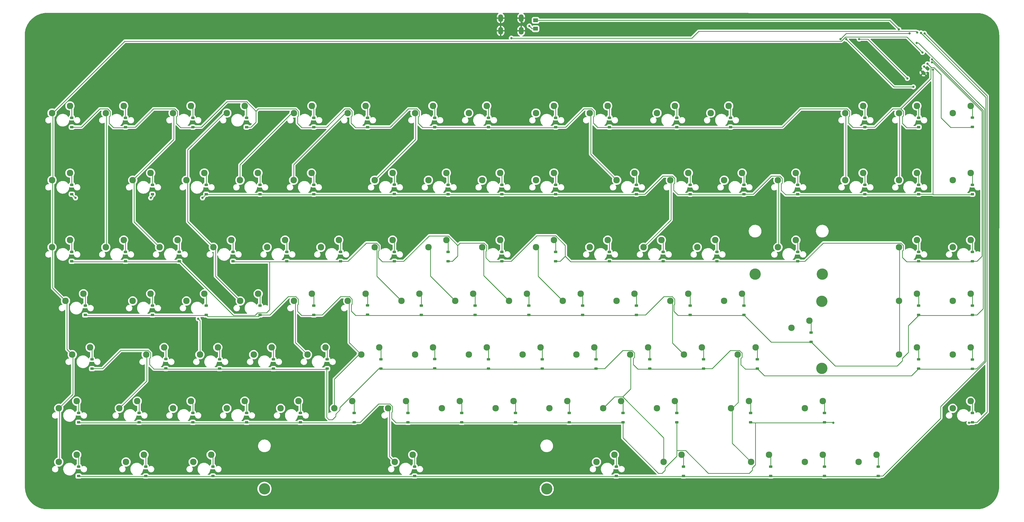
<source format=gbr>
%TF.GenerationSoftware,KiCad,Pcbnew,7.0.8*%
%TF.CreationDate,2023-10-19T20:38:54-05:00*%
%TF.ProjectId,VesselV2,56657373-656c-4563-922e-6b696361645f,rev?*%
%TF.SameCoordinates,Original*%
%TF.FileFunction,Copper,L2,Bot*%
%TF.FilePolarity,Positive*%
%FSLAX46Y46*%
G04 Gerber Fmt 4.6, Leading zero omitted, Abs format (unit mm)*
G04 Created by KiCad (PCBNEW 7.0.8) date 2023-10-19 20:38:54*
%MOMM*%
%LPD*%
G01*
G04 APERTURE LIST*
G04 Aperture macros list*
%AMRoundRect*
0 Rectangle with rounded corners*
0 $1 Rounding radius*
0 $2 $3 $4 $5 $6 $7 $8 $9 X,Y pos of 4 corners*
0 Add a 4 corners polygon primitive as box body*
4,1,4,$2,$3,$4,$5,$6,$7,$8,$9,$2,$3,0*
0 Add four circle primitives for the rounded corners*
1,1,$1+$1,$2,$3*
1,1,$1+$1,$4,$5*
1,1,$1+$1,$6,$7*
1,1,$1+$1,$8,$9*
0 Add four rect primitives between the rounded corners*
20,1,$1+$1,$2,$3,$4,$5,0*
20,1,$1+$1,$4,$5,$6,$7,0*
20,1,$1+$1,$6,$7,$8,$9,0*
20,1,$1+$1,$8,$9,$2,$3,0*%
G04 Aperture macros list end*
%TA.AperFunction,ComponentPad*%
%ADD10C,2.300000*%
%TD*%
%TA.AperFunction,ComponentPad*%
%ADD11O,1.700000X2.700000*%
%TD*%
%TA.AperFunction,ComponentPad*%
%ADD12C,4.000000*%
%TD*%
%TA.AperFunction,SMDPad,CuDef*%
%ADD13RoundRect,0.225000X0.375000X-0.225000X0.375000X0.225000X-0.375000X0.225000X-0.375000X-0.225000X0*%
%TD*%
%TA.AperFunction,SMDPad,CuDef*%
%ADD14RoundRect,0.250001X0.624999X-0.462499X0.624999X0.462499X-0.624999X0.462499X-0.624999X-0.462499X0*%
%TD*%
%TA.AperFunction,SMDPad,CuDef*%
%ADD15RoundRect,0.250000X-0.097227X0.574524X-0.574524X0.097227X0.097227X-0.574524X0.574524X-0.097227X0*%
%TD*%
%TA.AperFunction,ViaPad*%
%ADD16C,0.800000*%
%TD*%
%TA.AperFunction,Conductor*%
%ADD17C,0.250000*%
%TD*%
G04 APERTURE END LIST*
D10*
%TO.P,MX89,1,1*%
%TO.N,COL10*%
X296227500Y-187960000D03*
%TO.P,MX89,2,2*%
%TO.N,Net-(D89-A)*%
X302577500Y-185420000D03*
%TD*%
%TO.P,MX84,1,1*%
%TO.N,COL5*%
X200977500Y-187960000D03*
%TO.P,MX84,2,2*%
%TO.N,Net-(D84-A)*%
X207327500Y-185420000D03*
%TD*%
%TO.P,MX15,1,1*%
%TO.N,COL16*%
X420052500Y-83185000D03*
%TO.P,MX15,2,2*%
%TO.N,Net-(D15-A)*%
X426402500Y-80645000D03*
%TD*%
%TO.P,MX7,1,1*%
%TO.N,COL6*%
X229552500Y-83185000D03*
%TO.P,MX7,2,2*%
%TO.N,Net-(D7-A)*%
X235902500Y-80645000D03*
%TD*%
D11*
%TO.P,USB1,6,SHIELD*%
%TO.N,GND*%
X267175000Y-49475000D03*
X259875000Y-49475000D03*
X267175000Y-53975000D03*
X259875000Y-53975000D03*
%TD*%
D10*
%TO.P,MX71,1,1*%
%TO.N,COL7*%
X248602500Y-168910000D03*
%TO.P,MX71,2,2*%
%TO.N,Net-(D71-A)*%
X254952500Y-166370000D03*
%TD*%
%TO.P,MX88,1,1*%
%TO.N,COL8*%
X277177500Y-187960000D03*
%TO.P,MX88,2,2*%
%TO.N,Net-(D88-A)*%
X283527500Y-185420000D03*
%TD*%
D12*
%TO.P,S2,*%
%TO.N,*%
X373697500Y-150018750D03*
X373697500Y-173831250D03*
%TD*%
D10*
%TO.P,MX61,1,1*%
%TO.N,COL13*%
X362902500Y-159385000D03*
%TO.P,MX61,2,2*%
%TO.N,Net-(D61-A)*%
X369252500Y-156845000D03*
%TD*%
%TO.P,MX31,1,1*%
%TO.N,COL16*%
X420052500Y-106997500D03*
%TO.P,MX31,2,2*%
%TO.N,Net-(D31-A)*%
X426402500Y-104457500D03*
%TD*%
%TO.P,MX58,1,1*%
%TO.N,COL10*%
X300990000Y-149860000D03*
%TO.P,MX58,2,2*%
%TO.N,Net-(D58-A)*%
X307340000Y-147320000D03*
%TD*%
%TO.P,MX62,1,1*%
%TO.N,COL15*%
X401002500Y-149860000D03*
%TO.P,MX62,2,2*%
%TO.N,Net-(D62-A)*%
X407352500Y-147320000D03*
%TD*%
%TO.P,MX92,1,1*%
%TO.N,COL13*%
X367665000Y-187960000D03*
%TO.P,MX92,2,2*%
%TO.N,Net-(D92-A)*%
X374015000Y-185420000D03*
%TD*%
%TO.P,MX73,1,1*%
%TO.N,COL8*%
X286702500Y-168910000D03*
%TO.P,MX73,2,2*%
%TO.N,Net-(D73-A)*%
X293052500Y-166370000D03*
%TD*%
%TO.P,MX67,1,1*%
%TO.N,COL3*%
X172402500Y-168910000D03*
%TO.P,MX67,2,2*%
%TO.N,Net-(D67-A)*%
X178752500Y-166370000D03*
%TD*%
%TO.P,MX66,1,1*%
%TO.N,COL2*%
X153352500Y-168910000D03*
%TO.P,MX66,2,2*%
%TO.N,Net-(D66-A)*%
X159702500Y-166370000D03*
%TD*%
%TO.P,MX6,1,1*%
%TO.N,COL5*%
X205740000Y-83185000D03*
%TO.P,MX6,2,2*%
%TO.N,Net-(D6-A)*%
X212090000Y-80645000D03*
%TD*%
%TO.P,MX26,1,1*%
%TO.N,COL11*%
X320040000Y-106997500D03*
%TO.P,MX26,2,2*%
%TO.N,Net-(D26-A)*%
X326390000Y-104457500D03*
%TD*%
%TO.P,MX17,1,1*%
%TO.N,COL2*%
X129540000Y-106997500D03*
%TO.P,MX17,2,2*%
%TO.N,Net-(D17-A)*%
X135890000Y-104457500D03*
%TD*%
%TO.P,MX42,1,1*%
%TO.N,COL10*%
X291465000Y-130810000D03*
%TO.P,MX42,2,2*%
%TO.N,Net-(D42-A)*%
X297815000Y-128270000D03*
%TD*%
%TO.P,MX77,1,1*%
%TO.N,COL15*%
X401002500Y-168910000D03*
%TO.P,MX77,2,2*%
%TO.N,Net-(D77-A)*%
X407352500Y-166370000D03*
%TD*%
%TO.P,MX10,1,1*%
%TO.N,COL10*%
X291465000Y-83185000D03*
%TO.P,MX10,2,2*%
%TO.N,Net-(D10-A)*%
X297815000Y-80645000D03*
%TD*%
%TO.P,MX95,1,1*%
%TO.N,COL1*%
X127158800Y-207010000D03*
%TO.P,MX95,2,2*%
%TO.N,Net-(D95-A)*%
X133508800Y-204470000D03*
%TD*%
%TO.P,MX75,1,1*%
%TO.N,COL11*%
X324802500Y-168910000D03*
%TO.P,MX75,2,2*%
%TO.N,Net-(D75-A)*%
X331152500Y-166370000D03*
%TD*%
%TO.P,MX101,1,1*%
%TO.N,COL13*%
X367665000Y-207010000D03*
%TO.P,MX101,2,2*%
%TO.N,Net-(D101-A)*%
X374015000Y-204470000D03*
%TD*%
%TO.P,MX20,1,1*%
%TO.N,COL5*%
X186540000Y-106997500D03*
%TO.P,MX20,2,2*%
%TO.N,Net-(D20-A)*%
X192890000Y-104457500D03*
%TD*%
%TO.P,MX87,1,1*%
%TO.N,COL9*%
X258127500Y-187960000D03*
%TO.P,MX87,2,2*%
%TO.N,Net-(D87-A)*%
X264477500Y-185420000D03*
%TD*%
%TO.P,MX24,1,1*%
%TO.N,COL8*%
X272415000Y-106997500D03*
%TO.P,MX24,2,2*%
%TO.N,Net-(D24-A)*%
X278765000Y-104457500D03*
%TD*%
%TO.P,MX94,1,1*%
%TO.N,COL0*%
X103346300Y-207010000D03*
%TO.P,MX94,2,2*%
%TO.N,Net-(D94-A)*%
X109696300Y-204470000D03*
%TD*%
%TO.P,MX51,1,1*%
%TO.N,COL3*%
X167640000Y-149860000D03*
%TO.P,MX51,2,2*%
%TO.N,Net-(D51-A)*%
X173990000Y-147320000D03*
%TD*%
%TO.P,MX80,1,1*%
%TO.N,COL1*%
X124777500Y-187960000D03*
%TO.P,MX80,2,2*%
%TO.N,Net-(D80-A)*%
X131127500Y-185420000D03*
%TD*%
%TO.P,MX39,1,1*%
%TO.N,COL7*%
X234315000Y-130810000D03*
%TO.P,MX39,2,2*%
%TO.N,Net-(D39-A)*%
X240665000Y-128270000D03*
%TD*%
%TO.P,MX100,1,1*%
%TO.N,COL12*%
X348615000Y-207010000D03*
%TO.P,MX100,2,2*%
%TO.N,Net-(D100-A)*%
X354965000Y-204470000D03*
%TD*%
%TO.P,MX49,1,1*%
%TO.N,COL1*%
X129540000Y-149860000D03*
%TO.P,MX49,2,2*%
%TO.N,Net-(D49-A)*%
X135890000Y-147320000D03*
%TD*%
%TO.P,MX34,1,1*%
%TO.N,COL2*%
X139065000Y-130810000D03*
%TO.P,MX34,2,2*%
%TO.N,Net-(D34-A)*%
X145415000Y-128270000D03*
%TD*%
%TO.P,MX102,1,1*%
%TO.N,COL14*%
X386715000Y-207010000D03*
%TO.P,MX102,2,2*%
%TO.N,Net-(D102-A)*%
X393065000Y-204470000D03*
%TD*%
%TO.P,MX65,1,1*%
%TO.N,COL1*%
X134302500Y-168910000D03*
%TO.P,MX65,2,2*%
%TO.N,Net-(D65-A)*%
X140652500Y-166370000D03*
%TD*%
%TO.P,MX18,1,1*%
%TO.N,COL3*%
X148540000Y-106997500D03*
%TO.P,MX18,2,2*%
%TO.N,Net-(D18-A)*%
X154890000Y-104457500D03*
%TD*%
%TO.P,MX16,1,1*%
%TO.N,COL0*%
X100965000Y-106997500D03*
%TO.P,MX16,2,2*%
%TO.N,Net-(D16-A)*%
X107315000Y-104457500D03*
%TD*%
%TO.P,MX74,1,1*%
%TO.N,COL10*%
X305752500Y-168910000D03*
%TO.P,MX74,2,2*%
%TO.N,Net-(D74-A)*%
X312102500Y-166370000D03*
%TD*%
%TO.P,MX91,1,1*%
%TO.N,COL12*%
X341471300Y-187960000D03*
%TO.P,MX91,2,2*%
%TO.N,Net-(D91-A)*%
X347821300Y-185420000D03*
%TD*%
%TO.P,MX46,1,1*%
%TO.N,COL15*%
X401002500Y-130810000D03*
%TO.P,MX46,2,2*%
%TO.N,Net-(D46-A)*%
X407352500Y-128270000D03*
%TD*%
%TO.P,MX21,1,1*%
%TO.N,COL6*%
X215265000Y-106997500D03*
%TO.P,MX21,2,2*%
%TO.N,Net-(D21-A)*%
X221615000Y-104457500D03*
%TD*%
%TO.P,MX11,1,1*%
%TO.N,COL11*%
X315277500Y-83185000D03*
%TO.P,MX11,2,2*%
%TO.N,Net-(D11-A)*%
X321627500Y-80645000D03*
%TD*%
%TO.P,MX72,1,1*%
%TO.N,COL9*%
X267652500Y-168910000D03*
%TO.P,MX72,2,2*%
%TO.N,Net-(D72-A)*%
X274002500Y-166370000D03*
%TD*%
%TO.P,MX19,1,1*%
%TO.N,COL4*%
X167540000Y-106997500D03*
%TO.P,MX19,2,2*%
%TO.N,Net-(D19-A)*%
X173890000Y-104457500D03*
%TD*%
%TO.P,MX25,1,1*%
%TO.N,COL10*%
X300990000Y-106997500D03*
%TO.P,MX25,2,2*%
%TO.N,Net-(D25-A)*%
X307340000Y-104457500D03*
%TD*%
%TO.P,MX64,1,1*%
%TO.N,COL0*%
X108108800Y-168910000D03*
%TO.P,MX64,2,2*%
%TO.N,Net-(D64-A)*%
X114458800Y-166370000D03*
%TD*%
%TO.P,MX44,1,1*%
%TO.N,COL12*%
X329565000Y-130810000D03*
%TO.P,MX44,2,2*%
%TO.N,Net-(D44-A)*%
X335915000Y-128270000D03*
%TD*%
%TO.P,MX35,1,1*%
%TO.N,COL3*%
X158115000Y-130810000D03*
%TO.P,MX35,2,2*%
%TO.N,Net-(D35-A)*%
X164465000Y-128270000D03*
%TD*%
%TO.P,MX5,1,1*%
%TO.N,COL4*%
X186690000Y-83185000D03*
%TO.P,MX5,2,2*%
%TO.N,Net-(D5-A)*%
X193040000Y-80645000D03*
%TD*%
%TO.P,MX48,1,1*%
%TO.N,COL0*%
X105727500Y-149860000D03*
%TO.P,MX48,2,2*%
%TO.N,Net-(D48-A)*%
X112077500Y-147320000D03*
%TD*%
D12*
%TO.P,S1,*%
%TO.N,*%
X373856250Y-140335000D03*
X350043750Y-140335000D03*
%TD*%
D10*
%TO.P,MX45,1,1*%
%TO.N,COL13*%
X358140000Y-130810000D03*
%TO.P,MX45,2,2*%
%TO.N,Net-(D45-A)*%
X364490000Y-128270000D03*
%TD*%
%TO.P,MX43,1,1*%
%TO.N,COL11*%
X310515000Y-130810000D03*
%TO.P,MX43,2,2*%
%TO.N,Net-(D43-A)*%
X316865000Y-128270000D03*
%TD*%
%TO.P,MX41,1,1*%
%TO.N,COL8*%
X272415000Y-130810000D03*
%TO.P,MX41,2,2*%
%TO.N,Net-(D41-A)*%
X278765000Y-128270000D03*
%TD*%
%TO.P,MX85,1,1*%
%TO.N,COL6*%
X220027500Y-187960000D03*
%TO.P,MX85,2,2*%
%TO.N,Net-(D85-A)*%
X226377500Y-185420000D03*
%TD*%
%TO.P,MX82,1,1*%
%TO.N,COL3*%
X162877500Y-187960000D03*
%TO.P,MX82,2,2*%
%TO.N,Net-(D82-A)*%
X169227500Y-185420000D03*
%TD*%
%TO.P,MX78,1,1*%
%TO.N,COL16*%
X420052500Y-168910000D03*
%TO.P,MX78,2,2*%
%TO.N,Net-(D78-A)*%
X426402500Y-166370000D03*
%TD*%
%TO.P,MX97,1,1*%
%TO.N,COL6*%
X222408800Y-207010000D03*
%TO.P,MX97,2,2*%
%TO.N,Net-(D97-A)*%
X228758800Y-204470000D03*
%TD*%
%TO.P,MX32,1,1*%
%TO.N,COL0*%
X100965000Y-130810000D03*
%TO.P,MX32,2,2*%
%TO.N,Net-(D32-A)*%
X107315000Y-128270000D03*
%TD*%
%TO.P,MX81,1,1*%
%TO.N,COL2*%
X143827500Y-187960000D03*
%TO.P,MX81,2,2*%
%TO.N,Net-(D81-A)*%
X150177500Y-185420000D03*
%TD*%
%TO.P,MX4,1,1*%
%TO.N,COL3*%
X162877500Y-83185000D03*
%TO.P,MX4,2,2*%
%TO.N,Net-(D4-A)*%
X169227500Y-80645000D03*
%TD*%
%TO.P,MX27,1,1*%
%TO.N,COL12*%
X339090000Y-106997500D03*
%TO.P,MX27,2,2*%
%TO.N,Net-(D27-A)*%
X345440000Y-104457500D03*
%TD*%
%TO.P,MX53,1,1*%
%TO.N,COL5*%
X205740000Y-149860000D03*
%TO.P,MX53,2,2*%
%TO.N,Net-(D53-A)*%
X212090000Y-147320000D03*
%TD*%
%TO.P,MX3,1,1*%
%TO.N,COL2*%
X143827500Y-83185000D03*
%TO.P,MX3,2,2*%
%TO.N,Net-(D3-A)*%
X150177500Y-80645000D03*
%TD*%
%TO.P,MX12,1,1*%
%TO.N,COL12*%
X334327500Y-83185000D03*
%TO.P,MX12,2,2*%
%TO.N,Net-(D12-A)*%
X340677500Y-80645000D03*
%TD*%
%TO.P,MX52,1,1*%
%TO.N,COL4*%
X186690000Y-149860000D03*
%TO.P,MX52,2,2*%
%TO.N,Net-(D52-A)*%
X193040000Y-147320000D03*
%TD*%
%TO.P,MX98,1,1*%
%TO.N,COL8*%
X293846300Y-207010000D03*
%TO.P,MX98,2,2*%
%TO.N,Net-(D98-A)*%
X300196300Y-204470000D03*
%TD*%
%TO.P,MX83,1,1*%
%TO.N,COL4*%
X181927500Y-187960000D03*
%TO.P,MX83,2,2*%
%TO.N,Net-(D83-A)*%
X188277500Y-185420000D03*
%TD*%
%TO.P,MX47,1,1*%
%TO.N,COL16*%
X420052500Y-130810000D03*
%TO.P,MX47,2,2*%
%TO.N,Net-(D47-A)*%
X426402500Y-128270000D03*
%TD*%
%TO.P,MX38,1,1*%
%TO.N,COL6*%
X215265000Y-130810000D03*
%TO.P,MX38,2,2*%
%TO.N,Net-(D38-A)*%
X221615000Y-128270000D03*
%TD*%
%TO.P,MX37,1,1*%
%TO.N,COL5*%
X196215000Y-130810000D03*
%TO.P,MX37,2,2*%
%TO.N,Net-(D37-A)*%
X202565000Y-128270000D03*
%TD*%
%TO.P,MX22,1,1*%
%TO.N,COL7*%
X234315000Y-106997500D03*
%TO.P,MX22,2,2*%
%TO.N,Net-(D22-A)*%
X240665000Y-104457500D03*
%TD*%
%TO.P,MX14,1,1*%
%TO.N,COL15*%
X401002500Y-83185000D03*
%TO.P,MX14,2,2*%
%TO.N,Net-(D14-A)*%
X407352500Y-80645000D03*
%TD*%
%TO.P,MX1,1,1*%
%TO.N,COL0*%
X100965000Y-83185000D03*
%TO.P,MX1,2,2*%
%TO.N,Net-(D1-A)*%
X107315000Y-80645000D03*
%TD*%
%TO.P,MX13,1,1*%
%TO.N,COL14*%
X381952500Y-83185000D03*
%TO.P,MX13,2,2*%
%TO.N,Net-(D13-A)*%
X388302500Y-80645000D03*
%TD*%
%TO.P,MX55,1,1*%
%TO.N,COL7*%
X243840000Y-149860000D03*
%TO.P,MX55,2,2*%
%TO.N,Net-(D55-A)*%
X250190000Y-147320000D03*
%TD*%
%TO.P,MX63,1,1*%
%TO.N,COL16*%
X420052500Y-149860000D03*
%TO.P,MX63,2,2*%
%TO.N,Net-(D63-A)*%
X426402500Y-147320000D03*
%TD*%
%TO.P,MX93,1,1*%
%TO.N,COL16*%
X420052500Y-187960000D03*
%TO.P,MX93,2,2*%
%TO.N,Net-(D93-A)*%
X426402500Y-185420000D03*
%TD*%
%TO.P,MX9,1,1*%
%TO.N,COL9*%
X272415000Y-83185000D03*
%TO.P,MX9,2,2*%
%TO.N,Net-(D9-A)*%
X278765000Y-80645000D03*
%TD*%
%TO.P,MX33,1,1*%
%TO.N,COL1*%
X120015000Y-130810000D03*
%TO.P,MX33,2,2*%
%TO.N,Net-(D33-A)*%
X126365000Y-128270000D03*
%TD*%
%TO.P,MX57,1,1*%
%TO.N,COL8*%
X281940000Y-149860000D03*
%TO.P,MX57,2,2*%
%TO.N,Net-(D57-A)*%
X288290000Y-147320000D03*
%TD*%
%TO.P,MX2,1,1*%
%TO.N,COL1*%
X120015000Y-83185000D03*
%TO.P,MX2,2,2*%
%TO.N,Net-(D2-A)*%
X126365000Y-80645000D03*
%TD*%
%TO.P,MX28,1,1*%
%TO.N,COL13*%
X358140000Y-106997500D03*
%TO.P,MX28,2,2*%
%TO.N,Net-(D28-A)*%
X364490000Y-104457500D03*
%TD*%
%TO.P,MX70,1,1*%
%TO.N,COL6*%
X229552500Y-168910000D03*
%TO.P,MX70,2,2*%
%TO.N,Net-(D70-A)*%
X235902500Y-166370000D03*
%TD*%
%TO.P,MX40,1,1*%
%TO.N,COL9*%
X253365000Y-130810000D03*
%TO.P,MX40,2,2*%
%TO.N,Net-(D40-A)*%
X259715000Y-128270000D03*
%TD*%
%TO.P,MX23,1,1*%
%TO.N,COL9*%
X253365000Y-106997500D03*
%TO.P,MX23,2,2*%
%TO.N,Net-(D23-A)*%
X259715000Y-104457500D03*
%TD*%
%TO.P,MX56,1,1*%
%TO.N,COL9*%
X262890000Y-149860000D03*
%TO.P,MX56,2,2*%
%TO.N,Net-(D56-A)*%
X269240000Y-147320000D03*
%TD*%
%TO.P,MX30,1,1*%
%TO.N,COL15*%
X401002500Y-106997500D03*
%TO.P,MX30,2,2*%
%TO.N,Net-(D30-A)*%
X407352500Y-104457500D03*
%TD*%
%TO.P,MX69,1,1*%
%TO.N,COL5*%
X210502500Y-168910000D03*
%TO.P,MX69,2,2*%
%TO.N,Net-(D69-A)*%
X216852500Y-166370000D03*
%TD*%
%TO.P,MX50,1,1*%
%TO.N,COL2*%
X148590000Y-149860000D03*
%TO.P,MX50,2,2*%
%TO.N,Net-(D50-A)*%
X154940000Y-147320000D03*
%TD*%
%TO.P,MX59,1,1*%
%TO.N,COL11*%
X320040000Y-149860000D03*
%TO.P,MX59,2,2*%
%TO.N,Net-(D59-A)*%
X326390000Y-147320000D03*
%TD*%
%TO.P,MX96,1,1*%
%TO.N,COL2*%
X150971300Y-207010000D03*
%TO.P,MX96,2,2*%
%TO.N,Net-(D96-A)*%
X157321300Y-204470000D03*
%TD*%
%TO.P,MX76,1,1*%
%TO.N,COL12*%
X343852500Y-168910000D03*
%TO.P,MX76,2,2*%
%TO.N,Net-(D76-A)*%
X350202500Y-166370000D03*
%TD*%
D12*
%TO.P,S3,*%
%TO.N,*%
X276225050Y-216535000D03*
X176212550Y-216535000D03*
%TD*%
D10*
%TO.P,MX36,1,1*%
%TO.N,COL4*%
X177165000Y-130810000D03*
%TO.P,MX36,2,2*%
%TO.N,Net-(D36-A)*%
X183515000Y-128270000D03*
%TD*%
%TO.P,MX60,1,1*%
%TO.N,COL12*%
X339090000Y-149860000D03*
%TO.P,MX60,2,2*%
%TO.N,Net-(D60-A)*%
X345440000Y-147320000D03*
%TD*%
%TO.P,MX86,1,1*%
%TO.N,COL7*%
X239077500Y-187960000D03*
%TO.P,MX86,2,2*%
%TO.N,Net-(D86-A)*%
X245427500Y-185420000D03*
%TD*%
%TO.P,MX99,1,1*%
%TO.N,COL10*%
X317658800Y-207010000D03*
%TO.P,MX99,2,2*%
%TO.N,Net-(D99-A)*%
X324008800Y-204470000D03*
%TD*%
%TO.P,MX54,1,1*%
%TO.N,COL6*%
X224790000Y-149860000D03*
%TO.P,MX54,2,2*%
%TO.N,Net-(D54-A)*%
X231140000Y-147320000D03*
%TD*%
%TO.P,MX8,1,1*%
%TO.N,COL7*%
X248602500Y-83185000D03*
%TO.P,MX8,2,2*%
%TO.N,Net-(D8-A)*%
X254952500Y-80645000D03*
%TD*%
%TO.P,MX29,1,1*%
%TO.N,COL14*%
X381952500Y-106997500D03*
%TO.P,MX29,2,2*%
%TO.N,Net-(D29-A)*%
X388302500Y-104457500D03*
%TD*%
%TO.P,MX79,1,1*%
%TO.N,COL0*%
X103346300Y-187960000D03*
%TO.P,MX79,2,2*%
%TO.N,Net-(D79-A)*%
X109696300Y-185420000D03*
%TD*%
%TO.P,MX90,1,1*%
%TO.N,COL11*%
X315277500Y-187960000D03*
%TO.P,MX90,2,2*%
%TO.N,Net-(D90-A)*%
X321627500Y-185420000D03*
%TD*%
%TO.P,MX68,1,1*%
%TO.N,COL4*%
X191452500Y-168910000D03*
%TO.P,MX68,2,2*%
%TO.N,Net-(D68-A)*%
X197802500Y-166370000D03*
%TD*%
D13*
%TO.P,D43,1,K*%
%TO.N,ROW2*%
X317500000Y-135793700D03*
%TO.P,D43,2,A*%
%TO.N,Net-(D43-A)*%
X317500000Y-132493700D03*
%TD*%
%TO.P,D32,1,K*%
%TO.N,ROW2*%
X107950000Y-135793700D03*
%TO.P,D32,2,A*%
%TO.N,Net-(D32-A)*%
X107950000Y-132493700D03*
%TD*%
%TO.P,D65,1,K*%
%TO.N,ROW4*%
X141287500Y-173831200D03*
%TO.P,D65,2,A*%
%TO.N,Net-(D65-A)*%
X141287500Y-170531200D03*
%TD*%
%TO.P,D51,1,K*%
%TO.N,ROW3*%
X174625000Y-154843700D03*
%TO.P,D51,2,A*%
%TO.N,Net-(D51-A)*%
X174625000Y-151543700D03*
%TD*%
%TO.P,D98,1,K*%
%TO.N,ROW6*%
X300831300Y-211993700D03*
%TO.P,D98,2,A*%
%TO.N,Net-(D98-A)*%
X300831300Y-208693700D03*
%TD*%
%TO.P,D96,1,K*%
%TO.N,ROW6*%
X157956300Y-211993700D03*
%TO.P,D96,2,A*%
%TO.N,Net-(D96-A)*%
X157956300Y-208693700D03*
%TD*%
%TO.P,D3,1,K*%
%TO.N,ROW0*%
X150812500Y-88168700D03*
%TO.P,D3,2,A*%
%TO.N,Net-(D3-A)*%
X150812500Y-84868700D03*
%TD*%
%TO.P,D80,1,K*%
%TO.N,ROW5*%
X131762500Y-192943700D03*
%TO.P,D80,2,A*%
%TO.N,Net-(D80-A)*%
X131762500Y-189643700D03*
%TD*%
%TO.P,D55,1,K*%
%TO.N,ROW3*%
X250825000Y-154843700D03*
%TO.P,D55,2,A*%
%TO.N,Net-(D55-A)*%
X250825000Y-151543700D03*
%TD*%
%TO.P,D10,1,K*%
%TO.N,ROW0*%
X298450000Y-88168700D03*
%TO.P,D10,2,A*%
%TO.N,Net-(D10-A)*%
X298450000Y-84868700D03*
%TD*%
%TO.P,D13,1,K*%
%TO.N,ROW0*%
X388937500Y-88168700D03*
%TO.P,D13,2,A*%
%TO.N,Net-(D13-A)*%
X388937500Y-84868700D03*
%TD*%
%TO.P,D18,1,K*%
%TO.N,ROW1*%
X155575000Y-111981200D03*
%TO.P,D18,2,A*%
%TO.N,Net-(D18-A)*%
X155575000Y-108681200D03*
%TD*%
%TO.P,D50,1,K*%
%TO.N,ROW3*%
X155575000Y-154843700D03*
%TO.P,D50,2,A*%
%TO.N,Net-(D50-A)*%
X155575000Y-151543700D03*
%TD*%
%TO.P,D85,1,K*%
%TO.N,ROW5*%
X227012500Y-192943700D03*
%TO.P,D85,2,A*%
%TO.N,Net-(D85-A)*%
X227012500Y-189643700D03*
%TD*%
%TO.P,D54,1,K*%
%TO.N,ROW3*%
X231775000Y-154843700D03*
%TO.P,D54,2,A*%
%TO.N,Net-(D54-A)*%
X231775000Y-151543700D03*
%TD*%
%TO.P,D45,1,K*%
%TO.N,ROW2*%
X365125000Y-135793700D03*
%TO.P,D45,2,A*%
%TO.N,Net-(D45-A)*%
X365125000Y-132493700D03*
%TD*%
%TO.P,D40,1,K*%
%TO.N,ROW2*%
X260350000Y-135793700D03*
%TO.P,D40,2,A*%
%TO.N,Net-(D40-A)*%
X260350000Y-132493700D03*
%TD*%
%TO.P,D83,1,K*%
%TO.N,ROW5*%
X188912500Y-192943700D03*
%TO.P,D83,2,A*%
%TO.N,Net-(D83-A)*%
X188912500Y-189643700D03*
%TD*%
%TO.P,D6,1,K*%
%TO.N,ROW0*%
X212725000Y-88168700D03*
%TO.P,D6,2,A*%
%TO.N,Net-(D6-A)*%
X212725000Y-84868700D03*
%TD*%
%TO.P,D35,1,K*%
%TO.N,ROW2*%
X165100000Y-135793700D03*
%TO.P,D35,2,A*%
%TO.N,Net-(D35-A)*%
X165100000Y-132493700D03*
%TD*%
%TO.P,D64,1,K*%
%TO.N,ROW4*%
X115093800Y-173893700D03*
%TO.P,D64,2,A*%
%TO.N,Net-(D64-A)*%
X115093800Y-170593700D03*
%TD*%
%TO.P,D1,1,K*%
%TO.N,ROW0*%
X107950000Y-88168700D03*
%TO.P,D1,2,A*%
%TO.N,Net-(D1-A)*%
X107950000Y-84868700D03*
%TD*%
%TO.P,D21,1,K*%
%TO.N,ROW1*%
X222250000Y-111918700D03*
%TO.P,D21,2,A*%
%TO.N,Net-(D21-A)*%
X222250000Y-108618700D03*
%TD*%
%TO.P,D101,1,K*%
%TO.N,ROW6*%
X374650000Y-211993700D03*
%TO.P,D101,2,A*%
%TO.N,Net-(D101-A)*%
X374650000Y-208693700D03*
%TD*%
%TO.P,D28,1,K*%
%TO.N,ROW1*%
X365125000Y-111981200D03*
%TO.P,D28,2,A*%
%TO.N,Net-(D28-A)*%
X365125000Y-108681200D03*
%TD*%
%TO.P,D76,1,K*%
%TO.N,ROW4*%
X350837500Y-173893700D03*
%TO.P,D76,2,A*%
%TO.N,Net-(D76-A)*%
X350837500Y-170593700D03*
%TD*%
%TO.P,D39,1,K*%
%TO.N,ROW2*%
X241300000Y-135793700D03*
%TO.P,D39,2,A*%
%TO.N,Net-(D39-A)*%
X241300000Y-132493700D03*
%TD*%
%TO.P,D19,1,K*%
%TO.N,ROW1*%
X174625000Y-111981200D03*
%TO.P,D19,2,A*%
%TO.N,Net-(D19-A)*%
X174625000Y-108681200D03*
%TD*%
%TO.P,D20,1,K*%
%TO.N,ROW1*%
X193675000Y-111981200D03*
%TO.P,D20,2,A*%
%TO.N,Net-(D20-A)*%
X193675000Y-108681200D03*
%TD*%
%TO.P,D78,1,K*%
%TO.N,ROW4*%
X427037500Y-173956200D03*
%TO.P,D78,2,A*%
%TO.N,Net-(D78-A)*%
X427037500Y-170656200D03*
%TD*%
%TO.P,D89,1,K*%
%TO.N,ROW5*%
X303212500Y-192943700D03*
%TO.P,D89,2,A*%
%TO.N,Net-(D89-A)*%
X303212500Y-189643700D03*
%TD*%
%TO.P,D72,1,K*%
%TO.N,ROW4*%
X274637500Y-173893700D03*
%TO.P,D72,2,A*%
%TO.N,Net-(D72-A)*%
X274637500Y-170593700D03*
%TD*%
D14*
%TO.P,F1,1*%
%TO.N,VCC*%
X272256300Y-53243700D03*
%TO.P,F1,2*%
%TO.N,+5V*%
X272256300Y-50268700D03*
%TD*%
D13*
%TO.P,D26,1,K*%
%TO.N,ROW1*%
X327025000Y-111981200D03*
%TO.P,D26,2,A*%
%TO.N,Net-(D26-A)*%
X327025000Y-108681200D03*
%TD*%
%TO.P,D53,1,K*%
%TO.N,ROW3*%
X212725000Y-154781200D03*
%TO.P,D53,2,A*%
%TO.N,Net-(D53-A)*%
X212725000Y-151481200D03*
%TD*%
%TO.P,D70,1,K*%
%TO.N,ROW4*%
X236537500Y-173831200D03*
%TO.P,D70,2,A*%
%TO.N,Net-(D70-A)*%
X236537500Y-170531200D03*
%TD*%
%TO.P,D47,1,K*%
%TO.N,ROW2*%
X427037500Y-135793700D03*
%TO.P,D47,2,A*%
%TO.N,Net-(D47-A)*%
X427037500Y-132493700D03*
%TD*%
%TO.P,D63,1,K*%
%TO.N,ROW3*%
X427037500Y-154843700D03*
%TO.P,D63,2,A*%
%TO.N,Net-(D63-A)*%
X427037500Y-151543700D03*
%TD*%
%TO.P,D49,1,K*%
%TO.N,ROW3*%
X136525000Y-154843700D03*
%TO.P,D49,2,A*%
%TO.N,Net-(D49-A)*%
X136525000Y-151543700D03*
%TD*%
%TO.P,D2,1,K*%
%TO.N,ROW0*%
X127000000Y-88168700D03*
%TO.P,D2,2,A*%
%TO.N,Net-(D2-A)*%
X127000000Y-84868700D03*
%TD*%
%TO.P,D15,1,K*%
%TO.N,ROW0*%
X427037500Y-88106200D03*
%TO.P,D15,2,A*%
%TO.N,Net-(D15-A)*%
X427037500Y-84806200D03*
%TD*%
%TO.P,D36,1,K*%
%TO.N,ROW2*%
X184150000Y-135793700D03*
%TO.P,D36,2,A*%
%TO.N,Net-(D36-A)*%
X184150000Y-132493700D03*
%TD*%
D15*
%TO.P,C2,1*%
%TO.N,Net-(U1-UCAP)*%
X411100723Y-67406977D03*
%TO.P,C2,2*%
%TO.N,GND*%
X409633477Y-68874223D03*
%TD*%
D13*
%TO.P,D38,1,K*%
%TO.N,ROW2*%
X222250000Y-135793700D03*
%TO.P,D38,2,A*%
%TO.N,Net-(D38-A)*%
X222250000Y-132493700D03*
%TD*%
%TO.P,D71,1,K*%
%TO.N,ROW4*%
X255587500Y-173893700D03*
%TO.P,D71,2,A*%
%TO.N,Net-(D71-A)*%
X255587500Y-170593700D03*
%TD*%
%TO.P,D46,1,K*%
%TO.N,ROW2*%
X407987500Y-135793700D03*
%TO.P,D46,2,A*%
%TO.N,Net-(D46-A)*%
X407987500Y-132493700D03*
%TD*%
%TO.P,D31,1,K*%
%TO.N,ROW1*%
X427037500Y-111981200D03*
%TO.P,D31,2,A*%
%TO.N,Net-(D31-A)*%
X427037500Y-108681200D03*
%TD*%
%TO.P,D86,1,K*%
%TO.N,ROW5*%
X246062500Y-192943700D03*
%TO.P,D86,2,A*%
%TO.N,Net-(D86-A)*%
X246062500Y-189643700D03*
%TD*%
%TO.P,D37,1,K*%
%TO.N,ROW2*%
X203200000Y-135793700D03*
%TO.P,D37,2,A*%
%TO.N,Net-(D37-A)*%
X203200000Y-132493700D03*
%TD*%
%TO.P,D34,1,K*%
%TO.N,ROW2*%
X146050000Y-135793700D03*
%TO.P,D34,2,A*%
%TO.N,Net-(D34-A)*%
X146050000Y-132493700D03*
%TD*%
%TO.P,D52,1,K*%
%TO.N,ROW3*%
X193675000Y-154843700D03*
%TO.P,D52,2,A*%
%TO.N,Net-(D52-A)*%
X193675000Y-151543700D03*
%TD*%
%TO.P,D24,1,K*%
%TO.N,ROW1*%
X279400000Y-111981200D03*
%TO.P,D24,2,A*%
%TO.N,Net-(D24-A)*%
X279400000Y-108681200D03*
%TD*%
%TO.P,D57,1,K*%
%TO.N,ROW3*%
X288925000Y-154843700D03*
%TO.P,D57,2,A*%
%TO.N,Net-(D57-A)*%
X288925000Y-151543700D03*
%TD*%
%TO.P,D100,1,K*%
%TO.N,ROW6*%
X355600000Y-211993700D03*
%TO.P,D100,2,A*%
%TO.N,Net-(D100-A)*%
X355600000Y-208693700D03*
%TD*%
%TO.P,D4,1,K*%
%TO.N,ROW0*%
X169862500Y-88168700D03*
%TO.P,D4,2,A*%
%TO.N,Net-(D4-A)*%
X169862500Y-84868700D03*
%TD*%
%TO.P,D77,1,K*%
%TO.N,ROW4*%
X407987500Y-173893700D03*
%TO.P,D77,2,A*%
%TO.N,Net-(D77-A)*%
X407987500Y-170593700D03*
%TD*%
%TO.P,D41,1,K*%
%TO.N,ROW2*%
X279400000Y-135793700D03*
%TO.P,D41,2,A*%
%TO.N,Net-(D41-A)*%
X279400000Y-132493700D03*
%TD*%
%TO.P,D61,1,K*%
%TO.N,ROW3*%
X369887500Y-164368700D03*
%TO.P,D61,2,A*%
%TO.N,Net-(D61-A)*%
X369887500Y-161068700D03*
%TD*%
%TO.P,D69,1,K*%
%TO.N,ROW4*%
X217487500Y-173893700D03*
%TO.P,D69,2,A*%
%TO.N,Net-(D69-A)*%
X217487500Y-170593700D03*
%TD*%
%TO.P,D102,1,K*%
%TO.N,ROW6*%
X393700000Y-211993700D03*
%TO.P,D102,2,A*%
%TO.N,Net-(D102-A)*%
X393700000Y-208693700D03*
%TD*%
%TO.P,D68,1,K*%
%TO.N,ROW4*%
X198437500Y-173893700D03*
%TO.P,D68,2,A*%
%TO.N,Net-(D68-A)*%
X198437500Y-170593700D03*
%TD*%
%TO.P,D99,1,K*%
%TO.N,ROW6*%
X324643800Y-211993700D03*
%TO.P,D99,2,A*%
%TO.N,Net-(D99-A)*%
X324643800Y-208693700D03*
%TD*%
%TO.P,D66,1,K*%
%TO.N,ROW4*%
X160337500Y-173893700D03*
%TO.P,D66,2,A*%
%TO.N,Net-(D66-A)*%
X160337500Y-170593700D03*
%TD*%
%TO.P,D27,1,K*%
%TO.N,ROW1*%
X346075000Y-111981200D03*
%TO.P,D27,2,A*%
%TO.N,Net-(D27-A)*%
X346075000Y-108681200D03*
%TD*%
%TO.P,D75,1,K*%
%TO.N,ROW4*%
X331787500Y-173893700D03*
%TO.P,D75,2,A*%
%TO.N,Net-(D75-A)*%
X331787500Y-170593700D03*
%TD*%
%TO.P,D97,1,K*%
%TO.N,ROW6*%
X229393800Y-211993700D03*
%TO.P,D97,2,A*%
%TO.N,Net-(D97-A)*%
X229393800Y-208693700D03*
%TD*%
%TO.P,D95,1,K*%
%TO.N,ROW6*%
X134143800Y-211993700D03*
%TO.P,D95,2,A*%
%TO.N,Net-(D95-A)*%
X134143800Y-208693700D03*
%TD*%
%TO.P,D8,1,K*%
%TO.N,ROW0*%
X255587500Y-88168700D03*
%TO.P,D8,2,A*%
%TO.N,Net-(D8-A)*%
X255587500Y-84868700D03*
%TD*%
%TO.P,D17,1,K*%
%TO.N,ROW1*%
X136525000Y-111981200D03*
%TO.P,D17,2,A*%
%TO.N,Net-(D17-A)*%
X136525000Y-108681200D03*
%TD*%
%TO.P,D23,1,K*%
%TO.N,ROW1*%
X260350000Y-111981200D03*
%TO.P,D23,2,A*%
%TO.N,Net-(D23-A)*%
X260350000Y-108681200D03*
%TD*%
%TO.P,D33,1,K*%
%TO.N,ROW2*%
X127000000Y-135793700D03*
%TO.P,D33,2,A*%
%TO.N,Net-(D33-A)*%
X127000000Y-132493700D03*
%TD*%
%TO.P,D90,1,K*%
%TO.N,ROW5*%
X322262500Y-192943700D03*
%TO.P,D90,2,A*%
%TO.N,Net-(D90-A)*%
X322262500Y-189643700D03*
%TD*%
%TO.P,D25,1,K*%
%TO.N,ROW1*%
X307975000Y-111981200D03*
%TO.P,D25,2,A*%
%TO.N,Net-(D25-A)*%
X307975000Y-108681200D03*
%TD*%
%TO.P,D87,1,K*%
%TO.N,ROW5*%
X265112500Y-192943700D03*
%TO.P,D87,2,A*%
%TO.N,Net-(D87-A)*%
X265112500Y-189643700D03*
%TD*%
%TO.P,D42,1,K*%
%TO.N,ROW2*%
X298450000Y-135793700D03*
%TO.P,D42,2,A*%
%TO.N,Net-(D42-A)*%
X298450000Y-132493700D03*
%TD*%
%TO.P,D16,1,K*%
%TO.N,ROW1*%
X107950000Y-111981200D03*
%TO.P,D16,2,A*%
%TO.N,Net-(D16-A)*%
X107950000Y-108681200D03*
%TD*%
%TO.P,D29,1,K*%
%TO.N,ROW1*%
X388937500Y-111981200D03*
%TO.P,D29,2,A*%
%TO.N,Net-(D29-A)*%
X388937500Y-108681200D03*
%TD*%
%TO.P,D88,1,K*%
%TO.N,ROW5*%
X284162500Y-192943700D03*
%TO.P,D88,2,A*%
%TO.N,Net-(D88-A)*%
X284162500Y-189643700D03*
%TD*%
%TO.P,D11,1,K*%
%TO.N,ROW0*%
X322262500Y-88168700D03*
%TO.P,D11,2,A*%
%TO.N,Net-(D11-A)*%
X322262500Y-84868700D03*
%TD*%
%TO.P,D48,1,K*%
%TO.N,ROW3*%
X112712500Y-154843700D03*
%TO.P,D48,2,A*%
%TO.N,Net-(D48-A)*%
X112712500Y-151543700D03*
%TD*%
%TO.P,D56,1,K*%
%TO.N,ROW3*%
X269875000Y-154843700D03*
%TO.P,D56,2,A*%
%TO.N,Net-(D56-A)*%
X269875000Y-151543700D03*
%TD*%
%TO.P,D60,1,K*%
%TO.N,ROW3*%
X346075000Y-154843700D03*
%TO.P,D60,2,A*%
%TO.N,Net-(D60-A)*%
X346075000Y-151543700D03*
%TD*%
%TO.P,D81,1,K*%
%TO.N,ROW5*%
X150812500Y-192943700D03*
%TO.P,D81,2,A*%
%TO.N,Net-(D81-A)*%
X150812500Y-189643700D03*
%TD*%
%TO.P,D73,1,K*%
%TO.N,ROW4*%
X293687500Y-173893700D03*
%TO.P,D73,2,A*%
%TO.N,Net-(D73-A)*%
X293687500Y-170593700D03*
%TD*%
%TO.P,D91,1,K*%
%TO.N,ROW5*%
X348456300Y-192943700D03*
%TO.P,D91,2,A*%
%TO.N,Net-(D91-A)*%
X348456300Y-189643700D03*
%TD*%
%TO.P,D30,1,K*%
%TO.N,ROW1*%
X407987500Y-111981200D03*
%TO.P,D30,2,A*%
%TO.N,Net-(D30-A)*%
X407987500Y-108681200D03*
%TD*%
%TO.P,D22,1,K*%
%TO.N,ROW1*%
X241300000Y-111981200D03*
%TO.P,D22,2,A*%
%TO.N,Net-(D22-A)*%
X241300000Y-108681200D03*
%TD*%
%TO.P,D7,1,K*%
%TO.N,ROW0*%
X236537500Y-88168700D03*
%TO.P,D7,2,A*%
%TO.N,Net-(D7-A)*%
X236537500Y-84868700D03*
%TD*%
%TO.P,D74,1,K*%
%TO.N,ROW4*%
X312737500Y-173893700D03*
%TO.P,D74,2,A*%
%TO.N,Net-(D74-A)*%
X312737500Y-170593700D03*
%TD*%
%TO.P,D5,1,K*%
%TO.N,ROW0*%
X193675000Y-88168700D03*
%TO.P,D5,2,A*%
%TO.N,Net-(D5-A)*%
X193675000Y-84868700D03*
%TD*%
%TO.P,D79,1,K*%
%TO.N,ROW5*%
X110331300Y-192943700D03*
%TO.P,D79,2,A*%
%TO.N,Net-(D79-A)*%
X110331300Y-189643700D03*
%TD*%
%TO.P,D62,1,K*%
%TO.N,ROW3*%
X407987500Y-154843700D03*
%TO.P,D62,2,A*%
%TO.N,Net-(D62-A)*%
X407987500Y-151543700D03*
%TD*%
%TO.P,D84,1,K*%
%TO.N,ROW5*%
X207962500Y-192943700D03*
%TO.P,D84,2,A*%
%TO.N,Net-(D84-A)*%
X207962500Y-189643700D03*
%TD*%
%TO.P,D9,1,K*%
%TO.N,ROW0*%
X279400000Y-88168700D03*
%TO.P,D9,2,A*%
%TO.N,Net-(D9-A)*%
X279400000Y-84868700D03*
%TD*%
%TO.P,D44,1,K*%
%TO.N,ROW2*%
X336550000Y-135793700D03*
%TO.P,D44,2,A*%
%TO.N,Net-(D44-A)*%
X336550000Y-132493700D03*
%TD*%
%TO.P,D92,1,K*%
%TO.N,ROW5*%
X374650000Y-192943700D03*
%TO.P,D92,2,A*%
%TO.N,Net-(D92-A)*%
X374650000Y-189643700D03*
%TD*%
%TO.P,D12,1,K*%
%TO.N,ROW0*%
X341312500Y-88168700D03*
%TO.P,D12,2,A*%
%TO.N,Net-(D12-A)*%
X341312500Y-84868700D03*
%TD*%
%TO.P,D58,1,K*%
%TO.N,ROW3*%
X307975000Y-154843700D03*
%TO.P,D58,2,A*%
%TO.N,Net-(D58-A)*%
X307975000Y-151543700D03*
%TD*%
%TO.P,D67,1,K*%
%TO.N,ROW4*%
X179387500Y-173893700D03*
%TO.P,D67,2,A*%
%TO.N,Net-(D67-A)*%
X179387500Y-170593700D03*
%TD*%
%TO.P,D93,1,K*%
%TO.N,ROW5*%
X427037500Y-192943700D03*
%TO.P,D93,2,A*%
%TO.N,Net-(D93-A)*%
X427037500Y-189643700D03*
%TD*%
%TO.P,D94,1,K*%
%TO.N,ROW6*%
X110331300Y-211993700D03*
%TO.P,D94,2,A*%
%TO.N,Net-(D94-A)*%
X110331300Y-208693700D03*
%TD*%
%TO.P,D14,1,K*%
%TO.N,ROW0*%
X407987500Y-88168700D03*
%TO.P,D14,2,A*%
%TO.N,Net-(D14-A)*%
X407987500Y-84868700D03*
%TD*%
%TO.P,D82,1,K*%
%TO.N,ROW5*%
X169862500Y-192943700D03*
%TO.P,D82,2,A*%
%TO.N,Net-(D82-A)*%
X169862500Y-189643700D03*
%TD*%
%TO.P,D59,1,K*%
%TO.N,ROW3*%
X327025000Y-154843700D03*
%TO.P,D59,2,A*%
%TO.N,Net-(D59-A)*%
X327025000Y-151543700D03*
%TD*%
D16*
%TO.N,GND*%
X267493750Y-51151900D03*
X404767900Y-67330000D03*
X411076700Y-68874200D03*
%TO.N,Net-(U1-UCAP)*%
X409915800Y-66687400D03*
%TO.N,ROW0*%
X411096000Y-65696400D03*
%TO.N,ROW1*%
X109257900Y-113289100D03*
X135928400Y-113289100D03*
X154267100Y-113289100D03*
X413078300Y-67773300D03*
%TO.N,ROW2*%
X412703400Y-65199200D03*
%TO.N,ROW3*%
X412751100Y-64182400D03*
%TO.N,ROW4*%
X407294100Y-58268900D03*
%TO.N,ROW5*%
X425833400Y-193121400D03*
X410067400Y-54904900D03*
X377720500Y-193121400D03*
%TO.N,ROW6*%
X408835700Y-54707800D03*
%TO.N,VCC*%
X270041200Y-52296100D03*
%TO.N,+5V*%
X400949300Y-53457400D03*
%TO.N,COL0*%
X409355500Y-61667300D03*
%TO.N,COL1*%
X407502600Y-54605100D03*
X263677800Y-56610500D03*
%TO.N,COL2*%
X380300600Y-56943200D03*
X404753600Y-54950700D03*
X152733300Y-156205700D03*
%TO.N,D+*%
X406120900Y-73893400D03*
X382326200Y-56982000D03*
%TO.N,D-*%
X386914700Y-56918500D03*
X403982200Y-70895300D03*
%TD*%
D17*
%TO.N,GND*%
X408089300Y-67330000D02*
X404767900Y-67330000D01*
X411076700Y-68874200D02*
X409633500Y-68874200D01*
X267175000Y-53975000D02*
X267175000Y-49475000D01*
X409633500Y-68874200D02*
X408089300Y-67330000D01*
X267175000Y-53975000D02*
X267175000Y-51470650D01*
X267175000Y-51470650D02*
X267493750Y-51151900D01*
%TO.N,Net-(D1-A)*%
X107950000Y-81280000D02*
X107315000Y-80645000D01*
X107950000Y-84868700D02*
X107950000Y-81280000D01*
%TO.N,Net-(D2-A)*%
X127000000Y-81280000D02*
X126365000Y-80645000D01*
X127000000Y-84868700D02*
X127000000Y-81280000D01*
%TO.N,Net-(D3-A)*%
X150812500Y-84868700D02*
X150812500Y-81280000D01*
X150812500Y-81280000D02*
X150177500Y-80645000D01*
%TO.N,Net-(D4-A)*%
X169862500Y-81280000D02*
X169227500Y-80645000D01*
X169862500Y-84868700D02*
X169862500Y-81280000D01*
%TO.N,Net-(D5-A)*%
X193675000Y-84868700D02*
X193675000Y-81280000D01*
X193675000Y-81280000D02*
X193040000Y-80645000D01*
%TO.N,Net-(D6-A)*%
X212725000Y-81280000D02*
X212090000Y-80645000D01*
X212725000Y-84868700D02*
X212725000Y-81280000D01*
%TO.N,Net-(D7-A)*%
X236537500Y-81280000D02*
X235902500Y-80645000D01*
X236537500Y-84868700D02*
X236537500Y-81280000D01*
%TO.N,Net-(D8-A)*%
X255587500Y-81280000D02*
X254952500Y-80645000D01*
X255587500Y-84868700D02*
X255587500Y-81280000D01*
%TO.N,Net-(D9-A)*%
X279400000Y-81280000D02*
X278765000Y-80645000D01*
X279400000Y-84868700D02*
X279400000Y-81280000D01*
%TO.N,Net-(D10-A)*%
X298450000Y-84868700D02*
X298450000Y-81280000D01*
X298450000Y-81280000D02*
X297815000Y-80645000D01*
%TO.N,Net-(D11-A)*%
X322262500Y-81280000D02*
X321627500Y-80645000D01*
X322262500Y-84868700D02*
X322262500Y-81280000D01*
%TO.N,Net-(D12-A)*%
X341312500Y-81280000D02*
X340677500Y-80645000D01*
X341312500Y-84868700D02*
X341312500Y-81280000D01*
%TO.N,Net-(D13-A)*%
X388937500Y-81280000D02*
X388302500Y-80645000D01*
X388937500Y-84868700D02*
X388937500Y-81280000D01*
%TO.N,Net-(D14-A)*%
X407987500Y-84868700D02*
X407987500Y-81280000D01*
X407987500Y-81280000D02*
X407352500Y-80645000D01*
%TO.N,Net-(D15-A)*%
X427037500Y-81280000D02*
X426402500Y-80645000D01*
X427037500Y-84806200D02*
X427037500Y-81280000D01*
%TO.N,Net-(D16-A)*%
X107950000Y-105092500D02*
X107315000Y-104457500D01*
X107950000Y-108681200D02*
X107950000Y-105092500D01*
%TO.N,Net-(D17-A)*%
X136525000Y-105092500D02*
X135890000Y-104457500D01*
X136525000Y-108681200D02*
X136525000Y-105092500D01*
%TO.N,Net-(D18-A)*%
X155575000Y-105142500D02*
X154890000Y-104457500D01*
X155575000Y-108681200D02*
X155575000Y-105142500D01*
%TO.N,Net-(D19-A)*%
X174625000Y-105192500D02*
X173890000Y-104457500D01*
X174625000Y-108681200D02*
X174625000Y-105192500D01*
%TO.N,Net-(D20-A)*%
X193675000Y-108681200D02*
X193675000Y-105242500D01*
X193675000Y-105242500D02*
X192890000Y-104457500D01*
%TO.N,Net-(D21-A)*%
X222250000Y-108618700D02*
X222250000Y-105092500D01*
X222250000Y-105092500D02*
X221615000Y-104457500D01*
%TO.N,Net-(D22-A)*%
X241300000Y-105092500D02*
X240665000Y-104457500D01*
X241300000Y-108681200D02*
X241300000Y-105092500D01*
%TO.N,Net-(D23-A)*%
X260350000Y-105092500D02*
X259715000Y-104457500D01*
X260350000Y-108681200D02*
X260350000Y-105092500D01*
%TO.N,Net-(D24-A)*%
X279400000Y-108681200D02*
X279400000Y-105092500D01*
X279400000Y-105092500D02*
X278765000Y-104457500D01*
%TO.N,Net-(D25-A)*%
X307975000Y-105092500D02*
X307340000Y-104457500D01*
X307975000Y-108681200D02*
X307975000Y-105092500D01*
%TO.N,Net-(D26-A)*%
X327025000Y-105092500D02*
X326390000Y-104457500D01*
X327025000Y-108681200D02*
X327025000Y-105092500D01*
%TO.N,Net-(D27-A)*%
X346075000Y-105092500D02*
X345440000Y-104457500D01*
X346075000Y-108681200D02*
X346075000Y-105092500D01*
%TO.N,Net-(D28-A)*%
X365125000Y-105092500D02*
X364490000Y-104457500D01*
X365125000Y-108681200D02*
X365125000Y-105092500D01*
%TO.N,Net-(D29-A)*%
X388937500Y-108681200D02*
X388937500Y-105092500D01*
X388937500Y-105092500D02*
X388302500Y-104457500D01*
%TO.N,Net-(D30-A)*%
X407987500Y-105092500D02*
X407352500Y-104457500D01*
X407987500Y-108681200D02*
X407987500Y-105092500D01*
%TO.N,Net-(D31-A)*%
X427037500Y-105092500D02*
X426402500Y-104457500D01*
X427037500Y-108681200D02*
X427037500Y-105092500D01*
%TO.N,Net-(U1-UCAP)*%
X410635400Y-67407000D02*
X409915800Y-66687400D01*
X411100700Y-67407000D02*
X410635400Y-67407000D01*
%TO.N,Net-(D32-A)*%
X107950000Y-128905000D02*
X107315000Y-128270000D01*
X107950000Y-132493700D02*
X107950000Y-128905000D01*
%TO.N,Net-(D33-A)*%
X127000000Y-132493700D02*
X127000000Y-128905000D01*
X127000000Y-128905000D02*
X126365000Y-128270000D01*
%TO.N,Net-(D34-A)*%
X146050000Y-128905000D02*
X145415000Y-128270000D01*
X146050000Y-132493700D02*
X146050000Y-128905000D01*
%TO.N,Net-(D35-A)*%
X165100000Y-128905000D02*
X164465000Y-128270000D01*
X165100000Y-132493700D02*
X165100000Y-128905000D01*
%TO.N,Net-(D36-A)*%
X184150000Y-132493700D02*
X184150000Y-128905000D01*
X184150000Y-128905000D02*
X183515000Y-128270000D01*
%TO.N,Net-(D37-A)*%
X203200000Y-132493700D02*
X203200000Y-128905000D01*
X203200000Y-128905000D02*
X202565000Y-128270000D01*
%TO.N,Net-(D38-A)*%
X222250000Y-128905000D02*
X221615000Y-128270000D01*
X222250000Y-132493700D02*
X222250000Y-128905000D01*
%TO.N,Net-(D39-A)*%
X241300000Y-132493700D02*
X241300000Y-128905000D01*
X241300000Y-128905000D02*
X240665000Y-128270000D01*
%TO.N,Net-(D40-A)*%
X260350000Y-132493700D02*
X260350000Y-128905000D01*
X260350000Y-128905000D02*
X259715000Y-128270000D01*
%TO.N,Net-(D41-A)*%
X279400000Y-128905000D02*
X278765000Y-128270000D01*
X279400000Y-132493700D02*
X279400000Y-128905000D01*
%TO.N,Net-(D42-A)*%
X298450000Y-128905000D02*
X297815000Y-128270000D01*
X298450000Y-132493700D02*
X298450000Y-128905000D01*
%TO.N,Net-(D43-A)*%
X317500000Y-128905000D02*
X316865000Y-128270000D01*
X317500000Y-132493700D02*
X317500000Y-128905000D01*
%TO.N,Net-(D44-A)*%
X336550000Y-132493700D02*
X336550000Y-128905000D01*
X336550000Y-128905000D02*
X335915000Y-128270000D01*
%TO.N,Net-(D45-A)*%
X365125000Y-132493700D02*
X365125000Y-128905000D01*
X365125000Y-128905000D02*
X364490000Y-128270000D01*
%TO.N,Net-(D46-A)*%
X407987500Y-132493700D02*
X407987500Y-128905000D01*
X407987500Y-128905000D02*
X407352500Y-128270000D01*
%TO.N,Net-(D47-A)*%
X427037500Y-132493700D02*
X427037500Y-128905000D01*
X427037500Y-128905000D02*
X426402500Y-128270000D01*
%TO.N,Net-(D48-A)*%
X112712500Y-147955000D02*
X112077500Y-147320000D01*
X112712500Y-151543700D02*
X112712500Y-147955000D01*
%TO.N,Net-(D49-A)*%
X136525000Y-147955000D02*
X135890000Y-147320000D01*
X136525000Y-151543700D02*
X136525000Y-147955000D01*
%TO.N,Net-(D50-A)*%
X155575000Y-147955000D02*
X154940000Y-147320000D01*
X155575000Y-151543700D02*
X155575000Y-147955000D01*
%TO.N,Net-(D51-A)*%
X174625000Y-151543700D02*
X174625000Y-147955000D01*
X174625000Y-147955000D02*
X173990000Y-147320000D01*
%TO.N,Net-(D52-A)*%
X193675000Y-151543700D02*
X193675000Y-147955000D01*
X193675000Y-147955000D02*
X193040000Y-147320000D01*
%TO.N,Net-(D53-A)*%
X212725000Y-151481200D02*
X212725000Y-147955000D01*
X212725000Y-147955000D02*
X212090000Y-147320000D01*
%TO.N,Net-(D54-A)*%
X231775000Y-147955000D02*
X231140000Y-147320000D01*
X231775000Y-151543700D02*
X231775000Y-147955000D01*
%TO.N,Net-(D55-A)*%
X250825000Y-147955000D02*
X250190000Y-147320000D01*
X250825000Y-151543700D02*
X250825000Y-147955000D01*
%TO.N,Net-(D56-A)*%
X269875000Y-147955000D02*
X269240000Y-147320000D01*
X269875000Y-151543700D02*
X269875000Y-147955000D01*
%TO.N,Net-(D57-A)*%
X288925000Y-151543700D02*
X288925000Y-147955000D01*
X288925000Y-147955000D02*
X288290000Y-147320000D01*
%TO.N,Net-(D58-A)*%
X307975000Y-151543700D02*
X307975000Y-147955000D01*
X307975000Y-147955000D02*
X307340000Y-147320000D01*
%TO.N,Net-(D59-A)*%
X327025000Y-147955000D02*
X326390000Y-147320000D01*
X327025000Y-151543700D02*
X327025000Y-147955000D01*
%TO.N,Net-(D60-A)*%
X346075000Y-151543700D02*
X346075000Y-147955000D01*
X346075000Y-147955000D02*
X345440000Y-147320000D01*
%TO.N,Net-(D61-A)*%
X369887500Y-161068700D02*
X369887500Y-157480000D01*
X369887500Y-157480000D02*
X369252500Y-156845000D01*
%TO.N,Net-(D62-A)*%
X407987500Y-147955000D02*
X407352500Y-147320000D01*
X407987500Y-151543700D02*
X407987500Y-147955000D01*
%TO.N,Net-(D63-A)*%
X427037500Y-147955000D02*
X426402500Y-147320000D01*
X427037500Y-151543700D02*
X427037500Y-147955000D01*
%TO.N,ROW0*%
X122754800Y-88355000D02*
X126813700Y-88355000D01*
X171442800Y-88168700D02*
X173233600Y-86377900D01*
X173233600Y-82516100D02*
X174041600Y-81708100D01*
X120613200Y-81684200D02*
X121532600Y-82603600D01*
X383146300Y-86756800D02*
X383146300Y-84491400D01*
X412449000Y-67046400D02*
X413403700Y-67046400D01*
X206931300Y-84501000D02*
X206931300Y-86776400D01*
X150812500Y-88168700D02*
X150655800Y-88325400D01*
X282883000Y-88168700D02*
X279400000Y-88168700D01*
X322415300Y-88321500D02*
X322262500Y-88168700D01*
X341312500Y-88168700D02*
X341159700Y-88321500D01*
X412447500Y-67047900D02*
X411096000Y-65696400D01*
X412302200Y-67193200D02*
X412447500Y-67047900D01*
X322262500Y-88168700D02*
X322108300Y-88322900D01*
X236664600Y-88295800D02*
X236537500Y-88168700D01*
X187303700Y-81708100D02*
X188166900Y-82571300D01*
X193675000Y-88168700D02*
X198256100Y-88168700D01*
X111393600Y-88168700D02*
X117878100Y-81684200D01*
X212567600Y-88326100D02*
X212725000Y-88168700D01*
X407801200Y-88355000D02*
X403742300Y-88355000D01*
X189448400Y-88333800D02*
X193509900Y-88333800D01*
X292704200Y-84572600D02*
X292959900Y-84316900D01*
X162912400Y-79134800D02*
X153878500Y-88168700D01*
X403742300Y-88355000D02*
X402196300Y-86809000D01*
X117878100Y-81684200D02*
X120613200Y-81684200D01*
X279400000Y-88168700D02*
X279248000Y-88320700D01*
X174041600Y-81708100D02*
X187303700Y-81708100D01*
X298450000Y-88168700D02*
X298299600Y-88319100D01*
X292959900Y-82546300D02*
X292086700Y-81673100D01*
X144430000Y-81688500D02*
X136889400Y-81688500D01*
X382592700Y-81699000D02*
X366193400Y-81699000D01*
X169862500Y-88168700D02*
X171442800Y-88168700D01*
X173233600Y-86377900D02*
X173233600Y-82516100D01*
X230706000Y-84538800D02*
X230706000Y-86767400D01*
X206359700Y-81697300D02*
X207249800Y-82587400D01*
X230706000Y-86767400D02*
X232234400Y-88295800D01*
X413403700Y-67046400D02*
X415896600Y-69539300D01*
X383146300Y-84491400D02*
X383470100Y-84167600D01*
X419287400Y-88319000D02*
X426824700Y-88319000D01*
X383470100Y-82576400D02*
X382592700Y-81699000D01*
X230163500Y-81695500D02*
X231058200Y-82590200D01*
X231058200Y-84186600D02*
X230706000Y-84538800D01*
X207249800Y-82587400D02*
X207249800Y-84182500D01*
X402196300Y-84491400D02*
X402520100Y-84167600D01*
X255587500Y-88168700D02*
X255460400Y-88295800D01*
X198256100Y-88168700D02*
X204727500Y-81697300D01*
X366193400Y-81699000D02*
X359723700Y-88168700D01*
X232234400Y-88295800D02*
X236410400Y-88295800D01*
X227223800Y-81695500D02*
X230163500Y-81695500D01*
X121208800Y-86809000D02*
X122754800Y-88355000D01*
X392380900Y-88168700D02*
X388937500Y-88168700D01*
X255460400Y-88295800D02*
X236664600Y-88295800D01*
X292704200Y-86791200D02*
X292704200Y-84572600D01*
X388937500Y-88168700D02*
X388794600Y-88311600D01*
X145021300Y-84491400D02*
X145345100Y-84167600D01*
X292086700Y-81673100D02*
X289378600Y-81673100D01*
X169852300Y-79134800D02*
X162912400Y-79134800D01*
X402196300Y-86809000D02*
X402196300Y-84491400D01*
X412302200Y-71020300D02*
X412302200Y-67193200D01*
X341159700Y-88321500D02*
X322415300Y-88321500D01*
X292959900Y-84316900D02*
X292959900Y-82546300D01*
X231058200Y-82590200D02*
X231058200Y-84186600D01*
X407987500Y-88168700D02*
X407801200Y-88355000D01*
X398855100Y-81694500D02*
X392380900Y-88168700D01*
X126813700Y-88355000D02*
X127000000Y-88168700D01*
X121208800Y-84491400D02*
X121208800Y-86809000D01*
X383470100Y-84167600D02*
X383470100Y-82576400D01*
X255739500Y-88320700D02*
X255587500Y-88168700D01*
X187916500Y-86801900D02*
X189448400Y-88333800D01*
X208481000Y-88326100D02*
X212567600Y-88326100D01*
X146541400Y-88325400D02*
X145021300Y-86805300D01*
X415896600Y-84928200D02*
X419287400Y-88319000D01*
X401628000Y-81694500D02*
X412302200Y-71020300D01*
X130409200Y-88168700D02*
X127000000Y-88168700D01*
X220750600Y-88168700D02*
X227223800Y-81695500D01*
X188166900Y-84215400D02*
X187916500Y-84465800D01*
X401628000Y-81694500D02*
X398855100Y-81694500D01*
X207249800Y-84182500D02*
X206931300Y-84501000D01*
X289378600Y-81673100D02*
X282883000Y-88168700D01*
X415896600Y-69539300D02*
X415896600Y-84928200D01*
X294232100Y-88319100D02*
X292704200Y-86791200D01*
X173233600Y-82516100D02*
X169852300Y-79134800D01*
X145021300Y-86805300D02*
X145021300Y-84491400D01*
X359723700Y-88168700D02*
X341312500Y-88168700D01*
X136889400Y-81688500D02*
X130409200Y-88168700D01*
X204727500Y-81697300D02*
X206359700Y-81697300D01*
X121532600Y-84167600D02*
X121208800Y-84491400D01*
X187916500Y-84465800D02*
X187916500Y-86801900D01*
X236410400Y-88295800D02*
X236537500Y-88168700D01*
X412447500Y-67047900D02*
X412449000Y-67046400D01*
X402520100Y-84167600D02*
X402520100Y-82586600D01*
X121532600Y-82603600D02*
X121532600Y-84167600D01*
X279248000Y-88320700D02*
X255739500Y-88320700D01*
X193509900Y-88333800D02*
X193675000Y-88168700D01*
X426824700Y-88319000D02*
X427037500Y-88106200D01*
X150655800Y-88325400D02*
X146541400Y-88325400D01*
X322108300Y-88322900D02*
X298604200Y-88322900D01*
X188166900Y-82571300D02*
X188166900Y-84215400D01*
X298604200Y-88322900D02*
X298450000Y-88168700D01*
X206931300Y-86776400D02*
X208481000Y-88326100D01*
X107950000Y-88168700D02*
X111393600Y-88168700D01*
X153878500Y-88168700D02*
X150812500Y-88168700D01*
X402520100Y-82586600D02*
X401628000Y-81694500D01*
X212725000Y-88168700D02*
X220750600Y-88168700D01*
X384701100Y-88311600D02*
X383146300Y-86756800D01*
X298299600Y-88319100D02*
X294232100Y-88319100D01*
X145345100Y-84167600D02*
X145345100Y-82603600D01*
X145345100Y-82603600D02*
X144430000Y-81688500D01*
X388794600Y-88311600D02*
X384701100Y-88311600D01*
%TO.N,Net-(D64-A)*%
X115093800Y-170593700D02*
X115093800Y-167005000D01*
X115093800Y-167005000D02*
X114458800Y-166370000D01*
%TO.N,Net-(D65-A)*%
X141287500Y-170531200D02*
X141287500Y-167005000D01*
X141287500Y-167005000D02*
X140652500Y-166370000D01*
%TO.N,Net-(D66-A)*%
X160337500Y-170593700D02*
X160337500Y-167005000D01*
X160337500Y-167005000D02*
X159702500Y-166370000D01*
%TO.N,Net-(D67-A)*%
X179387500Y-170593700D02*
X179387500Y-167005000D01*
X179387500Y-167005000D02*
X178752500Y-166370000D01*
%TO.N,Net-(D68-A)*%
X198437500Y-167005000D02*
X197802500Y-166370000D01*
X198437500Y-170593700D02*
X198437500Y-167005000D01*
%TO.N,Net-(D69-A)*%
X217487500Y-167005000D02*
X216852500Y-166370000D01*
X217487500Y-170593700D02*
X217487500Y-167005000D01*
%TO.N,Net-(D70-A)*%
X236537500Y-167005000D02*
X235902500Y-166370000D01*
X236537500Y-170531200D02*
X236537500Y-167005000D01*
%TO.N,Net-(D71-A)*%
X255587500Y-167005000D02*
X254952500Y-166370000D01*
X255587500Y-170593700D02*
X255587500Y-167005000D01*
%TO.N,Net-(D72-A)*%
X274637500Y-167005000D02*
X274002500Y-166370000D01*
X274637500Y-170593700D02*
X274637500Y-167005000D01*
%TO.N,Net-(D73-A)*%
X293687500Y-170593700D02*
X293687500Y-167005000D01*
X293687500Y-167005000D02*
X293052500Y-166370000D01*
%TO.N,Net-(D74-A)*%
X312737500Y-167005000D02*
X312102500Y-166370000D01*
X312737500Y-170593700D02*
X312737500Y-167005000D01*
%TO.N,Net-(D75-A)*%
X331787500Y-170593700D02*
X331787500Y-167005000D01*
X331787500Y-167005000D02*
X331152500Y-166370000D01*
%TO.N,Net-(D76-A)*%
X350837500Y-170593700D02*
X350837500Y-167005000D01*
X350837500Y-167005000D02*
X350202500Y-166370000D01*
%TO.N,Net-(D77-A)*%
X407987500Y-167005000D02*
X407352500Y-166370000D01*
X407987500Y-170593700D02*
X407987500Y-167005000D01*
%TO.N,Net-(D78-A)*%
X427037500Y-167005000D02*
X426402500Y-166370000D01*
X427037500Y-170656200D02*
X427037500Y-167005000D01*
%TO.N,ROW1*%
X155575000Y-111981200D02*
X154267100Y-113289100D01*
X359651100Y-106398800D02*
X359651100Y-107993700D01*
X327155400Y-112111600D02*
X345944600Y-112111600D01*
X388758300Y-112160400D02*
X388937500Y-111981200D01*
X193802100Y-112108300D02*
X222060400Y-112108300D01*
X136525000Y-112692500D02*
X136525000Y-111981200D01*
X321205600Y-110590700D02*
X322723200Y-112108300D01*
X279272900Y-112108300D02*
X279400000Y-111981200D01*
X193675000Y-111981200D02*
X193802100Y-112108300D01*
X222060400Y-112108300D02*
X222250000Y-111918700D01*
X241300000Y-111981200D02*
X241427100Y-112108300D01*
X365125000Y-111981200D02*
X365304200Y-112160400D01*
X174762000Y-112118200D02*
X193538000Y-112118200D01*
X349386400Y-111981200D02*
X355857200Y-105510400D01*
X407853200Y-112115500D02*
X407987500Y-111981200D01*
X260222900Y-112108300D02*
X260350000Y-111981200D01*
X321565300Y-106388500D02*
X321565300Y-107979500D01*
X222439600Y-112108300D02*
X241172900Y-112108300D01*
X327025000Y-111981200D02*
X327155400Y-112111600D01*
X364929500Y-112176700D02*
X365125000Y-111981200D01*
X241427100Y-112108300D02*
X260222900Y-112108300D01*
X317400800Y-105516700D02*
X320693500Y-105516700D01*
X135928400Y-113289100D02*
X136525000Y-112692500D01*
X322723200Y-112108300D02*
X326897900Y-112108300D01*
X174625000Y-111981200D02*
X174762000Y-112118200D01*
X260350000Y-111981200D02*
X260477100Y-112108300D01*
X427037500Y-111981200D02*
X426870500Y-112148200D01*
X241172900Y-112108300D02*
X241300000Y-111981200D01*
X155575000Y-111981200D02*
X155702100Y-112108300D01*
X310936300Y-111981200D02*
X317400800Y-105516700D01*
X388937500Y-111981200D02*
X389071800Y-112115500D01*
X307975000Y-111981200D02*
X307847900Y-112108300D01*
X320693500Y-105516700D02*
X321565300Y-106388500D01*
X358762700Y-105510400D02*
X359651100Y-106398800D01*
X321205600Y-108339200D02*
X321205600Y-110590700D01*
X426870500Y-112148200D02*
X413242100Y-112148200D01*
X346075000Y-111981200D02*
X349386400Y-111981200D01*
X307847900Y-112108300D02*
X279527100Y-112108300D01*
X321565300Y-107979500D02*
X321205600Y-108339200D01*
X413242100Y-112148200D02*
X413075100Y-111981200D01*
X359288900Y-108355900D02*
X359288900Y-110603400D01*
X107950000Y-111981200D02*
X109257900Y-113289100D01*
X326897900Y-112108300D02*
X327025000Y-111981200D01*
X359651100Y-107993700D02*
X359288900Y-108355900D01*
X345944600Y-112111600D02*
X346075000Y-111981200D01*
X279527100Y-112108300D02*
X279400000Y-111981200D01*
X155702100Y-112108300D02*
X174497900Y-112108300D01*
X407987500Y-111981200D02*
X413075100Y-111981200D01*
X260477100Y-112108300D02*
X279272900Y-112108300D01*
X413075100Y-67776500D02*
X413078300Y-67773300D01*
X365304200Y-112160400D02*
X388758300Y-112160400D01*
X413075100Y-111981200D02*
X413075100Y-67776500D01*
X389071800Y-112115500D02*
X407853200Y-112115500D01*
X307975000Y-111981200D02*
X310936300Y-111981200D01*
X355857200Y-105510400D02*
X358762700Y-105510400D01*
X359288900Y-110603400D02*
X360862200Y-112176700D01*
X360862200Y-112176700D02*
X364929500Y-112176700D01*
X193538000Y-112118200D02*
X193675000Y-111981200D01*
X222250000Y-111918700D02*
X222439600Y-112108300D01*
X174497900Y-112108300D02*
X174625000Y-111981200D01*
%TO.N,Net-(D79-A)*%
X110331300Y-186055000D02*
X109696300Y-185420000D01*
X110331300Y-189643700D02*
X110331300Y-186055000D01*
%TO.N,Net-(D80-A)*%
X131762500Y-186055000D02*
X131127500Y-185420000D01*
X131762500Y-189643700D02*
X131762500Y-186055000D01*
%TO.N,Net-(D81-A)*%
X150812500Y-189643700D02*
X150812500Y-186055000D01*
X150812500Y-186055000D02*
X150177500Y-185420000D01*
%TO.N,Net-(D82-A)*%
X169862500Y-186055000D02*
X169227500Y-185420000D01*
X169862500Y-189643700D02*
X169862500Y-186055000D01*
%TO.N,Net-(D83-A)*%
X188912500Y-189643700D02*
X188912500Y-186055000D01*
X188912500Y-186055000D02*
X188277500Y-185420000D01*
%TO.N,Net-(D84-A)*%
X207962500Y-189643700D02*
X207962500Y-186055000D01*
X207962500Y-186055000D02*
X207327500Y-185420000D01*
%TO.N,Net-(D85-A)*%
X227012500Y-189643700D02*
X227012500Y-186055000D01*
X227012500Y-186055000D02*
X226377500Y-185420000D01*
%TO.N,Net-(D86-A)*%
X246062500Y-186055000D02*
X245427500Y-185420000D01*
X246062500Y-189643700D02*
X246062500Y-186055000D01*
%TO.N,Net-(D87-A)*%
X265112500Y-189643700D02*
X265112500Y-186055000D01*
X265112500Y-186055000D02*
X264477500Y-185420000D01*
%TO.N,Net-(D88-A)*%
X284162500Y-186055000D02*
X283527500Y-185420000D01*
X284162500Y-189643700D02*
X284162500Y-186055000D01*
%TO.N,Net-(D89-A)*%
X303212500Y-186055000D02*
X302577500Y-185420000D01*
X303212500Y-189643700D02*
X303212500Y-186055000D01*
%TO.N,Net-(D90-A)*%
X322262500Y-186055000D02*
X321627500Y-185420000D01*
X322262500Y-189643700D02*
X322262500Y-186055000D01*
%TO.N,Net-(D91-A)*%
X348456300Y-186055000D02*
X347821300Y-185420000D01*
X348456300Y-189643700D02*
X348456300Y-186055000D01*
%TO.N,Net-(D92-A)*%
X374650000Y-189643700D02*
X374650000Y-186055000D01*
X374650000Y-186055000D02*
X374015000Y-185420000D01*
%TO.N,Net-(D93-A)*%
X427037500Y-189643700D02*
X427037500Y-186055000D01*
X427037500Y-186055000D02*
X426402500Y-185420000D01*
%TO.N,ROW2*%
X280938800Y-135793700D02*
X279400000Y-135793700D01*
X203072900Y-135920800D02*
X184277100Y-135920800D01*
X402196300Y-134408400D02*
X402196300Y-132116400D01*
X241300000Y-135793700D02*
X242821200Y-135793700D01*
X272707200Y-126741000D02*
X279343600Y-126741000D01*
X279343600Y-126741000D02*
X282769900Y-130167300D01*
X336550000Y-135793700D02*
X336686900Y-135930600D01*
X317500000Y-135793700D02*
X317632700Y-135926400D01*
X216504200Y-132197600D02*
X216759900Y-131941900D01*
X126869200Y-135924500D02*
X108080800Y-135924500D01*
X165277100Y-135970800D02*
X165100000Y-135793700D01*
X183972900Y-135970800D02*
X178022100Y-135970800D01*
X172873800Y-154986300D02*
X173805700Y-154054400D01*
X216759900Y-130205900D02*
X215859700Y-129305700D01*
X317372900Y-135920800D02*
X298577100Y-135920800D01*
X205802600Y-135793700D02*
X203200000Y-135793700D01*
X284728100Y-135920800D02*
X298322900Y-135920800D01*
X225555000Y-135793700D02*
X222250000Y-135793700D01*
X298322900Y-135920800D02*
X298450000Y-135793700D01*
X203200000Y-135793700D02*
X203072900Y-135920800D01*
X254859900Y-131941900D02*
X254604200Y-132197600D01*
X165242600Y-154986300D02*
X172873800Y-154986300D01*
X402196300Y-132116400D02*
X402520100Y-131792600D01*
X242821200Y-135793700D02*
X244695400Y-133919500D01*
X426909000Y-135922200D02*
X427037500Y-135793700D01*
X127000000Y-135793700D02*
X127134600Y-135928300D01*
X173805700Y-154054400D02*
X176953900Y-154054400D01*
X407987500Y-135793700D02*
X408116000Y-135922200D01*
X184150000Y-135793700D02*
X183972900Y-135970800D01*
X260350000Y-135793700D02*
X263654500Y-135793700D01*
X403711700Y-135923800D02*
X402196300Y-134408400D01*
X317632700Y-135926400D02*
X336417300Y-135926400D01*
X282769900Y-133962600D02*
X280938800Y-135793700D01*
X216504200Y-134472800D02*
X216504200Y-132197600D01*
X178022100Y-152986200D02*
X178022100Y-135970800D01*
X412788100Y-65284000D02*
X412788100Y-65283900D01*
X254604200Y-134484300D02*
X256040700Y-135920800D01*
X222122900Y-135920800D02*
X217952200Y-135920800D01*
X244695400Y-130148500D02*
X245531700Y-129312200D01*
X253956500Y-129312200D02*
X254859900Y-130215600D01*
X413172000Y-65284000D02*
X412788100Y-65284000D01*
X127134600Y-135928300D02*
X145915400Y-135928300D01*
X428608500Y-135793700D02*
X430405500Y-133996700D01*
X402520100Y-131792600D02*
X402520100Y-130228600D01*
X176953900Y-154054400D02*
X178022100Y-152986200D01*
X263654500Y-135793700D02*
X272707200Y-126741000D01*
X127000000Y-135793700D02*
X126869200Y-135924500D01*
X427037500Y-135793700D02*
X428608500Y-135793700D01*
X336686900Y-135930600D02*
X364988100Y-135930600D01*
X408116000Y-135922200D02*
X426909000Y-135922200D01*
X254859900Y-130215600D02*
X254859900Y-131941900D01*
X244695400Y-130148500D02*
X241310600Y-126763700D01*
X430405500Y-82517500D02*
X413172000Y-65284000D01*
X244695400Y-133919500D02*
X244695400Y-130148500D01*
X146050000Y-135793700D02*
X165242600Y-154986300D01*
X245531700Y-129312200D02*
X253956500Y-129312200D01*
X215859700Y-129305700D02*
X212290600Y-129305700D01*
X184277100Y-135920800D02*
X184150000Y-135793700D01*
X254604200Y-132197600D02*
X254604200Y-134484300D01*
X241310600Y-126763700D02*
X234585000Y-126763700D01*
X298577100Y-135920800D02*
X298450000Y-135793700D01*
X217952200Y-135920800D02*
X216504200Y-134472800D01*
X317500000Y-135793700D02*
X317372900Y-135920800D01*
X282769900Y-133962600D02*
X284728100Y-135920800D01*
X108080800Y-135924500D02*
X107950000Y-135793700D01*
X407857400Y-135923800D02*
X403711700Y-135923800D01*
X364988100Y-135930600D02*
X365125000Y-135793700D01*
X260222900Y-135920800D02*
X260350000Y-135793700D01*
X401607900Y-129316400D02*
X374171300Y-129316400D01*
X216759900Y-131941900D02*
X216759900Y-130205900D01*
X282769900Y-130167300D02*
X282769900Y-133962600D01*
X412788100Y-65283900D02*
X412703400Y-65199200D01*
X336417300Y-135926400D02*
X336550000Y-135793700D01*
X212290600Y-129305700D02*
X205802600Y-135793700D01*
X145915400Y-135928300D02*
X146050000Y-135793700D01*
X407987500Y-135793700D02*
X407857400Y-135923800D01*
X222250000Y-135793700D02*
X222122900Y-135920800D01*
X367694000Y-135793700D02*
X365125000Y-135793700D01*
X256040700Y-135920800D02*
X260222900Y-135920800D01*
X374171300Y-129316400D02*
X367694000Y-135793700D01*
X178022100Y-135970800D02*
X165277100Y-135970800D01*
X430405500Y-133996700D02*
X430405500Y-82517500D01*
X402520100Y-130228600D02*
X401607900Y-129316400D01*
X234585000Y-126763700D02*
X225555000Y-135793700D01*
%TO.N,Net-(D94-A)*%
X110331300Y-205105000D02*
X109696300Y-204470000D01*
X110331300Y-208693700D02*
X110331300Y-205105000D01*
%TO.N,Net-(D95-A)*%
X134143800Y-208693700D02*
X134143800Y-205105000D01*
X134143800Y-205105000D02*
X133508800Y-204470000D01*
%TO.N,Net-(D96-A)*%
X157956300Y-208693700D02*
X157956300Y-205105000D01*
X157956300Y-205105000D02*
X157321300Y-204470000D01*
%TO.N,Net-(D97-A)*%
X229393800Y-205105000D02*
X228758800Y-204470000D01*
X229393800Y-208693700D02*
X229393800Y-205105000D01*
%TO.N,Net-(D98-A)*%
X300831300Y-208693700D02*
X300831300Y-205105000D01*
X300831300Y-205105000D02*
X300196300Y-204470000D01*
%TO.N,Net-(D99-A)*%
X324643800Y-208693700D02*
X324643800Y-205105000D01*
X324643800Y-205105000D02*
X324008800Y-204470000D01*
%TO.N,Net-(D100-A)*%
X355600000Y-208693700D02*
X355600000Y-205105000D01*
X355600000Y-205105000D02*
X354965000Y-204470000D01*
%TO.N,Net-(D101-A)*%
X374650000Y-205105000D02*
X374015000Y-204470000D01*
X374650000Y-208693700D02*
X374650000Y-205105000D01*
%TO.N,Net-(D102-A)*%
X393700000Y-205105000D02*
X393065000Y-204470000D01*
X393700000Y-208693700D02*
X393700000Y-205105000D01*
%TO.N,ROW3*%
X369756000Y-164500200D02*
X369887500Y-164368700D01*
X321279200Y-151247600D02*
X321534900Y-150991900D01*
X322715700Y-154970800D02*
X321279200Y-153534300D01*
X136525000Y-154843700D02*
X136653500Y-154972200D01*
X321534900Y-149196300D02*
X320671200Y-148332600D01*
X430866900Y-82298200D02*
X430866900Y-152594500D01*
X188184900Y-150991900D02*
X188184900Y-149196300D01*
X136525000Y-154843700D02*
X136382000Y-154986700D01*
X404336900Y-168082900D02*
X402205400Y-170214400D01*
X250676800Y-154991900D02*
X250825000Y-154843700D01*
X345911500Y-155007200D02*
X346075000Y-154843700D01*
X187929200Y-153534300D02*
X187929200Y-151247600D01*
X326897900Y-154970800D02*
X322715700Y-154970800D01*
X184636700Y-148332600D02*
X178125600Y-154843700D01*
X188184900Y-149196300D02*
X187321200Y-148332600D01*
X196681600Y-154843700D02*
X193675000Y-154843700D01*
X412751100Y-64182400D02*
X430866900Y-82298200D01*
X327188500Y-155007200D02*
X345911500Y-155007200D01*
X206979200Y-151247600D02*
X207234900Y-150991900D01*
X407987500Y-154843700D02*
X407987500Y-155014800D01*
X307975000Y-154843700D02*
X307847900Y-154970800D01*
X327025000Y-154843700D02*
X326897900Y-154970800D01*
X321534900Y-150991900D02*
X321534900Y-149196300D01*
X269747900Y-154970800D02*
X269875000Y-154843700D01*
X155446500Y-154972200D02*
X155575000Y-154843700D01*
X231775000Y-154843700D02*
X231923200Y-154991900D01*
X430866900Y-152594500D02*
X428617700Y-154843700D01*
X378440000Y-172921200D02*
X369887500Y-164368700D01*
X212725000Y-154781200D02*
X212520900Y-154985300D01*
X355731500Y-164500200D02*
X369756000Y-164500200D01*
X187929200Y-151247600D02*
X188184900Y-150991900D01*
X400344600Y-172921200D02*
X378440000Y-172921200D01*
X208498300Y-154985300D02*
X206979200Y-153466200D01*
X402205400Y-170214400D02*
X402205400Y-171060400D01*
X155575000Y-154843700D02*
X156169500Y-155438200D01*
X320671200Y-148332600D02*
X317692300Y-148332600D01*
X428617700Y-154843700D02*
X427037500Y-154843700D01*
X311181200Y-154843700D02*
X307975000Y-154843700D01*
X136382000Y-154986700D02*
X112855500Y-154986700D01*
X193547900Y-154970800D02*
X189365700Y-154970800D01*
X321279200Y-153534300D02*
X321279200Y-151247600D01*
X206371200Y-148332600D02*
X203192700Y-148332600D01*
X407987500Y-155014800D02*
X426866400Y-155014800D01*
X327025000Y-154843700D02*
X327188500Y-155007200D01*
X250952100Y-154970800D02*
X269747900Y-154970800D01*
X407987500Y-155014800D02*
X404336900Y-158665400D01*
X269875000Y-154843700D02*
X270002100Y-154970800D01*
X187321200Y-148332600D02*
X184636700Y-148332600D01*
X404336900Y-158665400D02*
X404336900Y-168082900D01*
X156169500Y-155438200D02*
X174030500Y-155438200D01*
X193675000Y-154843700D02*
X193547900Y-154970800D01*
X289052100Y-154970800D02*
X288925000Y-154843700D01*
X136653500Y-154972200D02*
X155446500Y-154972200D01*
X231923200Y-154991900D02*
X250676800Y-154991900D01*
X270002100Y-154970800D02*
X288797900Y-154970800D01*
X207234900Y-149196300D02*
X206371200Y-148332600D01*
X174030500Y-155438200D02*
X174625000Y-154843700D01*
X212520900Y-154985300D02*
X208498300Y-154985300D01*
X206979200Y-153466200D02*
X206979200Y-151247600D01*
X189365700Y-154970800D02*
X187929200Y-153534300D01*
X212927200Y-154983400D02*
X212725000Y-154781200D01*
X402205400Y-171060400D02*
X400344600Y-172921200D01*
X288797900Y-154970800D02*
X288925000Y-154843700D01*
X178125600Y-154843700D02*
X174625000Y-154843700D01*
X207234900Y-150991900D02*
X207234900Y-149196300D01*
X231775000Y-154843700D02*
X231635300Y-154983400D01*
X112855500Y-154986700D02*
X112712500Y-154843700D01*
X231635300Y-154983400D02*
X212927200Y-154983400D01*
X317692300Y-148332600D02*
X311181200Y-154843700D01*
X307847900Y-154970800D02*
X289052100Y-154970800D01*
X250825000Y-154843700D02*
X250952100Y-154970800D01*
X346075000Y-154843700D02*
X355731500Y-164500200D01*
X426866400Y-155014800D02*
X427037500Y-154843700D01*
X203192700Y-148332600D02*
X196681600Y-154843700D01*
%TO.N,ROW4*%
X408116700Y-174022900D02*
X426970800Y-174022900D01*
X179387500Y-173893700D02*
X179260400Y-174020800D01*
X200310800Y-191952300D02*
X199035900Y-191952300D01*
X341253900Y-167430600D02*
X344512800Y-167430600D01*
X407876200Y-58268900D02*
X407294100Y-58268900D01*
X217487500Y-173893700D02*
X216707900Y-173893700D01*
X345010900Y-172480900D02*
X346580000Y-174050000D01*
X118819500Y-173893700D02*
X115093800Y-173893700D01*
X236347900Y-174020800D02*
X236537500Y-173831200D01*
X334790800Y-173893700D02*
X341253900Y-167430600D01*
X198243300Y-191159700D02*
X198243300Y-174087900D01*
X198243300Y-174087900D02*
X198437500Y-173893700D01*
X134897100Y-167405600D02*
X125307600Y-167405600D01*
X135496300Y-172471000D02*
X135496300Y-170216400D01*
X141287500Y-173831200D02*
X141477100Y-174020800D01*
X137047300Y-174022000D02*
X135496300Y-172471000D01*
X125307600Y-167405600D02*
X118819500Y-173893700D01*
X353361700Y-176417900D02*
X405463300Y-176417900D01*
X135820100Y-169892600D02*
X135820100Y-168328600D01*
X274508900Y-174022300D02*
X255716100Y-174022300D01*
X350681200Y-174050000D02*
X350837500Y-173893700D01*
X345010900Y-170258900D02*
X345010900Y-172480900D01*
X141287500Y-173831200D02*
X141096700Y-174022000D01*
X296687800Y-173893700D02*
X303151000Y-167430500D01*
X345381000Y-169888800D02*
X345010900Y-170258900D01*
X312866100Y-174022300D02*
X331658900Y-174022300D01*
X236727100Y-174020800D02*
X255460400Y-174020800D01*
X346580000Y-174050000D02*
X350681200Y-174050000D01*
X307280700Y-169889100D02*
X306919600Y-170250200D01*
X274768700Y-174024900D02*
X293556300Y-174024900D01*
X216707900Y-173893700D02*
X202903000Y-187698600D01*
X135820100Y-168328600D02*
X134897100Y-167405600D01*
X255460400Y-174020800D02*
X255587500Y-173893700D01*
X427037500Y-173956200D02*
X428489600Y-173956200D01*
X236537500Y-173831200D02*
X236727100Y-174020800D01*
X306919600Y-172459600D02*
X308513500Y-174053500D01*
X307280700Y-168298800D02*
X307280700Y-169889100D01*
X331787500Y-173893700D02*
X334790800Y-173893700D01*
X160210400Y-174020800D02*
X160337500Y-173893700D01*
X201440100Y-190823000D02*
X200310800Y-191952300D01*
X160464600Y-174020800D02*
X160337500Y-173893700D01*
X407987500Y-173893700D02*
X408116700Y-174022900D01*
X312737500Y-173893700D02*
X312866100Y-174022300D01*
X141477100Y-174020800D02*
X160210400Y-174020800D01*
X331658900Y-174022300D02*
X331787500Y-173893700D01*
X344512800Y-167430600D02*
X345381000Y-168298800D01*
X308513500Y-174053500D02*
X312577700Y-174053500D01*
X306919600Y-170250200D02*
X306919600Y-172459600D01*
X135496300Y-170216400D02*
X135820100Y-169892600D01*
X217614600Y-174020800D02*
X236347900Y-174020800D01*
X312577700Y-174053500D02*
X312737500Y-173893700D01*
X293556300Y-174024900D02*
X293687500Y-173893700D01*
X431318800Y-81711500D02*
X407876200Y-58268900D01*
X255716100Y-174022300D02*
X255587500Y-173893700D01*
X179387500Y-173893700D02*
X179581700Y-174087900D01*
X179581700Y-174087900D02*
X198243300Y-174087900D01*
X426970800Y-174022900D02*
X427037500Y-173956200D01*
X202903000Y-188541800D02*
X201440100Y-190004700D01*
X428489600Y-173956200D02*
X431318800Y-171127000D01*
X431318800Y-171127000D02*
X431318800Y-81711500D01*
X274637500Y-173893700D02*
X274508900Y-174022300D01*
X201440100Y-190004700D02*
X201440100Y-190823000D01*
X350837500Y-173893700D02*
X353361700Y-176417900D01*
X274637500Y-173893700D02*
X274768700Y-174024900D01*
X199035900Y-191952300D02*
X198243300Y-191159700D01*
X217487500Y-173893700D02*
X217614600Y-174020800D01*
X179260400Y-174020800D02*
X160464600Y-174020800D01*
X405463300Y-176417900D02*
X407987500Y-173893700D01*
X141096700Y-174022000D02*
X137047300Y-174022000D01*
X306412400Y-167430500D02*
X307280700Y-168298800D01*
X345381000Y-168298800D02*
X345381000Y-169888800D01*
X303151000Y-167430500D02*
X306412400Y-167430500D01*
X293687500Y-173893700D02*
X296687800Y-173893700D01*
X202903000Y-187698600D02*
X202903000Y-188541800D01*
%TO.N,ROW5*%
X322262500Y-202933100D02*
X322262500Y-204913600D01*
X322262500Y-192943700D02*
X322262500Y-202933100D01*
X347977100Y-211006900D02*
X333477500Y-211006900D01*
X426859800Y-193121400D02*
X427037500Y-192943700D01*
X317021600Y-211007600D02*
X315777800Y-211007600D01*
X374512400Y-193081300D02*
X374650000Y-192943700D01*
X265112500Y-192943700D02*
X265272700Y-193103900D01*
X349077600Y-209906400D02*
X347977100Y-211006900D01*
X227012500Y-192943700D02*
X227139600Y-193070800D01*
X265272700Y-193103900D02*
X284002300Y-193103900D01*
X284326900Y-193108100D02*
X303048100Y-193108100D01*
X150812500Y-192943700D02*
X150685400Y-193070800D01*
X131889600Y-193070800D02*
X131762500Y-192943700D01*
X216641100Y-186432600D02*
X210130000Y-192943700D01*
X428629200Y-192943700D02*
X432251000Y-189321900D01*
X284002300Y-193103900D02*
X284162500Y-192943700D01*
X210130000Y-192943700D02*
X207962500Y-192943700D01*
X150812500Y-192943700D02*
X150965400Y-193096600D01*
X350116000Y-208016300D02*
X349077600Y-209054700D01*
X226837300Y-193118900D02*
X222786500Y-193118900D01*
X169862500Y-192943700D02*
X169989600Y-193070800D01*
X207791400Y-193114800D02*
X207962500Y-192943700D01*
X315777800Y-211007600D02*
X303212500Y-198442300D01*
X284162500Y-192943700D02*
X284326900Y-193108100D01*
X188912500Y-192943700D02*
X189083600Y-193114800D01*
X349077600Y-209054700D02*
X349077600Y-209906400D01*
X432251000Y-77088500D02*
X410067400Y-54904900D01*
X350116000Y-193081300D02*
X374512400Y-193081300D01*
X333477500Y-211006900D02*
X325403700Y-202933100D01*
X189083600Y-193114800D02*
X207791400Y-193114800D01*
X169989600Y-193070800D02*
X188785400Y-193070800D01*
X350116000Y-193081300D02*
X350116000Y-208016300D01*
X150965400Y-193096600D02*
X169709600Y-193096600D01*
X245935400Y-193070800D02*
X246062500Y-192943700D01*
X222786500Y-193118900D02*
X221266700Y-191599100D01*
X221266700Y-189347600D02*
X221522400Y-189091900D01*
X377542800Y-192943700D02*
X377720500Y-193121400D01*
X221522400Y-189091900D02*
X221522400Y-187296300D01*
X303048100Y-193108100D02*
X303212500Y-192943700D01*
X227139600Y-193070800D02*
X245935400Y-193070800D01*
X427037500Y-192943700D02*
X428629200Y-192943700D01*
X227012500Y-192943700D02*
X226837300Y-193118900D01*
X432251000Y-189321900D02*
X432251000Y-77088500D01*
X110458400Y-193070800D02*
X131635400Y-193070800D01*
X188785400Y-193070800D02*
X188912500Y-192943700D01*
X221266700Y-191599100D02*
X221266700Y-189347600D01*
X348593900Y-193081300D02*
X348456300Y-192943700D01*
X264956300Y-193099900D02*
X246218700Y-193099900D01*
X131635400Y-193070800D02*
X131762500Y-192943700D01*
X150685400Y-193070800D02*
X131889600Y-193070800D01*
X322262500Y-204913600D02*
X318121400Y-209054700D01*
X425833400Y-193121400D02*
X426859800Y-193121400D01*
X318121400Y-209907800D02*
X317021600Y-211007600D01*
X221522400Y-187296300D02*
X220658700Y-186432600D01*
X303212500Y-198442300D02*
X303212500Y-192943700D01*
X265112500Y-192943700D02*
X264956300Y-193099900D01*
X318121400Y-209054700D02*
X318121400Y-209907800D01*
X169709600Y-193096600D02*
X169862500Y-192943700D01*
X220658700Y-186432600D02*
X216641100Y-186432600D01*
X325403700Y-202933100D02*
X322262500Y-202933100D01*
X350116000Y-193081300D02*
X348593900Y-193081300D01*
X110331300Y-192943700D02*
X110458400Y-193070800D01*
X374650000Y-192943700D02*
X377542800Y-192943700D01*
X246218700Y-193099900D02*
X246062500Y-192943700D01*
%TO.N,ROW6*%
X134143800Y-211993700D02*
X134319600Y-212169500D01*
X110486100Y-212148500D02*
X133989000Y-212148500D01*
X229393800Y-211993700D02*
X229520900Y-212120800D01*
X395251900Y-211993700D02*
X415784500Y-191461100D01*
X229208200Y-212179300D02*
X229393800Y-211993700D01*
X374650000Y-211993700D02*
X374830500Y-212174200D01*
X324516700Y-212120800D02*
X300958400Y-212120800D01*
X355600000Y-211993700D02*
X355727100Y-212120800D01*
X355727100Y-212120800D02*
X374522900Y-212120800D01*
X134319600Y-212169500D02*
X157780500Y-212169500D01*
X300958400Y-212120800D02*
X300831300Y-211993700D01*
X158141900Y-212179300D02*
X229208200Y-212179300D01*
X415784500Y-191461100D02*
X415784500Y-187302600D01*
X431779100Y-171308000D02*
X431779100Y-77651200D01*
X157780500Y-212169500D02*
X157956300Y-211993700D01*
X133989000Y-212148500D02*
X134143800Y-211993700D01*
X324806500Y-212156400D02*
X355437300Y-212156400D01*
X415784500Y-187302600D02*
X431779100Y-171308000D01*
X300704200Y-212120800D02*
X300831300Y-211993700D01*
X355437300Y-212156400D02*
X355600000Y-211993700D01*
X374830500Y-212174200D02*
X393519500Y-212174200D01*
X393519500Y-212174200D02*
X393700000Y-211993700D01*
X157956300Y-211993700D02*
X158141900Y-212179300D01*
X110331300Y-211993700D02*
X110486100Y-212148500D01*
X374522900Y-212120800D02*
X374650000Y-211993700D01*
X431779100Y-77651200D02*
X408835700Y-54707800D01*
X324643800Y-211993700D02*
X324516700Y-212120800D01*
X324643800Y-211993700D02*
X324806500Y-212156400D01*
X393700000Y-211993700D02*
X395251900Y-211993700D01*
X229520900Y-212120800D02*
X300704200Y-212120800D01*
%TO.N,VCC*%
X270988800Y-53243700D02*
X270041200Y-52296100D01*
X272256300Y-53243700D02*
X270988800Y-53243700D01*
%TO.N,+5V*%
X397760600Y-50268700D02*
X400949300Y-53457400D01*
X272256300Y-50268700D02*
X397760600Y-50268700D01*
%TO.N,COL0*%
X108315600Y-169116800D02*
X108315600Y-182990700D01*
X108108800Y-168910000D02*
X108315600Y-169116800D01*
X101204400Y-83185000D02*
X126699200Y-57690200D01*
X103561100Y-188174800D02*
X103561100Y-206795200D01*
X101204400Y-83185000D02*
X100965000Y-83185000D01*
X106257800Y-150390300D02*
X106257800Y-167059000D01*
X101147000Y-130628000D02*
X100965000Y-130810000D01*
X101147000Y-107179500D02*
X101147000Y-130628000D01*
X101146900Y-130991900D02*
X101146900Y-145279400D01*
X382096100Y-56175700D02*
X403863900Y-56175700D01*
X100965000Y-130810000D02*
X101146900Y-130991900D01*
X108315600Y-182990700D02*
X103346300Y-187960000D01*
X100965000Y-106997500D02*
X101147000Y-107179500D01*
X101146900Y-145279400D02*
X105727500Y-149860000D01*
X105727500Y-149860000D02*
X106257800Y-150390300D01*
X101204400Y-83185000D02*
X101204400Y-106758100D01*
X126699200Y-57690200D02*
X380581600Y-57690200D01*
X103561100Y-206795200D02*
X103346300Y-207010000D01*
X101204400Y-106758100D02*
X100965000Y-106997500D01*
X403863900Y-56175700D02*
X409355500Y-61667300D01*
X106257800Y-167059000D02*
X108108800Y-168910000D01*
X103346300Y-187960000D02*
X103561100Y-188174800D01*
X380581600Y-57690200D02*
X382096100Y-56175700D01*
%TO.N,COL1*%
X330046600Y-54197400D02*
X327633500Y-56610500D01*
X120202500Y-83372500D02*
X120202500Y-130622500D01*
X134484900Y-178252600D02*
X134484900Y-169092400D01*
X134484900Y-169092400D02*
X134302500Y-168910000D01*
X407502600Y-54605100D02*
X407094900Y-54197400D01*
X124777500Y-187960000D02*
X134484900Y-178252600D01*
X120015000Y-83185000D02*
X120202500Y-83372500D01*
X327633500Y-56610500D02*
X263677800Y-56610500D01*
X407094900Y-54197400D02*
X330046600Y-54197400D01*
X120202500Y-130622500D02*
X120015000Y-130810000D01*
%TO.N,COL2*%
X143827500Y-83185000D02*
X144038700Y-83396200D01*
X152733300Y-156205700D02*
X153352500Y-156824900D01*
X382293100Y-54950700D02*
X404753600Y-54950700D01*
X130018900Y-121763900D02*
X130018900Y-107476400D01*
X144038700Y-83396200D02*
X144038700Y-92498800D01*
X380300600Y-56943200D02*
X382293100Y-54950700D01*
X139065000Y-130810000D02*
X130018900Y-121763900D01*
X144038700Y-92498800D02*
X129540000Y-106997500D01*
X130018900Y-107476400D02*
X129540000Y-106997500D01*
X153352500Y-156824900D02*
X153352500Y-168910000D01*
%TO.N,COL3*%
X162877500Y-83185000D02*
X162091500Y-83185000D01*
X149018800Y-96257700D02*
X149018800Y-106997500D01*
X149018800Y-106997500D02*
X149018800Y-121713800D01*
X158115000Y-130810000D02*
X158852900Y-131547900D01*
X162091500Y-83185000D02*
X149018800Y-96257700D01*
X158852900Y-141072900D02*
X167640000Y-149860000D01*
X158852900Y-131547900D02*
X158852900Y-141072900D01*
X149018800Y-121713800D02*
X158115000Y-130810000D01*
X148540000Y-106997500D02*
X149018800Y-106997500D01*
%TO.N,COL4*%
X187168900Y-164626400D02*
X187168900Y-150338900D01*
X191452500Y-168910000D02*
X187168900Y-164626400D01*
X187168900Y-150338900D02*
X186690000Y-149860000D01*
X185891700Y-83185000D02*
X167540000Y-101536700D01*
X167540000Y-101536700D02*
X167540000Y-106997500D01*
X186690000Y-83185000D02*
X185891700Y-83185000D01*
%TO.N,COL5*%
X204877600Y-83185000D02*
X186540000Y-101522600D01*
X205740000Y-83185000D02*
X204877600Y-83185000D01*
X210076500Y-168484000D02*
X200977500Y-177583000D01*
X210076500Y-168484000D02*
X206218900Y-164626400D01*
X206218900Y-164626400D02*
X206218900Y-150338900D01*
X200977500Y-177583000D02*
X200977500Y-187960000D01*
X210502500Y-168910000D02*
X210076500Y-168484000D01*
X206218900Y-150338900D02*
X205740000Y-149860000D01*
X186540000Y-101522600D02*
X186540000Y-106997500D01*
%TO.N,COL6*%
X229782500Y-83415000D02*
X229782500Y-92480000D01*
X229782500Y-92480000D02*
X215265000Y-106997500D01*
X216002900Y-131547900D02*
X216002900Y-141072900D01*
X229552500Y-83185000D02*
X229782500Y-83415000D01*
X220506400Y-188438900D02*
X220027500Y-187960000D01*
X215265000Y-130810000D02*
X216002900Y-131547900D01*
X222408800Y-207010000D02*
X220506400Y-205107600D01*
X220506400Y-205107600D02*
X220506400Y-188438900D01*
X216002900Y-141072900D02*
X224790000Y-149860000D01*
%TO.N,COL7*%
X234964200Y-140984200D02*
X243840000Y-149860000D01*
X234315000Y-130810000D02*
X234964200Y-131459200D01*
X234964200Y-131459200D02*
X234964200Y-140984200D01*
%TO.N,COL9*%
X253843900Y-140813900D02*
X253843900Y-131288900D01*
X253843900Y-131288900D02*
X253365000Y-130810000D01*
X262890000Y-149860000D02*
X253843900Y-140813900D01*
%TO.N,COL10*%
X303168000Y-183897500D02*
X300290000Y-183897500D01*
X291790000Y-97797500D02*
X300990000Y-106997500D01*
X291790000Y-83510000D02*
X291790000Y-97797500D01*
X300290000Y-183897500D02*
X296227500Y-187960000D01*
X305991900Y-181073600D02*
X303168000Y-183897500D01*
X317658800Y-198388300D02*
X303168000Y-183897500D01*
X291465000Y-83185000D02*
X291790000Y-83510000D01*
X305752500Y-168910000D02*
X305991900Y-169149400D01*
X317658800Y-207010000D02*
X317658800Y-198388300D01*
X305991900Y-169149400D02*
X305991900Y-181073600D01*
%TO.N,COL11*%
X324802500Y-168910000D02*
X320750600Y-164858100D01*
X320750600Y-150570600D02*
X320040000Y-149860000D01*
X320230500Y-107188000D02*
X320230500Y-121094500D01*
X320040000Y-106997500D02*
X320230500Y-107188000D01*
X320230500Y-121094500D02*
X310515000Y-130810000D01*
X320750600Y-164858100D02*
X320750600Y-150570600D01*
%TO.N,COL12*%
X344050900Y-169108400D02*
X344050900Y-185859300D01*
X341950200Y-187960000D02*
X341471300Y-187960000D01*
X344050900Y-185859300D02*
X341950200Y-187960000D01*
X341950200Y-200345200D02*
X348615000Y-207010000D01*
X341950200Y-187960000D02*
X341950200Y-200345200D01*
X343852500Y-168910000D02*
X344050900Y-169108400D01*
%TO.N,COL14*%
X381952500Y-83185000D02*
X382134800Y-83367300D01*
X382134800Y-106815200D02*
X381952500Y-106997500D01*
X382134800Y-83367300D02*
X382134800Y-106815200D01*
%TO.N,COL15*%
X401184400Y-168728100D02*
X401184400Y-150041900D01*
X401188900Y-83371400D02*
X401188900Y-106811100D01*
X401184400Y-149678100D02*
X401002500Y-149860000D01*
X401002500Y-130810000D02*
X401184400Y-130991900D01*
X401188900Y-106811100D02*
X401002500Y-106997500D01*
X401002500Y-83185000D02*
X401188900Y-83371400D01*
X401184400Y-130991900D02*
X401184400Y-149678100D01*
X401184400Y-150041900D02*
X401002500Y-149860000D01*
X401002500Y-168910000D02*
X401184400Y-168728100D01*
%TO.N,COL8*%
X272415000Y-130810000D02*
X273152900Y-131547900D01*
X273152900Y-131547900D02*
X273152900Y-141072900D01*
X273152900Y-141072900D02*
X281940000Y-149860000D01*
%TO.N,COL13*%
X358140000Y-106997500D02*
X358340800Y-107198300D01*
X358340800Y-107198300D02*
X358340800Y-130609200D01*
X358340800Y-130609200D02*
X358140000Y-130810000D01*
%TO.N,D+*%
X406120900Y-73893400D02*
X399237600Y-73893400D01*
X399237600Y-73893400D02*
X382326200Y-56982000D01*
%TO.N,D-*%
X403982200Y-70895300D02*
X390005400Y-56918500D01*
X390005400Y-56918500D02*
X386914700Y-56918500D01*
%TD*%
%TA.AperFunction,Conductor*%
%TO.N,GND*%
G36*
X259016296Y-47652864D02*
G01*
X259083331Y-47672560D01*
X259129077Y-47725372D01*
X259139009Y-47794532D01*
X259109973Y-47858083D01*
X259087398Y-47878438D01*
X259003929Y-47936884D01*
X259003920Y-47936891D01*
X258836891Y-48103920D01*
X258836886Y-48103926D01*
X258701400Y-48297420D01*
X258701399Y-48297422D01*
X258601570Y-48511507D01*
X258601566Y-48511516D01*
X258540432Y-48739673D01*
X258540430Y-48739683D01*
X258525000Y-48916055D01*
X258525000Y-49225000D01*
X259525000Y-49225000D01*
X259525000Y-49725000D01*
X258525000Y-49725000D01*
X258525000Y-50033945D01*
X258540430Y-50210316D01*
X258540432Y-50210326D01*
X258601566Y-50438483D01*
X258601570Y-50438492D01*
X258701399Y-50652577D01*
X258701400Y-50652579D01*
X258836886Y-50846073D01*
X258836891Y-50846079D01*
X259003917Y-51013105D01*
X259197421Y-51148600D01*
X259411507Y-51248429D01*
X259411516Y-51248433D01*
X259625000Y-51305634D01*
X259625000Y-50320581D01*
X259680921Y-50372060D01*
X259787892Y-50418982D01*
X259904302Y-50428628D01*
X260017538Y-50399953D01*
X260115327Y-50336064D01*
X260125000Y-50323635D01*
X260125000Y-51305633D01*
X260338483Y-51248433D01*
X260338492Y-51248429D01*
X260552577Y-51148600D01*
X260552579Y-51148599D01*
X260746073Y-51013113D01*
X260746079Y-51013108D01*
X260913108Y-50846079D01*
X260913113Y-50846073D01*
X261048599Y-50652579D01*
X261048600Y-50652577D01*
X261148429Y-50438492D01*
X261148433Y-50438483D01*
X261209567Y-50210326D01*
X261209569Y-50210316D01*
X261225000Y-50033945D01*
X261225000Y-49725000D01*
X260225000Y-49725000D01*
X260225000Y-49225000D01*
X261225000Y-49225000D01*
X261225000Y-48916055D01*
X261209569Y-48739683D01*
X261209567Y-48739673D01*
X261148433Y-48511516D01*
X261148429Y-48511507D01*
X261048600Y-48297422D01*
X261048599Y-48297420D01*
X260913113Y-48103926D01*
X260913108Y-48103920D01*
X260746078Y-47936890D01*
X260663019Y-47878731D01*
X260619394Y-47824154D01*
X260612202Y-47754656D01*
X260643724Y-47692301D01*
X260703955Y-47656888D01*
X260734150Y-47653158D01*
X266314515Y-47654114D01*
X266381547Y-47673809D01*
X266427293Y-47726621D01*
X266437225Y-47795781D01*
X266408189Y-47859332D01*
X266385614Y-47879687D01*
X266303929Y-47936883D01*
X266303920Y-47936891D01*
X266136891Y-48103920D01*
X266136886Y-48103926D01*
X266001400Y-48297420D01*
X266001399Y-48297422D01*
X265901570Y-48511507D01*
X265901566Y-48511516D01*
X265840432Y-48739673D01*
X265840430Y-48739683D01*
X265825000Y-48916055D01*
X265825000Y-49225000D01*
X266825000Y-49225000D01*
X266825000Y-49725000D01*
X265825000Y-49725000D01*
X265825000Y-50033945D01*
X265840430Y-50210316D01*
X265840432Y-50210326D01*
X265901566Y-50438483D01*
X265901570Y-50438492D01*
X266001399Y-50652577D01*
X266001400Y-50652579D01*
X266136886Y-50846073D01*
X266136891Y-50846079D01*
X266303917Y-51013105D01*
X266497421Y-51148600D01*
X266711507Y-51248429D01*
X266711516Y-51248433D01*
X266925000Y-51305634D01*
X266925000Y-50320581D01*
X266980921Y-50372060D01*
X267087892Y-50418982D01*
X267204302Y-50428628D01*
X267317538Y-50399953D01*
X267415327Y-50336064D01*
X267425000Y-50323635D01*
X267425000Y-51305633D01*
X267638483Y-51248433D01*
X267638492Y-51248429D01*
X267852577Y-51148600D01*
X267852579Y-51148599D01*
X268046073Y-51013113D01*
X268046079Y-51013108D01*
X268213108Y-50846079D01*
X268213113Y-50846073D01*
X268348599Y-50652579D01*
X268348600Y-50652577D01*
X268448429Y-50438492D01*
X268448433Y-50438483D01*
X268509567Y-50210326D01*
X268509569Y-50210316D01*
X268525000Y-50033945D01*
X268525000Y-49725000D01*
X267525000Y-49725000D01*
X267525000Y-49225000D01*
X268525000Y-49225000D01*
X268525000Y-48916055D01*
X268509569Y-48739683D01*
X268509567Y-48739673D01*
X268448433Y-48511516D01*
X268448429Y-48511507D01*
X268348600Y-48297422D01*
X268348599Y-48297420D01*
X268213113Y-48103926D01*
X268213108Y-48103920D01*
X268046082Y-47936894D01*
X267964805Y-47879983D01*
X267921180Y-47825406D01*
X267913988Y-47755907D01*
X267945510Y-47693553D01*
X268005740Y-47658139D01*
X268035941Y-47654409D01*
X428573149Y-47681900D01*
X428573183Y-47681910D01*
X428625000Y-47681910D01*
X428947187Y-47692916D01*
X429169690Y-47700863D01*
X429173754Y-47701144D01*
X429469585Y-47731556D01*
X429720973Y-47758584D01*
X429724798Y-47759119D01*
X430012107Y-47808656D01*
X430266841Y-47854616D01*
X430270434Y-47855378D01*
X430551204Y-47923800D01*
X430804658Y-47988490D01*
X430807973Y-47989438D01*
X431082230Y-48076483D01*
X431331782Y-48159542D01*
X431334894Y-48160674D01*
X431426827Y-48196927D01*
X431601814Y-48265933D01*
X431845635Y-48366927D01*
X431848510Y-48368205D01*
X431988572Y-48434816D01*
X432107214Y-48491240D01*
X432343745Y-48609639D01*
X432346380Y-48611038D01*
X432420537Y-48652734D01*
X432595857Y-48751311D01*
X432823764Y-48886536D01*
X432826030Y-48887950D01*
X433056961Y-49039417D01*
X433065248Y-49044853D01*
X433284235Y-49196898D01*
X433438701Y-49314034D01*
X433513113Y-49370462D01*
X433720804Y-49537830D01*
X433758514Y-49570711D01*
X433937247Y-49726559D01*
X434132516Y-49908361D01*
X434335538Y-50111383D01*
X434517360Y-50306674D01*
X434706067Y-50523094D01*
X434873432Y-50730781D01*
X435047012Y-50959680D01*
X435178181Y-51148600D01*
X435199040Y-51178642D01*
X435291437Y-51319512D01*
X435355919Y-51417823D01*
X435357397Y-51420191D01*
X435492611Y-51648084D01*
X435632858Y-51897513D01*
X435634257Y-51900148D01*
X435752663Y-52136694D01*
X435875691Y-52395384D01*
X435876981Y-52398286D01*
X435977971Y-52642099D01*
X436083231Y-52909021D01*
X436084381Y-52912187D01*
X436167422Y-53161687D01*
X436254447Y-53435882D01*
X436255426Y-53439305D01*
X436320106Y-53692722D01*
X436353535Y-53829897D01*
X436386367Y-53964626D01*
X436388512Y-53973425D01*
X436389290Y-53977097D01*
X436435270Y-54231950D01*
X436441723Y-54269375D01*
X436484772Y-54519056D01*
X436485319Y-54522963D01*
X436512366Y-54774538D01*
X436542751Y-55070119D01*
X436543037Y-55074246D01*
X436550908Y-55294489D01*
X436560985Y-55589503D01*
X436562000Y-55619193D01*
X436513423Y-193595059D01*
X436507042Y-211720347D01*
X436505590Y-215843112D01*
X436505310Y-215844063D01*
X436505518Y-215845706D01*
X436494601Y-216165264D01*
X436486637Y-216388255D01*
X436486352Y-216392383D01*
X436455966Y-216687960D01*
X436428919Y-216939536D01*
X436428372Y-216943443D01*
X436378872Y-217230542D01*
X436332891Y-217485397D01*
X436332113Y-217489068D01*
X436263706Y-217769778D01*
X436199025Y-218023197D01*
X436198046Y-218026620D01*
X436111021Y-218300815D01*
X436027974Y-218550328D01*
X436026824Y-218553494D01*
X435921570Y-218820402D01*
X435820576Y-219064222D01*
X435819286Y-219067124D01*
X435696265Y-219325802D01*
X435577860Y-219562343D01*
X435576461Y-219564978D01*
X435436204Y-219814428D01*
X435300997Y-220042307D01*
X435299519Y-220044674D01*
X435142651Y-220283841D01*
X434990599Y-220502837D01*
X434817052Y-220731694D01*
X434649654Y-220939422D01*
X434460955Y-221155831D01*
X434279139Y-221351116D01*
X434076116Y-221554139D01*
X433880831Y-221735955D01*
X433664422Y-221924654D01*
X433456694Y-222092052D01*
X433227837Y-222265599D01*
X433008841Y-222417651D01*
X432769674Y-222574519D01*
X432767307Y-222575997D01*
X432539428Y-222711204D01*
X432289978Y-222851461D01*
X432287343Y-222852860D01*
X432050802Y-222971265D01*
X431792124Y-223094286D01*
X431789222Y-223095576D01*
X431545402Y-223196570D01*
X431278494Y-223301824D01*
X431275328Y-223302974D01*
X431025815Y-223386021D01*
X430751620Y-223473046D01*
X430748197Y-223474025D01*
X430494778Y-223538706D01*
X430214068Y-223607113D01*
X430210397Y-223607891D01*
X429955542Y-223653872D01*
X429668443Y-223703372D01*
X429664536Y-223703919D01*
X429412960Y-223730966D01*
X429117383Y-223761352D01*
X429113255Y-223761637D01*
X428890264Y-223769601D01*
X428568590Y-223780590D01*
X99275161Y-223780590D01*
X98953470Y-223769600D01*
X98730494Y-223761636D01*
X98726366Y-223761351D01*
X98430681Y-223730954D01*
X98179241Y-223703921D01*
X98175334Y-223703374D01*
X97888150Y-223653860D01*
X97633347Y-223607887D01*
X97629676Y-223607110D01*
X97437958Y-223560390D01*
X97349008Y-223538713D01*
X97095538Y-223474019D01*
X97092120Y-223473041D01*
X97014852Y-223448518D01*
X96817987Y-223386035D01*
X96672742Y-223337693D01*
X96568417Y-223302970D01*
X96565263Y-223301824D01*
X96298347Y-223196567D01*
X96054535Y-223095576D01*
X96051633Y-223094286D01*
X95792936Y-222971256D01*
X95556391Y-222852849D01*
X95553757Y-222851450D01*
X95304341Y-222711211D01*
X95235389Y-222670300D01*
X95076410Y-222575973D01*
X95074066Y-222574510D01*
X94834929Y-222417660D01*
X94615906Y-222265590D01*
X94387063Y-222092052D01*
X94179330Y-221924651D01*
X93962925Y-221735955D01*
X93767636Y-221554135D01*
X93564613Y-221351112D01*
X93382792Y-221155822D01*
X93194098Y-220939419D01*
X93026697Y-220731686D01*
X92853159Y-220502843D01*
X92701089Y-220283820D01*
X92544211Y-220044640D01*
X92542793Y-220042368D01*
X92407549Y-219814428D01*
X92267291Y-219564978D01*
X92265899Y-219562356D01*
X92147493Y-219325813D01*
X92113730Y-219254820D01*
X92024460Y-219067110D01*
X92023172Y-219064213D01*
X91922182Y-218820402D01*
X91914924Y-218801998D01*
X91855145Y-218650408D01*
X91816924Y-218553485D01*
X91815792Y-218550373D01*
X91732710Y-218300749D01*
X91716632Y-218250092D01*
X91645703Y-218026615D01*
X91644742Y-218023258D01*
X91580045Y-217769778D01*
X91511625Y-217489014D01*
X91510868Y-217485439D01*
X91464905Y-217230689D01*
X91415374Y-216943414D01*
X91414831Y-216939536D01*
X91387802Y-216688129D01*
X91372060Y-216535005D01*
X173707106Y-216535005D01*
X173726860Y-216849004D01*
X173726861Y-216849011D01*
X173785820Y-217158083D01*
X173883047Y-217457316D01*
X173883049Y-217457321D01*
X174017011Y-217742003D01*
X174017014Y-217742009D01*
X174185601Y-218007661D01*
X174185604Y-218007665D01*
X174386156Y-218250090D01*
X174386158Y-218250092D01*
X174615518Y-218465476D01*
X174615528Y-218465484D01*
X174870054Y-218650408D01*
X174870059Y-218650410D01*
X174870066Y-218650416D01*
X175145784Y-218801994D01*
X175145789Y-218801996D01*
X175145791Y-218801997D01*
X175145792Y-218801998D01*
X175438321Y-218917818D01*
X175438324Y-218917819D01*
X175743073Y-218996065D01*
X175743077Y-218996066D01*
X175808560Y-219004338D01*
X176055220Y-219035499D01*
X176055229Y-219035499D01*
X176055232Y-219035500D01*
X176055234Y-219035500D01*
X176369866Y-219035500D01*
X176369868Y-219035500D01*
X176369871Y-219035499D01*
X176369879Y-219035499D01*
X176605753Y-219005701D01*
X176682023Y-218996066D01*
X176986775Y-218917819D01*
X176986778Y-218917818D01*
X177279307Y-218801998D01*
X177279308Y-218801997D01*
X177279306Y-218801997D01*
X177279316Y-218801994D01*
X177555034Y-218650416D01*
X177809580Y-218465478D01*
X178038940Y-218250094D01*
X178239497Y-218007663D01*
X178408087Y-217742007D01*
X178542053Y-217457315D01*
X178639281Y-217158079D01*
X178698238Y-216849015D01*
X178708371Y-216687960D01*
X178717994Y-216535005D01*
X273719606Y-216535005D01*
X273739360Y-216849004D01*
X273739361Y-216849011D01*
X273798320Y-217158083D01*
X273895547Y-217457316D01*
X273895549Y-217457321D01*
X274029511Y-217742003D01*
X274029514Y-217742009D01*
X274198101Y-218007661D01*
X274198104Y-218007665D01*
X274398656Y-218250090D01*
X274398658Y-218250092D01*
X274628018Y-218465476D01*
X274628028Y-218465484D01*
X274882554Y-218650408D01*
X274882559Y-218650410D01*
X274882566Y-218650416D01*
X275158284Y-218801994D01*
X275158289Y-218801996D01*
X275158291Y-218801997D01*
X275158292Y-218801998D01*
X275450821Y-218917818D01*
X275450824Y-218917819D01*
X275755573Y-218996065D01*
X275755577Y-218996066D01*
X275821060Y-219004338D01*
X276067720Y-219035499D01*
X276067729Y-219035499D01*
X276067732Y-219035500D01*
X276067734Y-219035500D01*
X276382366Y-219035500D01*
X276382368Y-219035500D01*
X276382371Y-219035499D01*
X276382379Y-219035499D01*
X276618253Y-219005701D01*
X276694523Y-218996066D01*
X276999275Y-218917819D01*
X276999278Y-218917818D01*
X277291807Y-218801998D01*
X277291808Y-218801997D01*
X277291806Y-218801997D01*
X277291816Y-218801994D01*
X277567534Y-218650416D01*
X277822080Y-218465478D01*
X278051440Y-218250094D01*
X278251997Y-218007663D01*
X278420587Y-217742007D01*
X278554553Y-217457315D01*
X278651781Y-217158079D01*
X278710738Y-216849015D01*
X278720871Y-216687960D01*
X278730494Y-216535005D01*
X278730494Y-216534994D01*
X278710739Y-216220995D01*
X278710738Y-216220988D01*
X278710738Y-216220985D01*
X278651781Y-215911921D01*
X278554553Y-215612685D01*
X278420587Y-215327993D01*
X278251997Y-215062337D01*
X278251995Y-215062334D01*
X278051443Y-214819909D01*
X278051441Y-214819907D01*
X277822081Y-214604523D01*
X277822071Y-214604515D01*
X277567545Y-214419591D01*
X277567538Y-214419586D01*
X277567534Y-214419584D01*
X277291816Y-214268006D01*
X277291813Y-214268004D01*
X277291808Y-214268002D01*
X277291807Y-214268001D01*
X276999278Y-214152181D01*
X276999275Y-214152180D01*
X276694526Y-214073934D01*
X276694513Y-214073932D01*
X276382379Y-214034500D01*
X276382368Y-214034500D01*
X276067732Y-214034500D01*
X276067720Y-214034500D01*
X275755586Y-214073932D01*
X275755573Y-214073934D01*
X275450824Y-214152180D01*
X275450821Y-214152181D01*
X275158292Y-214268001D01*
X275158291Y-214268002D01*
X274882566Y-214419584D01*
X274882554Y-214419591D01*
X274628028Y-214604515D01*
X274628018Y-214604523D01*
X274398658Y-214819907D01*
X274398656Y-214819909D01*
X274198104Y-215062334D01*
X274198101Y-215062338D01*
X274029514Y-215327990D01*
X274029511Y-215327996D01*
X273895549Y-215612678D01*
X273895547Y-215612683D01*
X273798320Y-215911916D01*
X273739361Y-216220988D01*
X273739360Y-216220995D01*
X273719606Y-216534994D01*
X273719606Y-216535005D01*
X178717994Y-216535005D01*
X178717994Y-216534994D01*
X178698239Y-216220995D01*
X178698238Y-216220988D01*
X178698238Y-216220985D01*
X178639281Y-215911921D01*
X178542053Y-215612685D01*
X178408087Y-215327993D01*
X178239497Y-215062337D01*
X178239495Y-215062334D01*
X178038943Y-214819909D01*
X178038941Y-214819907D01*
X177809581Y-214604523D01*
X177809571Y-214604515D01*
X177555045Y-214419591D01*
X177555038Y-214419586D01*
X177555034Y-214419584D01*
X177279316Y-214268006D01*
X177279313Y-214268004D01*
X177279308Y-214268002D01*
X177279307Y-214268001D01*
X176986778Y-214152181D01*
X176986775Y-214152180D01*
X176682026Y-214073934D01*
X176682013Y-214073932D01*
X176369879Y-214034500D01*
X176369868Y-214034500D01*
X176055232Y-214034500D01*
X176055220Y-214034500D01*
X175743086Y-214073932D01*
X175743073Y-214073934D01*
X175438324Y-214152180D01*
X175438321Y-214152181D01*
X175145792Y-214268001D01*
X175145791Y-214268002D01*
X174870066Y-214419584D01*
X174870054Y-214419591D01*
X174615528Y-214604515D01*
X174615518Y-214604523D01*
X174386158Y-214819907D01*
X174386156Y-214819909D01*
X174185604Y-215062334D01*
X174185601Y-215062338D01*
X174017014Y-215327990D01*
X174017011Y-215327996D01*
X173883049Y-215612678D01*
X173883047Y-215612683D01*
X173785820Y-215911916D01*
X173726861Y-216220988D01*
X173726860Y-216220995D01*
X173707106Y-216534994D01*
X173707106Y-216535005D01*
X91372060Y-216535005D01*
X91357394Y-216392344D01*
X91357113Y-216388280D01*
X91349166Y-216165777D01*
X91338232Y-215845705D01*
X91338425Y-215844954D01*
X91338160Y-215843112D01*
X91335040Y-206979505D01*
X91309108Y-133296202D01*
X98565660Y-133296202D01*
X98575887Y-133510901D01*
X98626563Y-133719791D01*
X98626565Y-133719795D01*
X98705626Y-133892915D01*
X98715854Y-133915310D01*
X98838131Y-134087024D01*
X98840535Y-134090400D01*
X98840540Y-134090406D01*
X98996094Y-134238725D01*
X98996096Y-134238726D01*
X98996097Y-134238727D01*
X99176920Y-134354935D01*
X99376468Y-134434822D01*
X99481998Y-134455161D01*
X99587527Y-134475500D01*
X99587528Y-134475500D01*
X99748612Y-134475500D01*
X99748618Y-134475500D01*
X99908971Y-134460188D01*
X100115209Y-134399631D01*
X100306259Y-134301138D01*
X100320748Y-134289743D01*
X100385611Y-134263776D01*
X100454219Y-134276998D01*
X100504786Y-134325213D01*
X100521400Y-134387214D01*
X100521400Y-145196655D01*
X100519675Y-145212272D01*
X100519961Y-145212299D01*
X100519226Y-145220065D01*
X100521400Y-145289214D01*
X100521400Y-145318743D01*
X100521401Y-145318760D01*
X100522268Y-145325631D01*
X100522726Y-145331450D01*
X100524190Y-145378024D01*
X100524191Y-145378027D01*
X100529780Y-145397267D01*
X100533724Y-145416311D01*
X100536236Y-145436191D01*
X100553390Y-145479519D01*
X100555282Y-145485047D01*
X100568281Y-145529788D01*
X100578480Y-145547034D01*
X100587038Y-145564503D01*
X100594414Y-145583132D01*
X100621798Y-145620823D01*
X100625006Y-145625707D01*
X100648727Y-145665816D01*
X100648733Y-145665824D01*
X100662890Y-145679980D01*
X100675528Y-145694776D01*
X100687305Y-145710986D01*
X100687306Y-145710987D01*
X100723209Y-145740688D01*
X100727520Y-145744610D01*
X102481964Y-147499054D01*
X104146584Y-149163674D01*
X104180069Y-149224997D01*
X104175085Y-149294689D01*
X104173464Y-149298807D01*
X104152926Y-149348388D01*
X104152926Y-149348389D01*
X104092278Y-149601009D01*
X104071896Y-149860000D01*
X104092278Y-150118990D01*
X104152927Y-150371610D01*
X104252343Y-150611623D01*
X104252345Y-150611627D01*
X104252346Y-150611628D01*
X104388088Y-150833140D01*
X104556811Y-151030689D01*
X104586693Y-151056210D01*
X104624886Y-151114716D01*
X104625385Y-151184584D01*
X104588031Y-151243631D01*
X104524684Y-151273109D01*
X104506161Y-151274500D01*
X104403882Y-151274500D01*
X104243529Y-151289812D01*
X104243525Y-151289813D01*
X104037293Y-151350368D01*
X103846236Y-151448864D01*
X103677285Y-151581729D01*
X103677282Y-151581733D01*
X103536521Y-151744178D01*
X103429053Y-151930319D01*
X103358751Y-152133442D01*
X103358750Y-152133444D01*
X103328161Y-152346200D01*
X103328160Y-152346202D01*
X103338387Y-152560901D01*
X103389063Y-152769791D01*
X103389065Y-152769795D01*
X103473884Y-152955524D01*
X103478354Y-152965310D01*
X103600631Y-153137024D01*
X103603035Y-153140400D01*
X103603040Y-153140406D01*
X103758594Y-153288725D01*
X103758596Y-153288726D01*
X103758597Y-153288727D01*
X103939420Y-153404935D01*
X104138968Y-153484822D01*
X104170743Y-153490946D01*
X104350027Y-153525500D01*
X104350028Y-153525500D01*
X104511112Y-153525500D01*
X104511118Y-153525500D01*
X104671471Y-153510188D01*
X104877709Y-153449631D01*
X105068759Y-153351138D01*
X105237717Y-153218268D01*
X105378476Y-153055824D01*
X105384620Y-153045183D01*
X105400913Y-153016963D01*
X105451480Y-152968748D01*
X105520087Y-152955524D01*
X105584951Y-152981492D01*
X105625480Y-153038406D01*
X105632300Y-153078963D01*
X105632300Y-166976255D01*
X105630575Y-166991872D01*
X105630861Y-166991899D01*
X105630126Y-166999665D01*
X105632300Y-167068814D01*
X105632300Y-167098343D01*
X105632301Y-167098360D01*
X105633168Y-167105231D01*
X105633626Y-167111050D01*
X105635090Y-167157624D01*
X105635091Y-167157627D01*
X105640680Y-167176867D01*
X105644624Y-167195911D01*
X105647136Y-167215791D01*
X105664290Y-167259119D01*
X105666182Y-167264647D01*
X105679181Y-167309388D01*
X105689380Y-167326634D01*
X105697938Y-167344103D01*
X105705314Y-167362732D01*
X105732698Y-167400423D01*
X105735906Y-167405307D01*
X105759627Y-167445416D01*
X105759633Y-167445424D01*
X105773790Y-167459580D01*
X105786428Y-167474376D01*
X105798205Y-167490586D01*
X105798206Y-167490587D01*
X105834109Y-167520288D01*
X105838420Y-167524210D01*
X106197629Y-167883419D01*
X106527884Y-168213674D01*
X106561369Y-168274997D01*
X106556385Y-168344689D01*
X106554764Y-168348807D01*
X106534226Y-168398388D01*
X106534226Y-168398389D01*
X106473578Y-168651009D01*
X106453196Y-168910000D01*
X106473578Y-169168990D01*
X106534227Y-169421610D01*
X106633643Y-169661623D01*
X106633645Y-169661627D01*
X106633646Y-169661628D01*
X106769388Y-169883140D01*
X106938111Y-170080689D01*
X106967993Y-170106210D01*
X107006186Y-170164716D01*
X107006685Y-170234584D01*
X106969331Y-170293631D01*
X106905984Y-170323109D01*
X106887461Y-170324500D01*
X106785182Y-170324500D01*
X106624829Y-170339812D01*
X106624825Y-170339813D01*
X106418593Y-170400368D01*
X106227536Y-170498864D01*
X106058585Y-170631729D01*
X106058582Y-170631733D01*
X105917821Y-170794178D01*
X105810353Y-170980319D01*
X105740051Y-171183442D01*
X105740050Y-171183444D01*
X105709461Y-171396200D01*
X105709460Y-171396202D01*
X105719687Y-171610901D01*
X105770363Y-171819791D01*
X105770365Y-171819795D01*
X105807346Y-171900773D01*
X105859654Y-172015310D01*
X105964796Y-172162961D01*
X105984335Y-172190400D01*
X105984340Y-172190406D01*
X106139894Y-172338725D01*
X106139896Y-172338726D01*
X106139897Y-172338727D01*
X106320720Y-172454935D01*
X106520268Y-172534822D01*
X106625798Y-172555161D01*
X106731327Y-172575500D01*
X106731328Y-172575500D01*
X106892412Y-172575500D01*
X106892418Y-172575500D01*
X107052771Y-172560188D01*
X107259009Y-172499631D01*
X107450059Y-172401138D01*
X107489449Y-172370161D01*
X107554312Y-172344194D01*
X107622919Y-172357416D01*
X107673486Y-172405631D01*
X107690100Y-172467632D01*
X107690100Y-182680246D01*
X107670415Y-182747285D01*
X107653781Y-182767927D01*
X104042623Y-186379084D01*
X103981300Y-186412569D01*
X103911608Y-186407585D01*
X103907513Y-186405973D01*
X103857910Y-186385427D01*
X103857911Y-186385427D01*
X103689870Y-186345084D01*
X103605294Y-186324779D01*
X103605292Y-186324778D01*
X103605291Y-186324778D01*
X103346300Y-186304396D01*
X103087309Y-186324778D01*
X102834689Y-186385427D01*
X102594676Y-186484843D01*
X102373159Y-186620588D01*
X102175611Y-186789311D01*
X102006888Y-186986859D01*
X101871143Y-187208376D01*
X101771727Y-187448389D01*
X101711078Y-187701009D01*
X101690696Y-187960000D01*
X101711078Y-188218990D01*
X101771727Y-188471610D01*
X101871143Y-188711623D01*
X101871145Y-188711627D01*
X101871146Y-188711628D01*
X102006888Y-188933140D01*
X102175611Y-189130689D01*
X102205493Y-189156210D01*
X102243686Y-189214716D01*
X102244185Y-189284584D01*
X102206831Y-189343631D01*
X102143484Y-189373109D01*
X102124961Y-189374500D01*
X102022682Y-189374500D01*
X101862329Y-189389812D01*
X101862325Y-189389813D01*
X101656093Y-189450368D01*
X101465036Y-189548864D01*
X101296085Y-189681729D01*
X101296082Y-189681733D01*
X101155321Y-189844178D01*
X101047853Y-190030319D01*
X100977551Y-190233442D01*
X100977550Y-190233444D01*
X100946961Y-190446200D01*
X100946960Y-190446202D01*
X100957187Y-190660901D01*
X101007863Y-190869791D01*
X101007865Y-190869795D01*
X101092487Y-191055092D01*
X101097154Y-191065310D01*
X101212683Y-191227548D01*
X101221835Y-191240400D01*
X101221840Y-191240406D01*
X101377394Y-191388725D01*
X101377396Y-191388726D01*
X101377397Y-191388727D01*
X101558220Y-191504935D01*
X101757768Y-191584822D01*
X101863298Y-191605161D01*
X101968827Y-191625500D01*
X101968828Y-191625500D01*
X102129912Y-191625500D01*
X102129918Y-191625500D01*
X102290271Y-191610188D01*
X102496509Y-191549631D01*
X102687559Y-191451138D01*
X102689846Y-191449340D01*
X102734948Y-191413871D01*
X102799812Y-191387903D01*
X102868419Y-191401125D01*
X102918987Y-191449340D01*
X102935600Y-191511341D01*
X102935600Y-205313447D01*
X102915915Y-205380486D01*
X102863111Y-205426241D01*
X102840552Y-205434019D01*
X102834694Y-205435426D01*
X102834690Y-205435427D01*
X102594676Y-205534843D01*
X102373159Y-205670588D01*
X102175611Y-205839311D01*
X102006888Y-206036859D01*
X101871143Y-206258376D01*
X101771727Y-206498389D01*
X101711078Y-206751009D01*
X101690696Y-207010000D01*
X101711078Y-207268990D01*
X101771727Y-207521610D01*
X101871143Y-207761623D01*
X101871145Y-207761627D01*
X101871146Y-207761628D01*
X102006888Y-207983140D01*
X102175611Y-208180689D01*
X102205493Y-208206210D01*
X102243686Y-208264716D01*
X102244185Y-208334584D01*
X102206831Y-208393631D01*
X102143484Y-208423109D01*
X102124961Y-208424500D01*
X102022682Y-208424500D01*
X101862329Y-208439812D01*
X101862325Y-208439813D01*
X101656093Y-208500368D01*
X101465036Y-208598864D01*
X101296085Y-208731729D01*
X101296082Y-208731733D01*
X101155321Y-208894178D01*
X101047853Y-209080319D01*
X100977551Y-209283442D01*
X100977550Y-209283444D01*
X100946961Y-209496200D01*
X100946960Y-209496202D01*
X100957187Y-209710901D01*
X101007863Y-209919791D01*
X101007865Y-209919795D01*
X101094564Y-210109640D01*
X101097154Y-210115310D01*
X101221834Y-210290399D01*
X101221835Y-210290400D01*
X101221840Y-210290406D01*
X101377394Y-210438725D01*
X101377396Y-210438726D01*
X101377397Y-210438727D01*
X101558220Y-210554935D01*
X101757768Y-210634822D01*
X101863298Y-210655161D01*
X101968827Y-210675500D01*
X101968828Y-210675500D01*
X102129912Y-210675500D01*
X102129918Y-210675500D01*
X102290271Y-210660188D01*
X102496509Y-210599631D01*
X102687559Y-210501138D01*
X102856517Y-210368268D01*
X102997276Y-210205824D01*
X103008737Y-210185974D01*
X103074850Y-210071462D01*
X103104748Y-210019677D01*
X103175050Y-209816554D01*
X103202567Y-209625167D01*
X104908133Y-209625167D01*
X104938210Y-209924142D01*
X104938211Y-209924149D01*
X105007868Y-210216441D01*
X105007871Y-210216453D01*
X105115866Y-210496853D01*
X105115873Y-210496868D01*
X105260279Y-210760375D01*
X105260283Y-210760381D01*
X105351596Y-210884312D01*
X105438523Y-211002290D01*
X105546350Y-211113782D01*
X105647420Y-211218288D01*
X105647427Y-211218294D01*
X105737905Y-211289744D01*
X105883246Y-211404518D01*
X106141787Y-211557652D01*
X106418433Y-211674960D01*
X106418436Y-211674960D01*
X106418439Y-211674962D01*
X106563339Y-211714654D01*
X106708246Y-211754348D01*
X107006055Y-211794400D01*
X107006060Y-211794400D01*
X107231341Y-211794400D01*
X107394813Y-211783456D01*
X107456119Y-211779352D01*
X107750587Y-211719499D01*
X108034451Y-211620931D01*
X108302643Y-211485407D01*
X108550380Y-211315346D01*
X108773239Y-211113782D01*
X108967243Y-210884312D01*
X109128931Y-210631032D01*
X109255418Y-210358460D01*
X109344446Y-210071462D01*
X109394426Y-209775158D01*
X109398770Y-209645207D01*
X109420684Y-209578865D01*
X109474987Y-209534900D01*
X109544439Y-209527273D01*
X109587798Y-209543815D01*
X109647594Y-209580698D01*
X109647597Y-209580699D01*
X109647603Y-209580703D01*
X109808592Y-209634049D01*
X109907955Y-209644200D01*
X110754644Y-209644199D01*
X110754652Y-209644198D01*
X110754655Y-209644198D01*
X110809060Y-209638640D01*
X110854008Y-209634049D01*
X110954405Y-209600780D01*
X111024232Y-209598379D01*
X111084274Y-209634111D01*
X111115467Y-209696631D01*
X111116675Y-209707340D01*
X111117187Y-209710898D01*
X111167863Y-209919791D01*
X111167865Y-209919795D01*
X111254564Y-210109640D01*
X111257154Y-210115310D01*
X111381834Y-210290399D01*
X111381835Y-210290400D01*
X111381840Y-210290406D01*
X111537394Y-210438725D01*
X111537396Y-210438726D01*
X111537397Y-210438727D01*
X111718220Y-210554935D01*
X111917768Y-210634822D01*
X112023298Y-210655161D01*
X112128827Y-210675500D01*
X112128828Y-210675500D01*
X112289912Y-210675500D01*
X112289918Y-210675500D01*
X112450271Y-210660188D01*
X112656509Y-210599631D01*
X112847559Y-210501138D01*
X113016517Y-210368268D01*
X113157276Y-210205824D01*
X113168737Y-210185974D01*
X113234850Y-210071462D01*
X113264748Y-210019677D01*
X113335050Y-209816554D01*
X113365639Y-209603797D01*
X113360514Y-209496202D01*
X124759460Y-209496202D01*
X124769687Y-209710901D01*
X124820363Y-209919791D01*
X124820365Y-209919795D01*
X124907064Y-210109640D01*
X124909654Y-210115310D01*
X125034334Y-210290399D01*
X125034335Y-210290400D01*
X125034340Y-210290406D01*
X125189894Y-210438725D01*
X125189896Y-210438726D01*
X125189897Y-210438727D01*
X125370720Y-210554935D01*
X125570268Y-210634822D01*
X125675798Y-210655161D01*
X125781327Y-210675500D01*
X125781328Y-210675500D01*
X125942412Y-210675500D01*
X125942418Y-210675500D01*
X126102771Y-210660188D01*
X126309009Y-210599631D01*
X126500059Y-210501138D01*
X126669017Y-210368268D01*
X126809776Y-210205824D01*
X126821237Y-210185974D01*
X126887350Y-210071462D01*
X126917248Y-210019677D01*
X126987550Y-209816554D01*
X127018139Y-209603797D01*
X127007912Y-209389096D01*
X126957237Y-209180210D01*
X126867946Y-208984690D01*
X126761936Y-208835820D01*
X126739085Y-208769794D01*
X126755558Y-208701894D01*
X126806125Y-208653678D01*
X126874732Y-208640456D01*
X126891889Y-208643320D01*
X126899806Y-208645221D01*
X127158800Y-208665604D01*
X127417794Y-208645221D01*
X127670410Y-208584573D01*
X127910428Y-208485154D01*
X128131940Y-208349412D01*
X128329489Y-208180689D01*
X128498212Y-207983140D01*
X128633954Y-207761628D01*
X128733373Y-207521610D01*
X128794021Y-207268994D01*
X128814404Y-207010000D01*
X128794021Y-206751006D01*
X128733373Y-206498390D01*
X128633954Y-206258372D01*
X128498212Y-206036860D01*
X128329489Y-205839311D01*
X128131940Y-205670588D01*
X127910428Y-205534846D01*
X127910427Y-205534845D01*
X127910423Y-205534843D01*
X127738022Y-205463433D01*
X127670410Y-205435427D01*
X127670411Y-205435427D01*
X127521793Y-205399747D01*
X127417794Y-205374779D01*
X127417792Y-205374778D01*
X127417791Y-205374778D01*
X127158800Y-205354396D01*
X126899809Y-205374778D01*
X126647189Y-205435427D01*
X126407176Y-205534843D01*
X126185659Y-205670588D01*
X125988111Y-205839311D01*
X125819388Y-206036859D01*
X125683643Y-206258376D01*
X125584227Y-206498389D01*
X125523578Y-206751009D01*
X125503196Y-207010000D01*
X125523578Y-207268990D01*
X125584227Y-207521610D01*
X125683643Y-207761623D01*
X125683645Y-207761627D01*
X125683646Y-207761628D01*
X125819388Y-207983140D01*
X125988111Y-208180689D01*
X126017993Y-208206210D01*
X126056186Y-208264716D01*
X126056685Y-208334584D01*
X126019331Y-208393631D01*
X125955984Y-208423109D01*
X125937461Y-208424500D01*
X125835182Y-208424500D01*
X125674829Y-208439812D01*
X125674825Y-208439813D01*
X125468593Y-208500368D01*
X125277536Y-208598864D01*
X125108585Y-208731729D01*
X125108582Y-208731733D01*
X124967821Y-208894178D01*
X124860353Y-209080319D01*
X124790051Y-209283442D01*
X124790050Y-209283444D01*
X124759461Y-209496200D01*
X124759460Y-209496202D01*
X113360514Y-209496202D01*
X113355412Y-209389096D01*
X113304737Y-209180210D01*
X113215446Y-208984690D01*
X113090766Y-208809601D01*
X113090764Y-208809599D01*
X113090759Y-208809593D01*
X112935205Y-208661274D01*
X112754380Y-208545065D01*
X112554830Y-208465177D01*
X112343773Y-208424500D01*
X112343772Y-208424500D01*
X112182682Y-208424500D01*
X112022329Y-208439812D01*
X112022325Y-208439813D01*
X111816093Y-208500368D01*
X111625028Y-208598868D01*
X111622826Y-208600284D01*
X111621566Y-208600653D01*
X111619791Y-208601569D01*
X111619614Y-208601226D01*
X111555785Y-208619961D01*
X111488748Y-208600269D01*
X111442999Y-208547459D01*
X111431799Y-208495961D01*
X111431799Y-208420362D01*
X111431798Y-208420344D01*
X111421649Y-208320992D01*
X111421648Y-208320989D01*
X111383614Y-208206209D01*
X111368303Y-208160003D01*
X111368299Y-208159997D01*
X111368298Y-208159994D01*
X111279270Y-208015659D01*
X111279267Y-208015655D01*
X111159343Y-207895731D01*
X111015702Y-207807131D01*
X110968978Y-207755183D01*
X110956800Y-207701593D01*
X110956800Y-205581279D01*
X110976485Y-205514240D01*
X110986510Y-205500747D01*
X110992252Y-205494024D01*
X111035712Y-205443140D01*
X111171454Y-205221628D01*
X111270873Y-204981610D01*
X111331521Y-204728994D01*
X111351904Y-204470000D01*
X111331521Y-204211006D01*
X111270873Y-203958390D01*
X111171454Y-203718372D01*
X111035712Y-203496860D01*
X110866989Y-203299311D01*
X110669440Y-203130588D01*
X110447928Y-202994846D01*
X110447927Y-202994845D01*
X110447923Y-202994843D01*
X110281927Y-202926086D01*
X110207910Y-202895427D01*
X110207911Y-202895427D01*
X110035692Y-202854081D01*
X109955294Y-202834779D01*
X109955292Y-202834778D01*
X109955291Y-202834778D01*
X109696300Y-202814396D01*
X109437309Y-202834778D01*
X109184689Y-202895427D01*
X108944676Y-202994843D01*
X108723159Y-203130588D01*
X108525611Y-203299311D01*
X108356888Y-203496859D01*
X108221143Y-203718376D01*
X108121727Y-203958389D01*
X108061078Y-204211009D01*
X108040696Y-204470000D01*
X108061078Y-204728990D01*
X108121727Y-204981610D01*
X108221143Y-205221623D01*
X108221145Y-205221627D01*
X108221146Y-205221628D01*
X108356888Y-205443140D01*
X108525611Y-205640689D01*
X108723160Y-205809412D01*
X108944672Y-205945154D01*
X108944674Y-205945154D01*
X108944676Y-205945156D01*
X109005993Y-205970554D01*
X109184690Y-206044573D01*
X109437306Y-206105221D01*
X109591529Y-206117358D01*
X109656817Y-206142242D01*
X109698288Y-206198472D01*
X109705800Y-206240976D01*
X109705800Y-207701593D01*
X109686115Y-207768632D01*
X109646898Y-207807131D01*
X109503256Y-207895731D01*
X109383332Y-208015655D01*
X109383329Y-208015659D01*
X109294301Y-208159994D01*
X109294297Y-208160003D01*
X109253555Y-208282953D01*
X109213782Y-208340397D01*
X109149266Y-208367220D01*
X109080490Y-208354905D01*
X109036021Y-208317503D01*
X108874077Y-208097710D01*
X108665179Y-207881711D01*
X108665172Y-207881705D01*
X108429355Y-207695483D01*
X108429356Y-207695483D01*
X108429354Y-207695482D01*
X108170813Y-207542348D01*
X107894167Y-207425040D01*
X107894160Y-207425037D01*
X107604359Y-207345653D01*
X107604356Y-207345652D01*
X107604354Y-207345652D01*
X107306545Y-207305600D01*
X107081267Y-207305600D01*
X107081259Y-207305600D01*
X106856483Y-207320647D01*
X106856474Y-207320649D01*
X106562010Y-207380501D01*
X106278147Y-207479069D01*
X106278144Y-207479071D01*
X106009962Y-207614589D01*
X105762218Y-207784655D01*
X105539362Y-207986216D01*
X105345358Y-208215686D01*
X105345356Y-208215688D01*
X105183666Y-208468972D01*
X105061735Y-208731729D01*
X105057182Y-208741540D01*
X105036072Y-208809593D01*
X104968154Y-209028535D01*
X104918174Y-209324842D01*
X104908133Y-209625167D01*
X103202567Y-209625167D01*
X103205639Y-209603797D01*
X103195412Y-209389096D01*
X103144737Y-209180210D01*
X103055446Y-208984690D01*
X102949436Y-208835820D01*
X102926585Y-208769794D01*
X102943058Y-208701894D01*
X102993625Y-208653678D01*
X103062232Y-208640456D01*
X103079389Y-208643320D01*
X103087306Y-208645221D01*
X103346300Y-208665604D01*
X103605294Y-208645221D01*
X103857910Y-208584573D01*
X104097928Y-208485154D01*
X104319440Y-208349412D01*
X104516989Y-208180689D01*
X104685712Y-207983140D01*
X104821454Y-207761628D01*
X104920873Y-207521610D01*
X104981521Y-207268994D01*
X105001904Y-207010000D01*
X104981521Y-206751006D01*
X104920873Y-206498390D01*
X104821454Y-206258372D01*
X104685712Y-206036860D01*
X104516989Y-205839311D01*
X104319440Y-205670588D01*
X104270648Y-205640688D01*
X104245809Y-205625466D01*
X104198934Y-205573654D01*
X104186600Y-205519739D01*
X104186600Y-201370167D01*
X173964383Y-201370167D01*
X173994460Y-201669142D01*
X173994461Y-201669149D01*
X174064118Y-201961441D01*
X174064121Y-201961453D01*
X174172116Y-202241853D01*
X174172123Y-202241868D01*
X174316529Y-202505375D01*
X174316533Y-202505381D01*
X174407846Y-202629312D01*
X174494773Y-202747290D01*
X174703671Y-202963289D01*
X174939496Y-203149518D01*
X175198037Y-203302652D01*
X175474683Y-203419960D01*
X175474686Y-203419960D01*
X175474689Y-203419962D01*
X175619589Y-203459654D01*
X175764496Y-203499348D01*
X176062305Y-203539400D01*
X176062310Y-203539400D01*
X176287591Y-203539400D01*
X176451063Y-203528456D01*
X176512369Y-203524352D01*
X176806837Y-203464499D01*
X177090701Y-203365931D01*
X177358893Y-203230407D01*
X177606630Y-203060346D01*
X177829489Y-202858782D01*
X178023493Y-202629312D01*
X178185181Y-202376032D01*
X178311668Y-202103460D01*
X178400696Y-201816462D01*
X178450676Y-201520158D01*
X178460717Y-201219836D01*
X178430639Y-200920855D01*
X178360980Y-200628551D01*
X178252981Y-200348140D01*
X178108571Y-200084625D01*
X177930327Y-199842710D01*
X177721429Y-199626711D01*
X177721422Y-199626705D01*
X177485605Y-199440483D01*
X177485606Y-199440483D01*
X177485604Y-199440482D01*
X177227063Y-199287348D01*
X176950417Y-199170040D01*
X176950410Y-199170037D01*
X176660609Y-199090653D01*
X176660606Y-199090652D01*
X176660604Y-199090652D01*
X176362795Y-199050600D01*
X176137517Y-199050600D01*
X176137509Y-199050600D01*
X175912733Y-199065647D01*
X175912724Y-199065649D01*
X175618260Y-199125501D01*
X175334397Y-199224069D01*
X175334394Y-199224071D01*
X175066212Y-199359589D01*
X174818468Y-199529655D01*
X174595612Y-199731216D01*
X174401608Y-199960686D01*
X174401606Y-199960688D01*
X174239916Y-200213972D01*
X174157567Y-200391431D01*
X174113432Y-200486540D01*
X174093484Y-200550847D01*
X174024404Y-200773535D01*
X173974424Y-201069842D01*
X173964383Y-201370167D01*
X104186600Y-201370167D01*
X104186600Y-190575167D01*
X104908133Y-190575167D01*
X104938210Y-190874142D01*
X104938211Y-190874149D01*
X105007868Y-191166441D01*
X105007871Y-191166453D01*
X105115866Y-191446853D01*
X105115873Y-191446868D01*
X105260279Y-191710375D01*
X105260283Y-191710381D01*
X105351596Y-191834312D01*
X105438523Y-191952290D01*
X105647421Y-192168289D01*
X105883246Y-192354518D01*
X106141787Y-192507652D01*
X106418433Y-192624960D01*
X106418436Y-192624960D01*
X106418439Y-192624962D01*
X106563339Y-192664654D01*
X106708246Y-192704348D01*
X107006055Y-192744400D01*
X107006060Y-192744400D01*
X107231341Y-192744400D01*
X107394813Y-192733456D01*
X107456119Y-192729352D01*
X107750587Y-192669499D01*
X108034451Y-192570931D01*
X108302643Y-192435407D01*
X108550380Y-192265346D01*
X108773239Y-192063782D01*
X108967243Y-191834312D01*
X109128931Y-191581032D01*
X109255418Y-191308460D01*
X109344446Y-191021462D01*
X109394426Y-190725158D01*
X109398770Y-190595207D01*
X109420684Y-190528865D01*
X109474987Y-190484900D01*
X109544439Y-190477273D01*
X109587798Y-190493815D01*
X109647594Y-190530698D01*
X109647597Y-190530699D01*
X109647603Y-190530703D01*
X109808592Y-190584049D01*
X109907955Y-190594200D01*
X110754644Y-190594199D01*
X110754652Y-190594198D01*
X110754655Y-190594198D01*
X110809060Y-190588640D01*
X110854008Y-190584049D01*
X110954405Y-190550780D01*
X111024232Y-190548379D01*
X111084274Y-190584111D01*
X111115467Y-190646631D01*
X111116675Y-190657340D01*
X111117187Y-190660898D01*
X111167863Y-190869791D01*
X111167865Y-190869795D01*
X111252487Y-191055092D01*
X111257154Y-191065310D01*
X111372683Y-191227548D01*
X111381835Y-191240400D01*
X111381840Y-191240406D01*
X111537394Y-191388725D01*
X111537396Y-191388726D01*
X111537397Y-191388727D01*
X111718220Y-191504935D01*
X111917768Y-191584822D01*
X112023298Y-191605161D01*
X112128827Y-191625500D01*
X112128828Y-191625500D01*
X112289912Y-191625500D01*
X112289918Y-191625500D01*
X112450271Y-191610188D01*
X112656509Y-191549631D01*
X112847559Y-191451138D01*
X112849846Y-191449340D01*
X112926921Y-191388727D01*
X113016517Y-191318268D01*
X113157276Y-191155824D01*
X113264748Y-190969677D01*
X113335050Y-190766554D01*
X113365639Y-190553797D01*
X113355412Y-190339096D01*
X113304737Y-190130210D01*
X113215446Y-189934690D01*
X113090766Y-189759601D01*
X113090764Y-189759599D01*
X113090759Y-189759593D01*
X112935205Y-189611274D01*
X112754380Y-189495065D01*
X112554830Y-189415177D01*
X112343773Y-189374500D01*
X112343772Y-189374500D01*
X112182682Y-189374500D01*
X112022329Y-189389812D01*
X112022325Y-189389813D01*
X111816093Y-189450368D01*
X111625028Y-189548868D01*
X111622826Y-189550284D01*
X111621566Y-189550653D01*
X111619791Y-189551569D01*
X111619614Y-189551226D01*
X111555785Y-189569961D01*
X111488748Y-189550269D01*
X111442999Y-189497459D01*
X111431799Y-189445961D01*
X111431799Y-189370362D01*
X111431798Y-189370344D01*
X111421649Y-189270992D01*
X111421648Y-189270989D01*
X111383614Y-189156209D01*
X111368303Y-189110003D01*
X111368299Y-189109997D01*
X111368298Y-189109994D01*
X111279270Y-188965659D01*
X111279267Y-188965655D01*
X111159343Y-188845731D01*
X111015702Y-188757131D01*
X110968978Y-188705183D01*
X110956800Y-188651593D01*
X110956800Y-186531279D01*
X110976485Y-186464240D01*
X110986510Y-186450747D01*
X110997678Y-186437671D01*
X111035712Y-186393140D01*
X111171454Y-186171628D01*
X111270873Y-185931610D01*
X111331521Y-185678994D01*
X111351904Y-185420000D01*
X111331521Y-185161006D01*
X111270873Y-184908390D01*
X111171454Y-184668372D01*
X111035712Y-184446860D01*
X110866989Y-184249311D01*
X110669440Y-184080588D01*
X110447928Y-183944846D01*
X110447927Y-183944845D01*
X110447923Y-183944843D01*
X110281927Y-183876086D01*
X110207910Y-183845427D01*
X110207911Y-183845427D01*
X110047963Y-183807027D01*
X109955294Y-183784779D01*
X109955292Y-183784778D01*
X109955291Y-183784778D01*
X109696300Y-183764396D01*
X109437309Y-183784778D01*
X109184689Y-183845427D01*
X108944676Y-183944843D01*
X108723159Y-184080588D01*
X108525611Y-184249311D01*
X108356888Y-184446859D01*
X108221143Y-184668376D01*
X108121727Y-184908389D01*
X108061078Y-185161009D01*
X108040696Y-185420000D01*
X108061078Y-185678990D01*
X108121727Y-185931610D01*
X108221143Y-186171623D01*
X108221145Y-186171627D01*
X108221146Y-186171628D01*
X108356888Y-186393140D01*
X108525611Y-186590689D01*
X108723160Y-186759412D01*
X108944672Y-186895154D01*
X108944674Y-186895154D01*
X108944676Y-186895156D01*
X108951656Y-186898047D01*
X109184690Y-186994573D01*
X109437306Y-187055221D01*
X109591529Y-187067358D01*
X109656817Y-187092242D01*
X109698288Y-187148472D01*
X109705800Y-187190976D01*
X109705800Y-188651593D01*
X109686115Y-188718632D01*
X109646898Y-188757131D01*
X109503256Y-188845731D01*
X109383332Y-188965655D01*
X109383329Y-188965659D01*
X109294301Y-189109994D01*
X109294297Y-189110003D01*
X109253555Y-189232953D01*
X109213782Y-189290397D01*
X109149266Y-189317220D01*
X109080490Y-189304905D01*
X109036021Y-189267503D01*
X108874077Y-189047710D01*
X108665179Y-188831711D01*
X108665172Y-188831705D01*
X108429355Y-188645483D01*
X108429356Y-188645483D01*
X108429354Y-188645482D01*
X108170813Y-188492348D01*
X107894167Y-188375040D01*
X107894160Y-188375037D01*
X107604359Y-188295653D01*
X107604356Y-188295652D01*
X107604354Y-188295652D01*
X107306545Y-188255600D01*
X107081267Y-188255600D01*
X107081259Y-188255600D01*
X106856483Y-188270647D01*
X106856474Y-188270649D01*
X106562010Y-188330501D01*
X106278147Y-188429069D01*
X106278144Y-188429071D01*
X106009962Y-188564589D01*
X105762218Y-188734655D01*
X105539362Y-188936216D01*
X105345358Y-189165686D01*
X105345356Y-189165688D01*
X105183666Y-189418972D01*
X105068859Y-189666377D01*
X105057182Y-189691540D01*
X105039288Y-189749224D01*
X104968154Y-189978535D01*
X104942570Y-190130210D01*
X104918174Y-190274842D01*
X104912355Y-190448901D01*
X104908133Y-190575167D01*
X104186600Y-190575167D01*
X104186600Y-189450260D01*
X104206285Y-189383221D01*
X104245810Y-189344533D01*
X104319435Y-189299415D01*
X104319437Y-189299414D01*
X104319437Y-189299413D01*
X104319440Y-189299412D01*
X104516989Y-189130689D01*
X104685712Y-188933140D01*
X104821454Y-188711628D01*
X104920873Y-188471610D01*
X104981521Y-188218994D01*
X105001904Y-187960000D01*
X104981521Y-187701006D01*
X104920873Y-187448390D01*
X104900334Y-187398806D01*
X104892865Y-187329340D01*
X104924139Y-187266861D01*
X104927186Y-187263702D01*
X108699388Y-183491501D01*
X108711642Y-183481686D01*
X108711459Y-183481464D01*
X108717466Y-183476492D01*
X108717477Y-183476486D01*
X108753708Y-183437904D01*
X108764827Y-183426064D01*
X108775271Y-183415618D01*
X108785720Y-183405171D01*
X108789979Y-183399678D01*
X108793752Y-183395261D01*
X108825662Y-183361282D01*
X108835313Y-183343724D01*
X108845996Y-183327461D01*
X108858273Y-183311636D01*
X108876785Y-183268853D01*
X108879338Y-183263641D01*
X108901797Y-183222792D01*
X108906780Y-183203380D01*
X108913081Y-183184980D01*
X108921037Y-183166596D01*
X108928329Y-183120552D01*
X108929506Y-183114871D01*
X108941100Y-183069719D01*
X108941100Y-183049683D01*
X108942627Y-183030282D01*
X108945760Y-183010504D01*
X108941375Y-182964115D01*
X108941100Y-182958277D01*
X108941100Y-171525167D01*
X109670633Y-171525167D01*
X109700710Y-171824142D01*
X109700711Y-171824149D01*
X109770368Y-172116441D01*
X109770371Y-172116453D01*
X109878366Y-172396853D01*
X109878373Y-172396868D01*
X110022779Y-172660375D01*
X110022783Y-172660381D01*
X110114096Y-172784312D01*
X110201023Y-172902290D01*
X110362442Y-173069196D01*
X110409920Y-173118288D01*
X110409927Y-173118294D01*
X110500405Y-173189744D01*
X110645746Y-173304518D01*
X110904287Y-173457652D01*
X111180933Y-173574960D01*
X111180936Y-173574960D01*
X111180939Y-173574962D01*
X111294583Y-173606092D01*
X111470746Y-173654348D01*
X111768555Y-173694400D01*
X111768560Y-173694400D01*
X111993841Y-173694400D01*
X112157313Y-173683456D01*
X112218619Y-173679352D01*
X112513087Y-173619499D01*
X112796951Y-173520931D01*
X113065143Y-173385407D01*
X113312880Y-173215346D01*
X113535739Y-173013782D01*
X113729743Y-172784312D01*
X113891431Y-172531032D01*
X114017918Y-172258460D01*
X114106946Y-171971462D01*
X114156926Y-171675158D01*
X114161270Y-171545207D01*
X114183184Y-171478865D01*
X114237487Y-171434900D01*
X114306939Y-171427273D01*
X114350298Y-171443815D01*
X114410094Y-171480698D01*
X114410097Y-171480699D01*
X114410103Y-171480703D01*
X114571092Y-171534049D01*
X114670455Y-171544200D01*
X115517144Y-171544199D01*
X115517152Y-171544198D01*
X115517155Y-171544198D01*
X115571560Y-171538640D01*
X115616508Y-171534049D01*
X115716905Y-171500780D01*
X115786732Y-171498379D01*
X115846774Y-171534111D01*
X115877967Y-171596631D01*
X115879175Y-171607340D01*
X115879687Y-171610898D01*
X115879687Y-171610901D01*
X115879688Y-171610904D01*
X115895276Y-171675157D01*
X115930363Y-171819791D01*
X115930365Y-171819795D01*
X115967346Y-171900773D01*
X116019654Y-172015310D01*
X116124796Y-172162961D01*
X116144335Y-172190400D01*
X116144340Y-172190406D01*
X116299894Y-172338725D01*
X116299896Y-172338726D01*
X116299897Y-172338727D01*
X116480720Y-172454935D01*
X116680268Y-172534822D01*
X116785798Y-172555161D01*
X116891327Y-172575500D01*
X116891328Y-172575500D01*
X117052412Y-172575500D01*
X117052418Y-172575500D01*
X117212771Y-172560188D01*
X117419009Y-172499631D01*
X117610059Y-172401138D01*
X117625048Y-172389351D01*
X117689421Y-172338727D01*
X117779017Y-172268268D01*
X117919776Y-172105824D01*
X118027248Y-171919677D01*
X118097550Y-171716554D01*
X118128139Y-171503797D01*
X118117912Y-171289096D01*
X118067237Y-171080210D01*
X117977946Y-170884690D01*
X117853266Y-170709601D01*
X117853264Y-170709599D01*
X117853259Y-170709593D01*
X117697705Y-170561274D01*
X117516880Y-170445065D01*
X117317330Y-170365177D01*
X117106273Y-170324500D01*
X117106272Y-170324500D01*
X116945182Y-170324500D01*
X116784829Y-170339812D01*
X116784825Y-170339813D01*
X116578593Y-170400368D01*
X116387528Y-170498868D01*
X116385326Y-170500284D01*
X116384066Y-170500653D01*
X116382291Y-170501569D01*
X116382114Y-170501226D01*
X116318285Y-170519961D01*
X116251248Y-170500269D01*
X116205499Y-170447459D01*
X116194299Y-170395961D01*
X116194299Y-170320362D01*
X116194298Y-170320344D01*
X116184149Y-170220992D01*
X116184148Y-170220989D01*
X116165119Y-170163563D01*
X116130803Y-170060003D01*
X116130799Y-170059997D01*
X116130798Y-170059994D01*
X116041770Y-169915659D01*
X116041767Y-169915655D01*
X115921843Y-169795731D01*
X115778202Y-169707131D01*
X115731478Y-169655183D01*
X115719300Y-169601593D01*
X115719300Y-167481279D01*
X115738985Y-167414240D01*
X115749010Y-167400747D01*
X115749287Y-167400423D01*
X115798212Y-167343140D01*
X115933954Y-167121628D01*
X116033373Y-166881610D01*
X116094021Y-166628994D01*
X116114404Y-166370000D01*
X116094021Y-166111006D01*
X116033373Y-165858390D01*
X115933954Y-165618372D01*
X115798212Y-165396860D01*
X115629489Y-165199311D01*
X115431940Y-165030588D01*
X115210428Y-164894846D01*
X115210427Y-164894845D01*
X115210423Y-164894843D01*
X114978473Y-164798767D01*
X114970410Y-164795427D01*
X114970411Y-164795427D01*
X114796326Y-164753633D01*
X114717794Y-164734779D01*
X114717792Y-164734778D01*
X114717791Y-164734778D01*
X114458800Y-164714396D01*
X114199809Y-164734778D01*
X113947189Y-164795427D01*
X113707176Y-164894843D01*
X113485659Y-165030588D01*
X113288111Y-165199311D01*
X113119388Y-165396859D01*
X112983643Y-165618376D01*
X112884227Y-165858389D01*
X112823578Y-166111009D01*
X112803196Y-166370000D01*
X112823578Y-166628990D01*
X112884227Y-166881610D01*
X112983643Y-167121623D01*
X112983645Y-167121627D01*
X112983646Y-167121628D01*
X113119388Y-167343140D01*
X113288111Y-167540689D01*
X113485660Y-167709412D01*
X113707172Y-167845154D01*
X113707174Y-167845154D01*
X113707176Y-167845156D01*
X113760427Y-167867213D01*
X113947190Y-167944573D01*
X114199806Y-168005221D01*
X114354029Y-168017358D01*
X114419317Y-168042242D01*
X114460788Y-168098472D01*
X114468300Y-168140976D01*
X114468300Y-169601593D01*
X114448615Y-169668632D01*
X114409398Y-169707131D01*
X114265756Y-169795731D01*
X114145832Y-169915655D01*
X114145829Y-169915659D01*
X114056801Y-170059994D01*
X114056797Y-170060003D01*
X114016055Y-170182953D01*
X113976282Y-170240397D01*
X113911766Y-170267220D01*
X113842990Y-170254905D01*
X113798521Y-170217503D01*
X113636577Y-169997710D01*
X113427679Y-169781711D01*
X113427672Y-169781705D01*
X113191855Y-169595483D01*
X113191856Y-169595483D01*
X113191854Y-169595482D01*
X112933313Y-169442348D01*
X112656667Y-169325040D01*
X112656660Y-169325037D01*
X112366859Y-169245653D01*
X112366856Y-169245652D01*
X112366854Y-169245652D01*
X112069045Y-169205600D01*
X111843767Y-169205600D01*
X111843759Y-169205600D01*
X111618983Y-169220647D01*
X111618974Y-169220649D01*
X111324510Y-169280501D01*
X111040647Y-169379069D01*
X111040644Y-169379071D01*
X110772462Y-169514589D01*
X110524718Y-169684655D01*
X110301862Y-169886216D01*
X110107858Y-170115686D01*
X110107856Y-170115688D01*
X109946166Y-170368972D01*
X109832194Y-170614577D01*
X109819682Y-170641540D01*
X109799506Y-170706582D01*
X109730654Y-170928535D01*
X109705070Y-171080210D01*
X109680674Y-171224842D01*
X109671306Y-171505052D01*
X109670633Y-171525167D01*
X108941100Y-171525167D01*
X108941100Y-170405161D01*
X108960785Y-170338122D01*
X109000312Y-170299433D01*
X109026326Y-170283492D01*
X109081940Y-170249412D01*
X109279489Y-170080689D01*
X109448212Y-169883140D01*
X109583954Y-169661628D01*
X109683373Y-169421610D01*
X109744021Y-169168994D01*
X109764404Y-168910000D01*
X109744021Y-168651006D01*
X109683373Y-168398390D01*
X109605293Y-168209888D01*
X109583956Y-168158376D01*
X109573926Y-168142009D01*
X109448212Y-167936860D01*
X109279489Y-167739311D01*
X109081940Y-167570588D01*
X108860428Y-167434846D01*
X108860427Y-167434845D01*
X108860423Y-167434843D01*
X108686330Y-167362732D01*
X108620410Y-167335427D01*
X108620411Y-167335427D01*
X108437196Y-167291441D01*
X108367794Y-167274779D01*
X108367792Y-167274778D01*
X108367791Y-167274778D01*
X108108800Y-167254396D01*
X107849809Y-167274778D01*
X107597192Y-167335425D01*
X107547608Y-167355964D01*
X107478138Y-167363433D01*
X107415659Y-167332157D01*
X107412475Y-167329084D01*
X106919619Y-166836228D01*
X106886134Y-166774905D01*
X106883300Y-166748547D01*
X106883300Y-152475167D01*
X107289333Y-152475167D01*
X107319410Y-152774142D01*
X107319411Y-152774149D01*
X107389068Y-153066441D01*
X107389071Y-153066453D01*
X107497066Y-153346853D01*
X107497073Y-153346868D01*
X107641479Y-153610375D01*
X107641483Y-153610381D01*
X107732796Y-153734312D01*
X107819723Y-153852290D01*
X108028621Y-154068289D01*
X108264446Y-154254518D01*
X108522987Y-154407652D01*
X108799633Y-154524960D01*
X108799636Y-154524960D01*
X108799639Y-154524962D01*
X108944539Y-154564654D01*
X109089446Y-154604348D01*
X109387255Y-154644400D01*
X109387260Y-154644400D01*
X109612541Y-154644400D01*
X109776013Y-154633456D01*
X109837319Y-154629352D01*
X110131787Y-154569499D01*
X110415651Y-154470931D01*
X110683843Y-154335407D01*
X110931580Y-154165346D01*
X111154439Y-153963782D01*
X111348443Y-153734312D01*
X111510131Y-153481032D01*
X111636618Y-153208460D01*
X111725646Y-152921462D01*
X111775626Y-152625158D01*
X111779970Y-152495207D01*
X111801884Y-152428865D01*
X111856187Y-152384900D01*
X111925639Y-152377273D01*
X111968998Y-152393815D01*
X112028794Y-152430698D01*
X112028797Y-152430699D01*
X112028803Y-152430703D01*
X112189792Y-152484049D01*
X112289155Y-152494200D01*
X113135844Y-152494199D01*
X113135852Y-152494198D01*
X113135855Y-152494198D01*
X113190260Y-152488640D01*
X113235208Y-152484049D01*
X113335605Y-152450780D01*
X113405432Y-152448379D01*
X113465474Y-152484111D01*
X113496667Y-152546631D01*
X113497875Y-152557340D01*
X113498387Y-152560898D01*
X113549063Y-152769791D01*
X113549065Y-152769795D01*
X113633884Y-152955524D01*
X113638354Y-152965310D01*
X113760631Y-153137024D01*
X113763035Y-153140400D01*
X113763040Y-153140406D01*
X113918594Y-153288725D01*
X113918596Y-153288726D01*
X113918597Y-153288727D01*
X114099420Y-153404935D01*
X114298968Y-153484822D01*
X114330743Y-153490946D01*
X114510027Y-153525500D01*
X114510028Y-153525500D01*
X114671112Y-153525500D01*
X114671118Y-153525500D01*
X114831471Y-153510188D01*
X115037709Y-153449631D01*
X115228759Y-153351138D01*
X115397717Y-153218268D01*
X115538476Y-153055824D01*
X115548533Y-153038406D01*
X115645946Y-152869680D01*
X115645948Y-152869677D01*
X115716250Y-152666554D01*
X115746839Y-152453797D01*
X115741714Y-152346202D01*
X127140660Y-152346202D01*
X127150887Y-152560901D01*
X127201563Y-152769791D01*
X127201565Y-152769795D01*
X127286384Y-152955524D01*
X127290854Y-152965310D01*
X127413131Y-153137024D01*
X127415535Y-153140400D01*
X127415540Y-153140406D01*
X127571094Y-153288725D01*
X127571096Y-153288726D01*
X127571097Y-153288727D01*
X127751920Y-153404935D01*
X127951468Y-153484822D01*
X127983243Y-153490946D01*
X128162527Y-153525500D01*
X128162528Y-153525500D01*
X128323612Y-153525500D01*
X128323618Y-153525500D01*
X128483971Y-153510188D01*
X128690209Y-153449631D01*
X128881259Y-153351138D01*
X129050217Y-153218268D01*
X129190976Y-153055824D01*
X129201033Y-153038406D01*
X129298446Y-152869680D01*
X129298448Y-152869677D01*
X129368750Y-152666554D01*
X129399339Y-152453797D01*
X129389112Y-152239096D01*
X129338437Y-152030210D01*
X129249146Y-151834690D01*
X129143136Y-151685820D01*
X129120285Y-151619794D01*
X129136758Y-151551894D01*
X129187325Y-151503678D01*
X129255932Y-151490456D01*
X129273089Y-151493320D01*
X129281006Y-151495221D01*
X129540000Y-151515604D01*
X129798994Y-151495221D01*
X130051610Y-151434573D01*
X130291628Y-151335154D01*
X130513140Y-151199412D01*
X130710689Y-151030689D01*
X130879412Y-150833140D01*
X131015154Y-150611628D01*
X131114573Y-150371610D01*
X131175221Y-150118994D01*
X131195604Y-149860000D01*
X131175221Y-149601006D01*
X131114573Y-149348390D01*
X131015154Y-149108372D01*
X130879412Y-148886860D01*
X130710689Y-148689311D01*
X130513140Y-148520588D01*
X130291628Y-148384846D01*
X130291627Y-148384845D01*
X130291623Y-148384843D01*
X130119222Y-148313433D01*
X130051610Y-148285427D01*
X130051611Y-148285427D01*
X129868396Y-148241441D01*
X129798994Y-148224779D01*
X129798992Y-148224778D01*
X129798991Y-148224778D01*
X129540000Y-148204396D01*
X129281009Y-148224778D01*
X129028389Y-148285427D01*
X128788376Y-148384843D01*
X128566859Y-148520588D01*
X128369311Y-148689311D01*
X128200588Y-148886859D01*
X128064843Y-149108376D01*
X127965427Y-149348389D01*
X127904778Y-149601009D01*
X127884396Y-149860000D01*
X127904778Y-150118990D01*
X127965427Y-150371610D01*
X128064843Y-150611623D01*
X128064845Y-150611627D01*
X128064846Y-150611628D01*
X128200588Y-150833140D01*
X128369311Y-151030689D01*
X128399193Y-151056210D01*
X128437386Y-151114716D01*
X128437885Y-151184584D01*
X128400531Y-151243631D01*
X128337184Y-151273109D01*
X128318661Y-151274500D01*
X128216382Y-151274500D01*
X128056029Y-151289812D01*
X128056025Y-151289813D01*
X127849793Y-151350368D01*
X127658736Y-151448864D01*
X127489785Y-151581729D01*
X127489782Y-151581733D01*
X127349021Y-151744178D01*
X127241553Y-151930319D01*
X127171251Y-152133442D01*
X127171250Y-152133444D01*
X127140661Y-152346200D01*
X127140660Y-152346202D01*
X115741714Y-152346202D01*
X115736612Y-152239096D01*
X115685937Y-152030210D01*
X115596646Y-151834690D01*
X115471966Y-151659601D01*
X115471964Y-151659599D01*
X115471959Y-151659593D01*
X115316405Y-151511274D01*
X115135580Y-151395065D01*
X114936030Y-151315177D01*
X114724973Y-151274500D01*
X114724972Y-151274500D01*
X114563882Y-151274500D01*
X114403529Y-151289812D01*
X114403525Y-151289813D01*
X114197293Y-151350368D01*
X114006228Y-151448868D01*
X114004026Y-151450284D01*
X114002766Y-151450653D01*
X114000991Y-151451569D01*
X114000814Y-151451226D01*
X113936985Y-151469961D01*
X113869948Y-151450269D01*
X113824199Y-151397459D01*
X113812999Y-151345961D01*
X113812999Y-151270362D01*
X113812998Y-151270344D01*
X113802849Y-151170992D01*
X113802848Y-151170989D01*
X113783819Y-151113563D01*
X113749503Y-151010003D01*
X113749499Y-151009997D01*
X113749498Y-151009994D01*
X113660470Y-150865659D01*
X113660467Y-150865655D01*
X113540543Y-150745731D01*
X113396902Y-150657131D01*
X113350178Y-150605183D01*
X113338000Y-150551593D01*
X113338000Y-148431279D01*
X113357685Y-148364240D01*
X113367710Y-148350747D01*
X113416912Y-148293140D01*
X113552654Y-148071628D01*
X113652073Y-147831610D01*
X113712721Y-147578994D01*
X113733104Y-147320000D01*
X113712721Y-147061006D01*
X113652073Y-146808390D01*
X113552654Y-146568372D01*
X113416912Y-146346860D01*
X113248189Y-146149311D01*
X113050640Y-145980588D01*
X112829128Y-145844846D01*
X112829127Y-145844845D01*
X112829123Y-145844843D01*
X112663127Y-145776086D01*
X112589110Y-145745427D01*
X112589111Y-145745427D01*
X112445658Y-145710987D01*
X112336494Y-145684779D01*
X112336492Y-145684778D01*
X112336491Y-145684778D01*
X112077500Y-145664396D01*
X111818509Y-145684778D01*
X111565889Y-145745427D01*
X111325876Y-145844843D01*
X111104359Y-145980588D01*
X110906811Y-146149311D01*
X110738088Y-146346859D01*
X110602343Y-146568376D01*
X110502927Y-146808389D01*
X110442278Y-147061009D01*
X110421896Y-147320000D01*
X110442278Y-147578990D01*
X110502927Y-147831610D01*
X110602343Y-148071623D01*
X110602345Y-148071627D01*
X110602346Y-148071628D01*
X110738088Y-148293140D01*
X110906811Y-148490689D01*
X111104360Y-148659412D01*
X111325872Y-148795154D01*
X111325874Y-148795154D01*
X111325876Y-148795156D01*
X111387193Y-148820554D01*
X111565890Y-148894573D01*
X111818506Y-148955221D01*
X111972729Y-148967358D01*
X112038017Y-148992242D01*
X112079488Y-149048472D01*
X112087000Y-149090976D01*
X112087000Y-150551593D01*
X112067315Y-150618632D01*
X112028098Y-150657131D01*
X111884456Y-150745731D01*
X111764532Y-150865655D01*
X111764529Y-150865659D01*
X111675501Y-151009994D01*
X111675497Y-151010003D01*
X111634755Y-151132953D01*
X111594982Y-151190397D01*
X111530466Y-151217220D01*
X111461690Y-151204905D01*
X111417221Y-151167503D01*
X111255277Y-150947710D01*
X111046379Y-150731711D01*
X111046372Y-150731705D01*
X110810555Y-150545483D01*
X110810556Y-150545483D01*
X110810554Y-150545482D01*
X110552013Y-150392348D01*
X110275367Y-150275040D01*
X110275360Y-150275037D01*
X109985559Y-150195653D01*
X109985556Y-150195652D01*
X109985554Y-150195652D01*
X109687745Y-150155600D01*
X109462467Y-150155600D01*
X109462459Y-150155600D01*
X109237683Y-150170647D01*
X109237674Y-150170649D01*
X108943210Y-150230501D01*
X108659347Y-150329069D01*
X108659344Y-150329071D01*
X108391162Y-150464589D01*
X108143418Y-150634655D01*
X107920562Y-150836216D01*
X107726558Y-151065686D01*
X107726556Y-151065688D01*
X107564866Y-151318972D01*
X107438386Y-151591531D01*
X107438382Y-151591540D01*
X107425571Y-151632840D01*
X107349354Y-151878535D01*
X107306235Y-152134165D01*
X107299374Y-152174842D01*
X107297136Y-152241795D01*
X107289333Y-152475167D01*
X106883300Y-152475167D01*
X106883300Y-151093868D01*
X106902985Y-151026829D01*
X106913010Y-151013337D01*
X107039138Y-150865659D01*
X107066912Y-150833140D01*
X107202654Y-150611628D01*
X107302073Y-150371610D01*
X107362721Y-150118994D01*
X107383104Y-149860000D01*
X107362721Y-149601006D01*
X107302073Y-149348390D01*
X107202654Y-149108372D01*
X107066912Y-148886860D01*
X106898189Y-148689311D01*
X106700640Y-148520588D01*
X106479128Y-148384846D01*
X106479127Y-148384845D01*
X106479123Y-148384843D01*
X106306722Y-148313433D01*
X106239110Y-148285427D01*
X106239111Y-148285427D01*
X106055896Y-148241441D01*
X105986494Y-148224779D01*
X105986492Y-148224778D01*
X105986491Y-148224778D01*
X105727500Y-148204396D01*
X105468509Y-148224778D01*
X105215889Y-148285426D01*
X105215888Y-148285426D01*
X105166307Y-148305964D01*
X105096838Y-148313433D01*
X105034359Y-148282157D01*
X105031174Y-148279084D01*
X101808719Y-145056628D01*
X101775234Y-144995305D01*
X101772400Y-144968947D01*
X101772400Y-133425167D01*
X102526833Y-133425167D01*
X102556910Y-133724142D01*
X102556911Y-133724149D01*
X102626568Y-134016441D01*
X102626571Y-134016453D01*
X102734566Y-134296853D01*
X102734573Y-134296868D01*
X102878979Y-134560375D01*
X102878983Y-134560381D01*
X102970296Y-134684312D01*
X103057223Y-134802290D01*
X103266121Y-135018289D01*
X103501946Y-135204518D01*
X103760487Y-135357652D01*
X104037133Y-135474960D01*
X104037136Y-135474960D01*
X104037139Y-135474962D01*
X104182039Y-135514654D01*
X104326946Y-135554348D01*
X104624755Y-135594400D01*
X104624760Y-135594400D01*
X104850041Y-135594400D01*
X105013513Y-135583456D01*
X105074819Y-135579352D01*
X105369287Y-135519499D01*
X105653151Y-135420931D01*
X105921343Y-135285407D01*
X106169080Y-135115346D01*
X106391939Y-134913782D01*
X106585943Y-134684312D01*
X106747631Y-134431032D01*
X106874118Y-134158460D01*
X106963146Y-133871462D01*
X107013126Y-133575158D01*
X107017470Y-133445207D01*
X107039384Y-133378865D01*
X107093687Y-133334900D01*
X107163139Y-133327273D01*
X107206498Y-133343815D01*
X107266294Y-133380698D01*
X107266297Y-133380699D01*
X107266303Y-133380703D01*
X107427292Y-133434049D01*
X107526655Y-133444200D01*
X108373344Y-133444199D01*
X108373352Y-133444198D01*
X108373355Y-133444198D01*
X108427760Y-133438640D01*
X108472708Y-133434049D01*
X108573105Y-133400780D01*
X108642932Y-133398379D01*
X108702974Y-133434111D01*
X108734167Y-133496631D01*
X108735375Y-133507340D01*
X108735887Y-133510898D01*
X108786563Y-133719791D01*
X108786565Y-133719795D01*
X108865626Y-133892915D01*
X108875854Y-133915310D01*
X108998131Y-134087024D01*
X109000535Y-134090400D01*
X109000540Y-134090406D01*
X109156094Y-134238725D01*
X109156096Y-134238726D01*
X109156097Y-134238727D01*
X109336920Y-134354935D01*
X109536468Y-134434822D01*
X109641998Y-134455161D01*
X109747527Y-134475500D01*
X109747528Y-134475500D01*
X109908612Y-134475500D01*
X109908618Y-134475500D01*
X110068971Y-134460188D01*
X110275209Y-134399631D01*
X110466259Y-134301138D01*
X110635217Y-134168268D01*
X110775976Y-134005824D01*
X110780196Y-133998516D01*
X110853550Y-133871462D01*
X110883448Y-133819677D01*
X110953750Y-133616554D01*
X110984339Y-133403797D01*
X110974112Y-133189096D01*
X110923437Y-132980210D01*
X110834146Y-132784690D01*
X110709466Y-132609601D01*
X110709464Y-132609599D01*
X110709459Y-132609593D01*
X110553905Y-132461274D01*
X110373080Y-132345065D01*
X110173530Y-132265177D01*
X109962473Y-132224500D01*
X109962472Y-132224500D01*
X109801382Y-132224500D01*
X109641029Y-132239812D01*
X109641025Y-132239813D01*
X109434793Y-132300368D01*
X109243728Y-132398868D01*
X109241526Y-132400284D01*
X109240266Y-132400653D01*
X109238491Y-132401569D01*
X109238314Y-132401226D01*
X109174485Y-132419961D01*
X109107448Y-132400269D01*
X109061699Y-132347459D01*
X109050499Y-132295961D01*
X109050499Y-132220362D01*
X109050498Y-132220344D01*
X109040349Y-132120992D01*
X109040348Y-132120989D01*
X109002314Y-132006209D01*
X108987003Y-131960003D01*
X108986999Y-131959997D01*
X108986998Y-131959994D01*
X108897970Y-131815659D01*
X108897967Y-131815655D01*
X108778043Y-131695731D01*
X108634402Y-131607131D01*
X108587678Y-131555183D01*
X108575500Y-131501593D01*
X108575500Y-129381279D01*
X108595185Y-129314240D01*
X108605210Y-129300747D01*
X108654412Y-129243140D01*
X108790154Y-129021628D01*
X108889573Y-128781610D01*
X108950221Y-128528994D01*
X108970604Y-128270000D01*
X108950221Y-128011006D01*
X108889573Y-127758390D01*
X108798265Y-127537953D01*
X108790156Y-127518376D01*
X108755418Y-127461689D01*
X108654412Y-127296860D01*
X108485689Y-127099311D01*
X108288140Y-126930588D01*
X108066628Y-126794846D01*
X108066627Y-126794845D01*
X108066623Y-126794843D01*
X107900627Y-126726086D01*
X107826610Y-126695427D01*
X107826611Y-126695427D01*
X107673973Y-126658782D01*
X107573994Y-126634779D01*
X107573992Y-126634778D01*
X107573991Y-126634778D01*
X107315000Y-126614396D01*
X107056009Y-126634778D01*
X106803389Y-126695427D01*
X106563376Y-126794843D01*
X106341859Y-126930588D01*
X106144311Y-127099311D01*
X105975588Y-127296859D01*
X105839843Y-127518376D01*
X105740427Y-127758389D01*
X105679778Y-128011009D01*
X105659396Y-128270000D01*
X105679778Y-128528990D01*
X105740427Y-128781610D01*
X105839843Y-129021623D01*
X105839845Y-129021627D01*
X105839846Y-129021628D01*
X105975588Y-129243140D01*
X106144311Y-129440689D01*
X106341860Y-129609412D01*
X106563372Y-129745154D01*
X106563374Y-129745154D01*
X106563376Y-129745156D01*
X106612363Y-129765447D01*
X106803390Y-129844573D01*
X107056006Y-129905221D01*
X107210229Y-129917358D01*
X107275517Y-129942242D01*
X107316988Y-129998472D01*
X107324500Y-130040976D01*
X107324500Y-131501593D01*
X107304815Y-131568632D01*
X107265598Y-131607131D01*
X107121956Y-131695731D01*
X107002032Y-131815655D01*
X107002029Y-131815659D01*
X106913001Y-131959994D01*
X106912997Y-131960003D01*
X106872255Y-132082953D01*
X106832482Y-132140397D01*
X106767966Y-132167220D01*
X106699190Y-132154905D01*
X106654721Y-132117503D01*
X106492777Y-131897710D01*
X106283879Y-131681711D01*
X106283872Y-131681705D01*
X106048055Y-131495483D01*
X106048056Y-131495483D01*
X106048054Y-131495482D01*
X105789513Y-131342348D01*
X105512867Y-131225040D01*
X105512860Y-131225037D01*
X105223059Y-131145653D01*
X105223056Y-131145652D01*
X105223054Y-131145652D01*
X104925245Y-131105600D01*
X104699967Y-131105600D01*
X104699959Y-131105600D01*
X104475183Y-131120647D01*
X104475174Y-131120649D01*
X104180710Y-131180501D01*
X103896847Y-131279069D01*
X103896844Y-131279071D01*
X103628662Y-131414589D01*
X103380918Y-131584655D01*
X103158062Y-131786216D01*
X102964058Y-132015686D01*
X102964056Y-132015688D01*
X102802366Y-132268972D01*
X102680435Y-132531729D01*
X102675882Y-132541540D01*
X102659226Y-132595235D01*
X102586854Y-132828535D01*
X102536874Y-133124842D01*
X102526833Y-133425167D01*
X101772400Y-133425167D01*
X101772400Y-132320421D01*
X101792085Y-132253382D01*
X101831610Y-132214694D01*
X101938135Y-132149415D01*
X101938137Y-132149414D01*
X101938137Y-132149413D01*
X101938140Y-132149412D01*
X102135689Y-131980689D01*
X102304412Y-131783140D01*
X102440154Y-131561628D01*
X102539573Y-131321610D01*
X102600221Y-131068994D01*
X102620604Y-130810000D01*
X102600221Y-130551006D01*
X102539573Y-130298390D01*
X102464923Y-130118169D01*
X102440156Y-130058376D01*
X102434682Y-130049444D01*
X102304412Y-129836860D01*
X102135689Y-129639311D01*
X102005079Y-129527759D01*
X101938137Y-129470585D01*
X101938134Y-129470584D01*
X101831710Y-129405367D01*
X101784835Y-129353555D01*
X101772500Y-129299640D01*
X101772500Y-112254537D01*
X106849500Y-112254537D01*
X106849501Y-112254555D01*
X106859650Y-112353907D01*
X106859651Y-112353910D01*
X106912996Y-112514894D01*
X106913001Y-112514905D01*
X107002029Y-112659240D01*
X107002032Y-112659244D01*
X107121955Y-112779167D01*
X107121959Y-112779170D01*
X107266294Y-112868198D01*
X107266297Y-112868199D01*
X107266303Y-112868203D01*
X107427292Y-112921549D01*
X107526655Y-112931700D01*
X107964546Y-112931699D01*
X108031585Y-112951383D01*
X108052227Y-112968018D01*
X108318938Y-113234729D01*
X108352423Y-113296052D01*
X108354578Y-113309448D01*
X108362868Y-113388327D01*
X108372226Y-113477356D01*
X108372227Y-113477359D01*
X108430718Y-113657377D01*
X108430721Y-113657384D01*
X108525367Y-113821316D01*
X108652029Y-113961988D01*
X108805165Y-114073248D01*
X108805170Y-114073251D01*
X108978092Y-114150242D01*
X108978097Y-114150244D01*
X109163254Y-114189600D01*
X109163255Y-114189600D01*
X109352544Y-114189600D01*
X109352546Y-114189600D01*
X109537703Y-114150244D01*
X109710630Y-114073251D01*
X109863771Y-113961988D01*
X109990433Y-113821316D01*
X110085079Y-113657384D01*
X110143574Y-113477356D01*
X110163360Y-113289100D01*
X110143574Y-113100844D01*
X110085079Y-112920816D01*
X109990433Y-112756884D01*
X109863771Y-112616212D01*
X109863770Y-112616211D01*
X109710634Y-112504951D01*
X109710629Y-112504948D01*
X109537707Y-112427957D01*
X109537702Y-112427955D01*
X109391901Y-112396965D01*
X109352546Y-112388600D01*
X109352545Y-112388600D01*
X109293352Y-112388600D01*
X109226313Y-112368915D01*
X109205671Y-112352281D01*
X109086818Y-112233428D01*
X109053333Y-112172105D01*
X109050499Y-112145747D01*
X109050499Y-111707862D01*
X109050498Y-111707844D01*
X109040349Y-111608492D01*
X109040348Y-111608489D01*
X109019360Y-111545151D01*
X108987003Y-111447503D01*
X108986999Y-111447497D01*
X108986998Y-111447494D01*
X108897970Y-111303159D01*
X108897967Y-111303155D01*
X108778044Y-111183232D01*
X108778040Y-111183229D01*
X108633705Y-111094201D01*
X108633699Y-111094198D01*
X108633697Y-111094197D01*
X108633694Y-111094196D01*
X108472709Y-111040851D01*
X108373346Y-111030700D01*
X107526662Y-111030700D01*
X107526644Y-111030701D01*
X107427292Y-111040850D01*
X107427289Y-111040851D01*
X107266305Y-111094196D01*
X107266294Y-111094201D01*
X107121959Y-111183229D01*
X107121955Y-111183232D01*
X107002032Y-111303155D01*
X107002029Y-111303159D01*
X106913001Y-111447494D01*
X106912996Y-111447505D01*
X106859651Y-111608490D01*
X106849500Y-111707847D01*
X106849500Y-112254537D01*
X101772500Y-112254537D01*
X101772500Y-109612667D01*
X102526833Y-109612667D01*
X102556910Y-109911642D01*
X102556911Y-109911649D01*
X102626568Y-110203941D01*
X102626571Y-110203953D01*
X102734566Y-110484353D01*
X102734573Y-110484368D01*
X102878979Y-110747875D01*
X102878983Y-110747881D01*
X102970296Y-110871812D01*
X103057223Y-110989790D01*
X103227050Y-111165390D01*
X103266120Y-111205788D01*
X103266127Y-111205794D01*
X103310272Y-111240655D01*
X103501946Y-111392018D01*
X103760487Y-111545152D01*
X104037133Y-111662460D01*
X104037136Y-111662460D01*
X104037139Y-111662462D01*
X104182039Y-111702154D01*
X104326946Y-111741848D01*
X104624755Y-111781900D01*
X104624760Y-111781900D01*
X104850041Y-111781900D01*
X105013513Y-111770956D01*
X105074819Y-111766852D01*
X105369287Y-111706999D01*
X105653151Y-111608431D01*
X105921343Y-111472907D01*
X106169080Y-111302846D01*
X106391939Y-111101282D01*
X106585943Y-110871812D01*
X106747631Y-110618532D01*
X106874118Y-110345960D01*
X106963146Y-110058962D01*
X107013126Y-109762658D01*
X107017470Y-109632707D01*
X107039384Y-109566365D01*
X107093687Y-109522400D01*
X107163139Y-109514773D01*
X107206498Y-109531315D01*
X107266294Y-109568198D01*
X107266297Y-109568199D01*
X107266303Y-109568203D01*
X107427292Y-109621549D01*
X107526655Y-109631700D01*
X108373344Y-109631699D01*
X108373352Y-109631698D01*
X108373355Y-109631698D01*
X108427760Y-109626140D01*
X108472708Y-109621549D01*
X108573105Y-109588280D01*
X108642932Y-109585879D01*
X108702974Y-109621611D01*
X108734167Y-109684131D01*
X108735375Y-109694840D01*
X108735887Y-109698398D01*
X108735887Y-109698401D01*
X108735888Y-109698404D01*
X108740458Y-109717241D01*
X108786563Y-109907291D01*
X108786565Y-109907295D01*
X108788553Y-109911649D01*
X108875854Y-110102810D01*
X108952873Y-110210968D01*
X109000535Y-110277900D01*
X109000540Y-110277906D01*
X109156094Y-110426225D01*
X109156096Y-110426226D01*
X109156097Y-110426227D01*
X109336920Y-110542435D01*
X109536468Y-110622322D01*
X109641998Y-110642661D01*
X109747527Y-110663000D01*
X109747528Y-110663000D01*
X109908612Y-110663000D01*
X109908618Y-110663000D01*
X110068971Y-110647688D01*
X110275209Y-110587131D01*
X110466259Y-110488638D01*
X110491848Y-110468515D01*
X110515855Y-110449635D01*
X110635217Y-110355768D01*
X110775976Y-110193324D01*
X110883448Y-110007177D01*
X110953750Y-109804054D01*
X110984339Y-109591297D01*
X110974112Y-109376596D01*
X110923437Y-109167710D01*
X110834146Y-108972190D01*
X110709466Y-108797101D01*
X110709464Y-108797099D01*
X110709459Y-108797093D01*
X110553905Y-108648774D01*
X110373080Y-108532565D01*
X110173530Y-108452677D01*
X109962473Y-108412000D01*
X109962472Y-108412000D01*
X109801382Y-108412000D01*
X109641029Y-108427312D01*
X109641025Y-108427313D01*
X109434793Y-108487868D01*
X109243728Y-108586368D01*
X109241526Y-108587784D01*
X109240266Y-108588153D01*
X109238491Y-108589069D01*
X109238314Y-108588726D01*
X109174485Y-108607461D01*
X109107448Y-108587769D01*
X109061699Y-108534959D01*
X109050499Y-108483461D01*
X109050499Y-108407862D01*
X109050498Y-108407844D01*
X109040349Y-108308492D01*
X109040348Y-108308489D01*
X109021319Y-108251063D01*
X108987003Y-108147503D01*
X108986999Y-108147497D01*
X108986998Y-108147494D01*
X108897970Y-108003159D01*
X108897967Y-108003155D01*
X108778043Y-107883231D01*
X108634402Y-107794631D01*
X108587678Y-107742683D01*
X108575500Y-107689093D01*
X108575500Y-105568779D01*
X108595185Y-105501740D01*
X108605210Y-105488247D01*
X108654412Y-105430640D01*
X108790154Y-105209128D01*
X108889573Y-104969110D01*
X108950221Y-104716494D01*
X108970604Y-104457500D01*
X108950221Y-104198506D01*
X108889573Y-103945890D01*
X108790154Y-103705872D01*
X108654412Y-103484360D01*
X108485689Y-103286811D01*
X108288140Y-103118088D01*
X108066628Y-102982346D01*
X108066627Y-102982345D01*
X108066623Y-102982343D01*
X107900627Y-102913586D01*
X107826610Y-102882927D01*
X107826611Y-102882927D01*
X107688921Y-102849870D01*
X107573994Y-102822279D01*
X107573992Y-102822278D01*
X107573991Y-102822278D01*
X107315000Y-102801896D01*
X107056009Y-102822278D01*
X106803389Y-102882927D01*
X106563376Y-102982343D01*
X106341859Y-103118088D01*
X106144311Y-103286811D01*
X105975588Y-103484359D01*
X105839843Y-103705876D01*
X105740427Y-103945889D01*
X105679778Y-104198509D01*
X105659396Y-104457500D01*
X105679778Y-104716490D01*
X105740427Y-104969110D01*
X105839843Y-105209123D01*
X105839845Y-105209127D01*
X105839846Y-105209128D01*
X105975588Y-105430640D01*
X106144311Y-105628189D01*
X106341860Y-105796912D01*
X106563372Y-105932654D01*
X106563374Y-105932654D01*
X106563376Y-105932656D01*
X106621936Y-105956912D01*
X106803390Y-106032073D01*
X107056006Y-106092721D01*
X107210229Y-106104858D01*
X107275517Y-106129742D01*
X107316988Y-106185972D01*
X107324500Y-106228476D01*
X107324500Y-107689093D01*
X107304815Y-107756132D01*
X107265598Y-107794631D01*
X107121956Y-107883231D01*
X107002032Y-108003155D01*
X107002029Y-108003159D01*
X106913001Y-108147494D01*
X106912997Y-108147503D01*
X106872255Y-108270453D01*
X106832482Y-108327897D01*
X106767966Y-108354720D01*
X106699190Y-108342405D01*
X106654721Y-108305003D01*
X106492777Y-108085210D01*
X106283879Y-107869211D01*
X106283872Y-107869205D01*
X106114217Y-107735230D01*
X106048054Y-107682982D01*
X105789513Y-107529848D01*
X105512867Y-107412540D01*
X105512860Y-107412537D01*
X105223059Y-107333153D01*
X105223056Y-107333152D01*
X105223054Y-107333152D01*
X104925245Y-107293100D01*
X104699967Y-107293100D01*
X104699959Y-107293100D01*
X104475183Y-107308147D01*
X104475174Y-107308149D01*
X104180710Y-107368001D01*
X103896847Y-107466569D01*
X103896844Y-107466571D01*
X103628662Y-107602089D01*
X103380918Y-107772155D01*
X103158062Y-107973716D01*
X102964058Y-108203186D01*
X102964056Y-108203188D01*
X102802366Y-108456472D01*
X102689818Y-108699008D01*
X102675882Y-108729040D01*
X102654772Y-108797093D01*
X102586854Y-109016035D01*
X102561270Y-109167710D01*
X102536874Y-109312342D01*
X102527731Y-109585822D01*
X102526833Y-109612667D01*
X101772500Y-109612667D01*
X101772500Y-108507858D01*
X101792185Y-108440819D01*
X101831708Y-108402132D01*
X101938140Y-108336912D01*
X102135689Y-108168189D01*
X102304412Y-107970640D01*
X102440154Y-107749128D01*
X102539573Y-107509110D01*
X102600221Y-107256494D01*
X102620604Y-106997500D01*
X102600221Y-106738506D01*
X102539573Y-106485890D01*
X102462646Y-106300173D01*
X102440156Y-106245876D01*
X102437785Y-106242007D01*
X102304412Y-106024360D01*
X102135689Y-105826811D01*
X101938140Y-105658088D01*
X101938141Y-105658088D01*
X101938138Y-105658086D01*
X101889109Y-105628041D01*
X101842234Y-105576228D01*
X101829900Y-105522314D01*
X101829900Y-85800167D01*
X102526833Y-85800167D01*
X102556910Y-86099142D01*
X102556911Y-86099149D01*
X102626568Y-86391441D01*
X102626571Y-86391453D01*
X102734566Y-86671853D01*
X102734573Y-86671868D01*
X102878979Y-86935375D01*
X102878983Y-86935381D01*
X102970296Y-87059312D01*
X103057223Y-87177290D01*
X103266121Y-87393289D01*
X103501946Y-87579518D01*
X103760487Y-87732652D01*
X104037133Y-87849960D01*
X104037136Y-87849960D01*
X104037139Y-87849962D01*
X104182039Y-87889654D01*
X104326946Y-87929348D01*
X104624755Y-87969400D01*
X104624760Y-87969400D01*
X104850041Y-87969400D01*
X105013513Y-87958456D01*
X105074819Y-87954352D01*
X105369287Y-87894499D01*
X105653151Y-87795931D01*
X105921343Y-87660407D01*
X106169080Y-87490346D01*
X106391939Y-87288782D01*
X106585943Y-87059312D01*
X106747631Y-86806032D01*
X106874118Y-86533460D01*
X106963146Y-86246462D01*
X107013126Y-85950158D01*
X107017470Y-85820207D01*
X107039384Y-85753865D01*
X107093687Y-85709900D01*
X107163139Y-85702273D01*
X107206498Y-85718815D01*
X107266294Y-85755698D01*
X107266297Y-85755699D01*
X107266303Y-85755703D01*
X107427292Y-85809049D01*
X107526655Y-85819200D01*
X108373344Y-85819199D01*
X108373352Y-85819198D01*
X108373355Y-85819198D01*
X108427760Y-85813640D01*
X108472708Y-85809049D01*
X108573105Y-85775780D01*
X108642932Y-85773379D01*
X108702974Y-85809111D01*
X108734167Y-85871631D01*
X108735375Y-85882340D01*
X108735887Y-85885898D01*
X108786563Y-86094791D01*
X108786565Y-86094795D01*
X108788553Y-86099149D01*
X108875854Y-86290310D01*
X108994497Y-86456921D01*
X109000535Y-86465400D01*
X109000540Y-86465406D01*
X109156094Y-86613725D01*
X109156096Y-86613726D01*
X109156097Y-86613727D01*
X109336920Y-86729935D01*
X109536468Y-86809822D01*
X109617970Y-86825530D01*
X109747527Y-86850500D01*
X109747528Y-86850500D01*
X109908612Y-86850500D01*
X109908618Y-86850500D01*
X110068971Y-86835188D01*
X110275209Y-86774631D01*
X110466259Y-86676138D01*
X110491848Y-86656015D01*
X110545621Y-86613727D01*
X110635217Y-86543268D01*
X110775976Y-86380824D01*
X110883448Y-86194677D01*
X110953750Y-85991554D01*
X110984339Y-85778797D01*
X110974112Y-85564096D01*
X110923437Y-85355210D01*
X110834146Y-85159690D01*
X110709466Y-84984601D01*
X110709464Y-84984599D01*
X110709459Y-84984593D01*
X110553905Y-84836274D01*
X110373080Y-84720065D01*
X110173530Y-84640177D01*
X109962473Y-84599500D01*
X109962472Y-84599500D01*
X109801382Y-84599500D01*
X109641029Y-84614812D01*
X109641025Y-84614813D01*
X109434793Y-84675368D01*
X109243728Y-84773868D01*
X109241526Y-84775284D01*
X109240266Y-84775653D01*
X109238491Y-84776569D01*
X109238314Y-84776226D01*
X109174485Y-84794961D01*
X109107448Y-84775269D01*
X109061699Y-84722459D01*
X109050499Y-84670961D01*
X109050499Y-84595362D01*
X109050498Y-84595344D01*
X109040349Y-84495992D01*
X109040348Y-84495989D01*
X109021319Y-84438563D01*
X108987003Y-84335003D01*
X108986999Y-84334997D01*
X108986998Y-84334994D01*
X108897970Y-84190659D01*
X108897967Y-84190655D01*
X108778043Y-84070731D01*
X108634402Y-83982131D01*
X108587678Y-83930183D01*
X108575500Y-83876593D01*
X108575500Y-81756279D01*
X108595185Y-81689240D01*
X108605210Y-81675747D01*
X108606530Y-81674202D01*
X108654412Y-81618140D01*
X108790154Y-81396628D01*
X108889573Y-81156610D01*
X108950221Y-80903994D01*
X108970604Y-80645000D01*
X108950221Y-80386006D01*
X108889573Y-80133390D01*
X108790154Y-79893372D01*
X108654412Y-79671860D01*
X108485689Y-79474311D01*
X108288140Y-79305588D01*
X108066628Y-79169846D01*
X108066627Y-79169845D01*
X108066623Y-79169843D01*
X107868699Y-79087861D01*
X107826610Y-79070427D01*
X107826611Y-79070427D01*
X107679080Y-79035008D01*
X107573994Y-79009779D01*
X107573992Y-79009778D01*
X107573991Y-79009778D01*
X107315000Y-78989396D01*
X107056009Y-79009778D01*
X106803389Y-79070427D01*
X106563376Y-79169843D01*
X106341860Y-79305588D01*
X106182350Y-79441822D01*
X106132229Y-79464280D01*
X106126363Y-79491246D01*
X106111822Y-79512350D01*
X105975588Y-79671860D01*
X105839843Y-79893376D01*
X105740427Y-80133389D01*
X105679778Y-80386009D01*
X105659396Y-80645000D01*
X105679778Y-80903990D01*
X105740427Y-81156610D01*
X105839843Y-81396623D01*
X105839845Y-81396627D01*
X105839846Y-81396628D01*
X105975588Y-81618140D01*
X106144311Y-81815689D01*
X106341860Y-81984412D01*
X106563372Y-82120154D01*
X106563374Y-82120154D01*
X106563376Y-82120156D01*
X106608414Y-82138811D01*
X106803390Y-82219573D01*
X107056006Y-82280221D01*
X107210229Y-82292358D01*
X107275517Y-82317242D01*
X107316988Y-82373472D01*
X107324500Y-82415976D01*
X107324500Y-83876593D01*
X107304815Y-83943632D01*
X107265598Y-83982131D01*
X107121956Y-84070731D01*
X107002032Y-84190655D01*
X107002029Y-84190659D01*
X106913001Y-84334994D01*
X106912997Y-84335003D01*
X106872255Y-84457953D01*
X106832482Y-84515397D01*
X106767966Y-84542220D01*
X106699190Y-84529905D01*
X106654721Y-84492503D01*
X106492777Y-84272710D01*
X106283879Y-84056711D01*
X106283872Y-84056705D01*
X106048055Y-83870483D01*
X106048056Y-83870483D01*
X106048054Y-83870482D01*
X105789513Y-83717348D01*
X105512867Y-83600040D01*
X105512860Y-83600037D01*
X105223059Y-83520653D01*
X105223056Y-83520652D01*
X105223054Y-83520652D01*
X104925245Y-83480600D01*
X104699967Y-83480600D01*
X104699959Y-83480600D01*
X104475183Y-83495647D01*
X104475174Y-83495649D01*
X104180710Y-83555501D01*
X103896847Y-83654069D01*
X103896844Y-83654071D01*
X103628662Y-83789589D01*
X103380918Y-83959655D01*
X103158062Y-84161216D01*
X102964058Y-84390686D01*
X102964056Y-84390688D01*
X102802366Y-84643972D01*
X102681768Y-84903856D01*
X102675882Y-84916540D01*
X102658871Y-84971379D01*
X102586854Y-85203535D01*
X102536874Y-85499842D01*
X102526833Y-85800167D01*
X101829900Y-85800167D01*
X101829900Y-84660184D01*
X101849585Y-84593145D01*
X101889112Y-84554456D01*
X101938140Y-84524412D01*
X102135689Y-84355689D01*
X102304412Y-84158140D01*
X102440154Y-83936628D01*
X102539573Y-83696610D01*
X102600221Y-83443994D01*
X102620604Y-83185000D01*
X102600221Y-82926006D01*
X102567598Y-82790124D01*
X102571089Y-82720343D01*
X102600489Y-82673499D01*
X105929852Y-79344136D01*
X105988177Y-79312288D01*
X105997985Y-79279748D01*
X106014132Y-79259856D01*
X126921972Y-58352019D01*
X126983295Y-58318534D01*
X127009653Y-58315700D01*
X380498857Y-58315700D01*
X380514477Y-58317424D01*
X380514504Y-58317139D01*
X380522260Y-58317871D01*
X380522267Y-58317873D01*
X380591414Y-58315700D01*
X380620950Y-58315700D01*
X380627828Y-58314830D01*
X380633641Y-58314372D01*
X380680227Y-58312909D01*
X380699469Y-58307317D01*
X380718512Y-58303374D01*
X380738392Y-58300864D01*
X380781722Y-58283707D01*
X380787246Y-58281817D01*
X380790996Y-58280727D01*
X380831990Y-58268818D01*
X380849229Y-58258622D01*
X380866703Y-58250062D01*
X380885327Y-58242688D01*
X380885327Y-58242687D01*
X380885332Y-58242686D01*
X380923049Y-58215282D01*
X380927905Y-58212092D01*
X380968020Y-58188370D01*
X380982189Y-58174199D01*
X380996979Y-58161568D01*
X381013187Y-58149794D01*
X381042899Y-58113876D01*
X381046812Y-58109576D01*
X381524254Y-57632134D01*
X381585575Y-57598651D01*
X381655267Y-57603635D01*
X381704083Y-57636845D01*
X381720329Y-57654888D01*
X381873465Y-57766148D01*
X381873470Y-57766151D01*
X382046392Y-57843142D01*
X382046397Y-57843144D01*
X382231554Y-57882500D01*
X382290748Y-57882500D01*
X382357787Y-57902185D01*
X382378428Y-57918818D01*
X390559309Y-66099700D01*
X398736797Y-74277188D01*
X398746622Y-74289451D01*
X398746843Y-74289269D01*
X398751814Y-74295278D01*
X398777817Y-74319695D01*
X398802235Y-74342626D01*
X398823129Y-74363520D01*
X398828611Y-74367773D01*
X398833043Y-74371557D01*
X398867018Y-74403462D01*
X398884576Y-74413114D01*
X398900835Y-74423795D01*
X398916664Y-74436073D01*
X398959438Y-74454582D01*
X398964656Y-74457138D01*
X399005508Y-74479597D01*
X399024916Y-74484580D01*
X399043317Y-74490880D01*
X399061704Y-74498837D01*
X399105088Y-74505708D01*
X399107719Y-74506125D01*
X399113439Y-74507309D01*
X399158581Y-74518900D01*
X399178616Y-74518900D01*
X399198014Y-74520426D01*
X399217794Y-74523559D01*
X399217795Y-74523560D01*
X399217795Y-74523559D01*
X399217796Y-74523560D01*
X399264184Y-74519175D01*
X399270022Y-74518900D01*
X405417152Y-74518900D01*
X405484191Y-74538585D01*
X405509300Y-74559926D01*
X405515026Y-74566285D01*
X405515030Y-74566289D01*
X405668165Y-74677548D01*
X405668170Y-74677551D01*
X405841092Y-74754542D01*
X405841097Y-74754544D01*
X406026254Y-74793900D01*
X406026255Y-74793900D01*
X406215544Y-74793900D01*
X406215546Y-74793900D01*
X406400703Y-74754544D01*
X406573630Y-74677551D01*
X406726771Y-74566288D01*
X406853433Y-74425616D01*
X406948079Y-74261684D01*
X407006574Y-74081656D01*
X407026360Y-73893400D01*
X407006574Y-73705144D01*
X406948079Y-73525116D01*
X406853433Y-73361184D01*
X406726771Y-73220512D01*
X406726770Y-73220511D01*
X406573634Y-73109251D01*
X406573629Y-73109248D01*
X406400707Y-73032257D01*
X406400702Y-73032255D01*
X406254901Y-73001265D01*
X406215546Y-72992900D01*
X406026254Y-72992900D01*
X405993797Y-72999798D01*
X405841097Y-73032255D01*
X405841092Y-73032257D01*
X405668170Y-73109248D01*
X405668165Y-73109251D01*
X405515030Y-73220510D01*
X405515026Y-73220514D01*
X405509300Y-73226874D01*
X405449813Y-73263521D01*
X405417152Y-73267900D01*
X399548053Y-73267900D01*
X399481014Y-73248215D01*
X399460372Y-73231581D01*
X383265161Y-57036370D01*
X383231676Y-56975047D01*
X383229521Y-56961652D01*
X383227052Y-56938160D01*
X383239621Y-56869433D01*
X383287353Y-56818408D01*
X383350373Y-56801200D01*
X385885261Y-56801200D01*
X385952300Y-56820885D01*
X385998055Y-56873689D01*
X386008582Y-56912238D01*
X386009240Y-56918499D01*
X386009240Y-56918500D01*
X386029026Y-57106756D01*
X386029027Y-57106759D01*
X386087518Y-57286777D01*
X386087521Y-57286784D01*
X386182167Y-57450716D01*
X386283885Y-57563685D01*
X386308829Y-57591388D01*
X386461965Y-57702648D01*
X386461970Y-57702651D01*
X386634892Y-57779642D01*
X386634897Y-57779644D01*
X386820054Y-57819000D01*
X386820055Y-57819000D01*
X387009344Y-57819000D01*
X387009346Y-57819000D01*
X387194503Y-57779644D01*
X387367430Y-57702651D01*
X387520571Y-57591388D01*
X387523488Y-57588147D01*
X387526300Y-57585026D01*
X387585787Y-57548379D01*
X387618448Y-57544000D01*
X389694948Y-57544000D01*
X389761987Y-57563685D01*
X389782629Y-57580319D01*
X403043238Y-70840929D01*
X403076723Y-70902252D01*
X403078878Y-70915648D01*
X403087168Y-70994527D01*
X403096526Y-71083556D01*
X403096527Y-71083559D01*
X403155018Y-71263577D01*
X403155021Y-71263584D01*
X403249667Y-71427516D01*
X403376329Y-71568188D01*
X403529465Y-71679448D01*
X403529470Y-71679451D01*
X403702392Y-71756442D01*
X403702397Y-71756444D01*
X403887554Y-71795800D01*
X403887555Y-71795800D01*
X404076844Y-71795800D01*
X404076846Y-71795800D01*
X404262003Y-71756444D01*
X404434930Y-71679451D01*
X404588071Y-71568188D01*
X404714733Y-71427516D01*
X404809379Y-71263584D01*
X404867874Y-71083556D01*
X404887660Y-70895300D01*
X404867874Y-70707044D01*
X404809379Y-70527016D01*
X404714733Y-70363084D01*
X404588071Y-70222412D01*
X404588070Y-70222411D01*
X404434934Y-70111151D01*
X404434929Y-70111148D01*
X404262007Y-70034157D01*
X404262002Y-70034155D01*
X404116201Y-70003165D01*
X404076846Y-69994800D01*
X404076845Y-69994800D01*
X404017653Y-69994800D01*
X403950614Y-69975115D01*
X403929972Y-69958481D01*
X403791468Y-69819977D01*
X409041276Y-69819977D01*
X409235707Y-70014408D01*
X409235728Y-70014427D01*
X409315759Y-70079623D01*
X409315772Y-70079632D01*
X409472439Y-70158313D01*
X409643044Y-70198748D01*
X409818364Y-70198748D01*
X409988968Y-70158313D01*
X410145644Y-70079628D01*
X410225688Y-70014422D01*
X410225694Y-70014417D01*
X410322905Y-69917204D01*
X410322905Y-69917203D01*
X409633478Y-69227776D01*
X409633477Y-69227776D01*
X409041276Y-69819977D01*
X403791468Y-69819977D01*
X402836147Y-68864656D01*
X408308952Y-68864656D01*
X408349386Y-69035260D01*
X408428067Y-69191927D01*
X408428072Y-69191934D01*
X408493274Y-69271976D01*
X408493288Y-69271991D01*
X408687721Y-69466424D01*
X409279924Y-68874223D01*
X408590495Y-68184794D01*
X408493282Y-68282008D01*
X408493272Y-68282019D01*
X408428076Y-68362050D01*
X408428067Y-68362063D01*
X408349386Y-68518731D01*
X408308952Y-68689335D01*
X408308952Y-68864656D01*
X402836147Y-68864656D01*
X390984372Y-57012881D01*
X390950887Y-56951558D01*
X390955871Y-56881866D01*
X390997743Y-56825933D01*
X391063207Y-56801516D01*
X391072053Y-56801200D01*
X403553448Y-56801200D01*
X403620487Y-56820885D01*
X403641129Y-56837519D01*
X408416538Y-61612929D01*
X408450023Y-61674252D01*
X408452178Y-61687648D01*
X408457087Y-61734351D01*
X408469826Y-61855556D01*
X408469827Y-61855559D01*
X408528318Y-62035577D01*
X408528321Y-62035584D01*
X408622967Y-62199516D01*
X408749629Y-62340188D01*
X408902765Y-62451448D01*
X408902770Y-62451451D01*
X409075692Y-62528442D01*
X409075697Y-62528444D01*
X409260854Y-62567800D01*
X409260855Y-62567800D01*
X409450144Y-62567800D01*
X409450146Y-62567800D01*
X409635303Y-62528444D01*
X409808230Y-62451451D01*
X409961371Y-62340188D01*
X410088033Y-62199516D01*
X410182679Y-62035584D01*
X410241174Y-61855556D01*
X410246059Y-61809068D01*
X410272643Y-61744456D01*
X410329941Y-61704471D01*
X410399760Y-61701811D01*
X410457061Y-61734351D01*
X412103239Y-63380529D01*
X412136724Y-63441852D01*
X412131740Y-63511544D01*
X412107708Y-63551182D01*
X412018566Y-63650184D01*
X411923921Y-63814115D01*
X411923918Y-63814122D01*
X411865427Y-63994140D01*
X411865426Y-63994144D01*
X411845640Y-64182400D01*
X411865426Y-64370656D01*
X411865427Y-64370659D01*
X411923921Y-64550686D01*
X411923922Y-64550688D01*
X411945170Y-64587491D01*
X411961643Y-64655391D01*
X411945171Y-64711489D01*
X411876220Y-64830918D01*
X411876219Y-64830919D01*
X411845036Y-64926892D01*
X411805598Y-64984567D01*
X411741239Y-65011765D01*
X411672393Y-64999850D01*
X411654220Y-64988891D01*
X411548734Y-64912251D01*
X411548729Y-64912248D01*
X411375807Y-64835257D01*
X411375802Y-64835255D01*
X411230001Y-64804265D01*
X411190646Y-64795900D01*
X411001354Y-64795900D01*
X410968897Y-64802798D01*
X410816197Y-64835255D01*
X410816192Y-64835257D01*
X410643270Y-64912248D01*
X410643265Y-64912251D01*
X410490129Y-65023511D01*
X410363466Y-65164185D01*
X410268821Y-65328115D01*
X410268818Y-65328122D01*
X410210327Y-65508140D01*
X410210326Y-65508144D01*
X410201107Y-65595856D01*
X410191695Y-65685405D01*
X410165110Y-65750020D01*
X410107812Y-65790004D01*
X410042594Y-65793733D01*
X410010447Y-65786900D01*
X410010446Y-65786900D01*
X409821154Y-65786900D01*
X409806551Y-65790004D01*
X409635997Y-65826255D01*
X409635992Y-65826257D01*
X409463070Y-65903248D01*
X409463065Y-65903251D01*
X409309929Y-66014511D01*
X409183266Y-66155185D01*
X409088621Y-66319115D01*
X409088618Y-66319122D01*
X409055549Y-66420900D01*
X409030126Y-66499144D01*
X409010340Y-66687400D01*
X409030126Y-66875656D01*
X409030127Y-66875659D01*
X409088618Y-67055677D01*
X409088621Y-67055684D01*
X409183267Y-67219616D01*
X409309929Y-67360288D01*
X409322169Y-67369181D01*
X409364835Y-67424511D01*
X409370814Y-67494124D01*
X409338208Y-67555919D01*
X409284346Y-67586487D01*
X409284774Y-67587661D01*
X409277988Y-67590130D01*
X409121309Y-67668817D01*
X409041271Y-67734018D01*
X409041253Y-67734034D01*
X408944048Y-67831240D01*
X409633477Y-68520670D01*
X410676457Y-69563651D01*
X410676458Y-69563651D01*
X410773667Y-69466442D01*
X410773676Y-69466432D01*
X410838877Y-69386395D01*
X410838886Y-69386382D01*
X410917567Y-69229714D01*
X410958002Y-69059110D01*
X410958002Y-68883790D01*
X410957190Y-68880365D01*
X410957318Y-68877936D01*
X410957164Y-68876615D01*
X410957389Y-68876588D01*
X410960880Y-68810593D01*
X411001705Y-68753892D01*
X411066705Y-68728264D01*
X411106444Y-68731104D01*
X411110229Y-68732002D01*
X411110232Y-68732002D01*
X411285668Y-68732002D01*
X411285671Y-68732002D01*
X411456384Y-68691541D01*
X411497051Y-68671117D01*
X411565790Y-68658621D01*
X411630377Y-68685272D01*
X411670302Y-68742611D01*
X411676700Y-68781928D01*
X411676700Y-70709847D01*
X411657015Y-70776886D01*
X411640381Y-70797528D01*
X401405228Y-81032681D01*
X401343905Y-81066166D01*
X401317547Y-81069000D01*
X398937837Y-81069000D01*
X398922220Y-81067276D01*
X398922193Y-81067562D01*
X398914431Y-81066827D01*
X398845303Y-81069000D01*
X398815750Y-81069000D01*
X398815029Y-81069090D01*
X398808857Y-81069869D01*
X398803045Y-81070326D01*
X398756472Y-81071790D01*
X398756469Y-81071791D01*
X398737226Y-81077381D01*
X398718183Y-81081325D01*
X398698304Y-81083836D01*
X398698303Y-81083837D01*
X398654978Y-81100990D01*
X398649452Y-81102882D01*
X398604708Y-81115883D01*
X398604704Y-81115885D01*
X398587465Y-81126080D01*
X398569998Y-81134637D01*
X398551369Y-81142012D01*
X398551367Y-81142013D01*
X398513664Y-81169406D01*
X398508782Y-81172612D01*
X398468680Y-81196328D01*
X398454508Y-81210500D01*
X398439723Y-81223128D01*
X398425139Y-81233725D01*
X398423512Y-81234907D01*
X398393809Y-81270810D01*
X398389876Y-81275131D01*
X395263905Y-84401104D01*
X392158128Y-87506881D01*
X392096805Y-87540366D01*
X392070447Y-87543200D01*
X389987047Y-87543200D01*
X389920008Y-87523515D01*
X389889776Y-87496105D01*
X389885467Y-87490655D01*
X389826826Y-87432014D01*
X389765544Y-87370732D01*
X389765541Y-87370730D01*
X389765540Y-87370729D01*
X389621205Y-87281701D01*
X389621199Y-87281698D01*
X389621197Y-87281697D01*
X389577209Y-87267121D01*
X389460209Y-87228351D01*
X389360846Y-87218200D01*
X388514162Y-87218200D01*
X388514144Y-87218201D01*
X388414792Y-87228350D01*
X388414789Y-87228351D01*
X388253805Y-87281696D01*
X388253794Y-87281701D01*
X388109459Y-87370729D01*
X388109455Y-87370732D01*
X387989532Y-87490655D01*
X387989529Y-87490659D01*
X387905311Y-87627197D01*
X387853363Y-87673922D01*
X387799773Y-87686100D01*
X387262104Y-87686100D01*
X387195065Y-87666415D01*
X387149310Y-87613611D01*
X387139366Y-87544453D01*
X387168391Y-87480897D01*
X387178927Y-87470135D01*
X387307342Y-87353990D01*
X387379439Y-87288782D01*
X387573443Y-87059312D01*
X387735131Y-86806032D01*
X387861618Y-86533460D01*
X387950646Y-86246462D01*
X388000626Y-85950158D01*
X388004970Y-85820207D01*
X388026884Y-85753865D01*
X388081187Y-85709900D01*
X388150639Y-85702273D01*
X388193998Y-85718815D01*
X388253794Y-85755698D01*
X388253797Y-85755699D01*
X388253803Y-85755703D01*
X388414792Y-85809049D01*
X388514155Y-85819200D01*
X389360844Y-85819199D01*
X389360852Y-85819198D01*
X389360855Y-85819198D01*
X389415260Y-85813640D01*
X389460208Y-85809049D01*
X389560605Y-85775780D01*
X389630432Y-85773379D01*
X389690474Y-85809111D01*
X389721667Y-85871631D01*
X389722875Y-85882340D01*
X389723387Y-85885898D01*
X389774063Y-86094791D01*
X389774065Y-86094795D01*
X389776053Y-86099149D01*
X389863354Y-86290310D01*
X389981997Y-86456921D01*
X389988035Y-86465400D01*
X389988040Y-86465406D01*
X390143594Y-86613725D01*
X390143596Y-86613726D01*
X390143597Y-86613727D01*
X390324420Y-86729935D01*
X390523968Y-86809822D01*
X390605470Y-86825530D01*
X390735027Y-86850500D01*
X390735028Y-86850500D01*
X390896112Y-86850500D01*
X390896118Y-86850500D01*
X391056471Y-86835188D01*
X391262709Y-86774631D01*
X391453759Y-86676138D01*
X391479348Y-86656015D01*
X391533121Y-86613727D01*
X391622717Y-86543268D01*
X391763476Y-86380824D01*
X391870948Y-86194677D01*
X391941250Y-85991554D01*
X391971839Y-85778797D01*
X391961612Y-85564096D01*
X391910937Y-85355210D01*
X391821646Y-85159690D01*
X391696966Y-84984601D01*
X391696964Y-84984599D01*
X391696959Y-84984593D01*
X391541405Y-84836274D01*
X391360580Y-84720065D01*
X391161030Y-84640177D01*
X390949973Y-84599500D01*
X390949972Y-84599500D01*
X390788882Y-84599500D01*
X390628529Y-84614812D01*
X390628525Y-84614813D01*
X390422293Y-84675368D01*
X390231228Y-84773868D01*
X390229026Y-84775284D01*
X390227766Y-84775653D01*
X390225991Y-84776569D01*
X390225814Y-84776226D01*
X390161985Y-84794961D01*
X390094948Y-84775269D01*
X390049199Y-84722459D01*
X390037999Y-84670961D01*
X390037999Y-84595362D01*
X390037998Y-84595344D01*
X390027849Y-84495992D01*
X390027848Y-84495989D01*
X390008819Y-84438563D01*
X389974503Y-84335003D01*
X389974499Y-84334997D01*
X389974498Y-84334994D01*
X389885470Y-84190659D01*
X389885467Y-84190655D01*
X389765543Y-84070731D01*
X389621902Y-83982131D01*
X389575178Y-83930183D01*
X389563000Y-83876593D01*
X389563000Y-81756279D01*
X389582685Y-81689240D01*
X389592710Y-81675747D01*
X389594030Y-81674202D01*
X389641912Y-81618140D01*
X389777654Y-81396628D01*
X389877073Y-81156610D01*
X389937721Y-80903994D01*
X389958104Y-80645000D01*
X389937721Y-80386006D01*
X389877073Y-80133390D01*
X389777654Y-79893372D01*
X389641912Y-79671860D01*
X389473189Y-79474311D01*
X389275640Y-79305588D01*
X389054128Y-79169846D01*
X389054127Y-79169845D01*
X389054123Y-79169843D01*
X388856199Y-79087861D01*
X388814110Y-79070427D01*
X388814111Y-79070427D01*
X388666580Y-79035008D01*
X388561494Y-79009779D01*
X388561492Y-79009778D01*
X388561491Y-79009778D01*
X388302500Y-78989396D01*
X388043509Y-79009778D01*
X387790889Y-79070427D01*
X387550876Y-79169843D01*
X387329359Y-79305588D01*
X387131811Y-79474311D01*
X386963088Y-79671859D01*
X386827343Y-79893376D01*
X386727927Y-80133389D01*
X386667278Y-80386009D01*
X386646896Y-80645000D01*
X386667278Y-80903990D01*
X386727927Y-81156610D01*
X386827343Y-81396623D01*
X386827345Y-81396627D01*
X386827346Y-81396628D01*
X386963088Y-81618140D01*
X387131811Y-81815689D01*
X387329360Y-81984412D01*
X387550872Y-82120154D01*
X387550874Y-82120154D01*
X387550876Y-82120156D01*
X387595914Y-82138811D01*
X387790890Y-82219573D01*
X388043506Y-82280221D01*
X388197729Y-82292358D01*
X388263017Y-82317242D01*
X388304488Y-82373472D01*
X388312000Y-82415976D01*
X388312000Y-83876593D01*
X388292315Y-83943632D01*
X388253098Y-83982131D01*
X388109456Y-84070731D01*
X387989532Y-84190655D01*
X387989529Y-84190659D01*
X387900501Y-84334994D01*
X387900497Y-84335003D01*
X387859755Y-84457953D01*
X387819982Y-84515397D01*
X387755466Y-84542220D01*
X387686690Y-84529905D01*
X387642221Y-84492503D01*
X387480277Y-84272710D01*
X387271379Y-84056711D01*
X387271372Y-84056705D01*
X387035555Y-83870483D01*
X387035556Y-83870483D01*
X387035554Y-83870482D01*
X386777013Y-83717348D01*
X386500367Y-83600040D01*
X386500360Y-83600037D01*
X386210559Y-83520653D01*
X386210556Y-83520652D01*
X386210554Y-83520652D01*
X385912745Y-83480600D01*
X385687467Y-83480600D01*
X385687459Y-83480600D01*
X385462683Y-83495647D01*
X385462674Y-83495649D01*
X385168210Y-83555501D01*
X384884347Y-83654069D01*
X384884344Y-83654071D01*
X384616162Y-83789589D01*
X384368418Y-83959655D01*
X384302777Y-84019024D01*
X384239853Y-84049394D01*
X384170499Y-84040923D01*
X384116734Y-83996302D01*
X384095628Y-83929696D01*
X384095600Y-83927059D01*
X384095600Y-82659142D01*
X384097324Y-82643522D01*
X384097039Y-82643496D01*
X384097771Y-82635740D01*
X384097773Y-82635733D01*
X384095600Y-82566585D01*
X384095600Y-82537050D01*
X384094731Y-82530172D01*
X384094272Y-82524343D01*
X384093663Y-82504972D01*
X384092809Y-82477773D01*
X384088123Y-82461647D01*
X384087222Y-82458544D01*
X384083274Y-82439484D01*
X384082052Y-82429808D01*
X384080764Y-82419608D01*
X384080763Y-82419606D01*
X384080763Y-82419604D01*
X384063612Y-82376287D01*
X384061719Y-82370758D01*
X384048718Y-82326009D01*
X384048716Y-82326006D01*
X384038523Y-82308771D01*
X384029961Y-82291294D01*
X384022587Y-82272670D01*
X384022586Y-82272668D01*
X383995179Y-82234945D01*
X383991988Y-82230086D01*
X383990462Y-82227506D01*
X383968270Y-82189980D01*
X383968268Y-82189978D01*
X383968265Y-82189974D01*
X383954106Y-82175815D01*
X383941468Y-82161019D01*
X383939720Y-82158613D01*
X383929694Y-82144813D01*
X383926667Y-82142309D01*
X383893788Y-82115109D01*
X383889476Y-82111186D01*
X383093503Y-81315212D01*
X383083680Y-81302950D01*
X383083459Y-81303134D01*
X383078486Y-81297123D01*
X383070168Y-81289312D01*
X383028064Y-81249773D01*
X383013197Y-81234906D01*
X383007175Y-81228883D01*
X383001686Y-81224625D01*
X382997261Y-81220847D01*
X382963282Y-81188938D01*
X382963280Y-81188936D01*
X382963277Y-81188935D01*
X382945729Y-81179288D01*
X382929463Y-81168604D01*
X382913636Y-81156327D01*
X382913635Y-81156326D01*
X382913633Y-81156325D01*
X382870868Y-81137818D01*
X382865622Y-81135248D01*
X382824793Y-81112803D01*
X382824792Y-81112802D01*
X382805393Y-81107822D01*
X382786981Y-81101518D01*
X382768598Y-81093562D01*
X382768592Y-81093560D01*
X382722574Y-81086272D01*
X382716852Y-81085087D01*
X382671721Y-81073500D01*
X382671719Y-81073500D01*
X382651684Y-81073500D01*
X382632286Y-81071973D01*
X382621887Y-81070326D01*
X382612505Y-81068840D01*
X382612504Y-81068840D01*
X382566116Y-81073225D01*
X382560278Y-81073500D01*
X366276137Y-81073500D01*
X366260520Y-81071776D01*
X366260493Y-81072062D01*
X366252731Y-81071327D01*
X366183603Y-81073500D01*
X366154050Y-81073500D01*
X366153781Y-81073534D01*
X366147157Y-81074369D01*
X366141345Y-81074826D01*
X366094772Y-81076290D01*
X366094769Y-81076291D01*
X366075526Y-81081881D01*
X366056483Y-81085825D01*
X366036604Y-81088336D01*
X366036603Y-81088337D01*
X365993278Y-81105490D01*
X365987752Y-81107382D01*
X365943008Y-81120383D01*
X365943004Y-81120385D01*
X365925765Y-81130580D01*
X365908298Y-81139137D01*
X365889669Y-81146512D01*
X365889667Y-81146513D01*
X365851964Y-81173906D01*
X365847082Y-81177112D01*
X365806980Y-81200828D01*
X365792808Y-81215000D01*
X365778023Y-81227628D01*
X365772094Y-81231936D01*
X365764152Y-81237707D01*
X365761812Y-81239407D01*
X365732109Y-81275310D01*
X365728178Y-81279630D01*
X362606705Y-84401104D01*
X359500928Y-87506881D01*
X359439605Y-87540366D01*
X359413247Y-87543200D01*
X342362047Y-87543200D01*
X342295008Y-87523515D01*
X342264776Y-87496105D01*
X342260467Y-87490655D01*
X342201826Y-87432014D01*
X342140544Y-87370732D01*
X342140541Y-87370730D01*
X342140540Y-87370729D01*
X341996205Y-87281701D01*
X341996199Y-87281698D01*
X341996197Y-87281697D01*
X341952209Y-87267121D01*
X341835209Y-87228351D01*
X341735846Y-87218200D01*
X340889162Y-87218200D01*
X340889144Y-87218201D01*
X340789792Y-87228350D01*
X340789789Y-87228351D01*
X340628805Y-87281696D01*
X340628794Y-87281701D01*
X340484459Y-87370729D01*
X340484455Y-87370732D01*
X340364532Y-87490655D01*
X340364529Y-87490659D01*
X340274205Y-87637097D01*
X340222257Y-87683822D01*
X340168667Y-87696000D01*
X339626158Y-87696000D01*
X339559119Y-87676315D01*
X339513364Y-87623511D01*
X339503420Y-87554353D01*
X339532445Y-87490797D01*
X339542981Y-87480035D01*
X339663834Y-87370729D01*
X339754439Y-87288782D01*
X339948443Y-87059312D01*
X340110131Y-86806032D01*
X340236618Y-86533460D01*
X340325646Y-86246462D01*
X340375626Y-85950158D01*
X340379970Y-85820207D01*
X340401884Y-85753865D01*
X340456187Y-85709900D01*
X340525639Y-85702273D01*
X340568998Y-85718815D01*
X340628794Y-85755698D01*
X340628797Y-85755699D01*
X340628803Y-85755703D01*
X340789792Y-85809049D01*
X340889155Y-85819200D01*
X341735844Y-85819199D01*
X341735852Y-85819198D01*
X341735855Y-85819198D01*
X341790260Y-85813640D01*
X341835208Y-85809049D01*
X341935605Y-85775780D01*
X342005432Y-85773379D01*
X342065474Y-85809111D01*
X342096667Y-85871631D01*
X342097875Y-85882340D01*
X342098387Y-85885898D01*
X342149063Y-86094791D01*
X342149065Y-86094795D01*
X342151053Y-86099149D01*
X342238354Y-86290310D01*
X342356997Y-86456921D01*
X342363035Y-86465400D01*
X342363040Y-86465406D01*
X342518594Y-86613725D01*
X342518596Y-86613726D01*
X342518597Y-86613727D01*
X342699420Y-86729935D01*
X342898968Y-86809822D01*
X342980470Y-86825530D01*
X343110027Y-86850500D01*
X343110028Y-86850500D01*
X343271112Y-86850500D01*
X343271118Y-86850500D01*
X343431471Y-86835188D01*
X343637709Y-86774631D01*
X343828759Y-86676138D01*
X343854348Y-86656015D01*
X343908121Y-86613727D01*
X343997717Y-86543268D01*
X344138476Y-86380824D01*
X344245948Y-86194677D01*
X344316250Y-85991554D01*
X344346839Y-85778797D01*
X344336612Y-85564096D01*
X344285937Y-85355210D01*
X344196646Y-85159690D01*
X344071966Y-84984601D01*
X344071964Y-84984599D01*
X344071959Y-84984593D01*
X343916405Y-84836274D01*
X343735580Y-84720065D01*
X343536030Y-84640177D01*
X343324973Y-84599500D01*
X343324972Y-84599500D01*
X343163882Y-84599500D01*
X343003529Y-84614812D01*
X343003525Y-84614813D01*
X342797293Y-84675368D01*
X342606228Y-84773868D01*
X342604026Y-84775284D01*
X342602766Y-84775653D01*
X342600991Y-84776569D01*
X342600814Y-84776226D01*
X342536985Y-84794961D01*
X342469948Y-84775269D01*
X342424199Y-84722459D01*
X342412999Y-84670961D01*
X342412999Y-84595362D01*
X342412998Y-84595344D01*
X342402849Y-84495992D01*
X342402848Y-84495989D01*
X342383819Y-84438563D01*
X342349503Y-84335003D01*
X342349499Y-84334997D01*
X342349498Y-84334994D01*
X342260470Y-84190659D01*
X342260467Y-84190655D01*
X342140543Y-84070731D01*
X341996902Y-83982131D01*
X341950178Y-83930183D01*
X341938000Y-83876593D01*
X341938000Y-81756279D01*
X341957685Y-81689240D01*
X341967710Y-81675747D01*
X341969030Y-81674202D01*
X342016912Y-81618140D01*
X342152654Y-81396628D01*
X342252073Y-81156610D01*
X342312721Y-80903994D01*
X342333104Y-80645000D01*
X342312721Y-80386006D01*
X342252073Y-80133390D01*
X342152654Y-79893372D01*
X342016912Y-79671860D01*
X341848189Y-79474311D01*
X341650640Y-79305588D01*
X341429128Y-79169846D01*
X341429127Y-79169845D01*
X341429123Y-79169843D01*
X341231199Y-79087861D01*
X341189110Y-79070427D01*
X341189111Y-79070427D01*
X341041580Y-79035008D01*
X340936494Y-79009779D01*
X340936492Y-79009778D01*
X340936491Y-79009778D01*
X340677500Y-78989396D01*
X340418509Y-79009778D01*
X340165889Y-79070427D01*
X339925876Y-79169843D01*
X339704359Y-79305588D01*
X339506811Y-79474311D01*
X339338088Y-79671859D01*
X339202343Y-79893376D01*
X339102927Y-80133389D01*
X339042278Y-80386009D01*
X339021896Y-80645000D01*
X339042278Y-80903990D01*
X339102927Y-81156610D01*
X339202343Y-81396623D01*
X339202345Y-81396627D01*
X339202346Y-81396628D01*
X339338088Y-81618140D01*
X339506811Y-81815689D01*
X339704360Y-81984412D01*
X339925872Y-82120154D01*
X339925874Y-82120154D01*
X339925876Y-82120156D01*
X339970914Y-82138811D01*
X340165890Y-82219573D01*
X340418506Y-82280221D01*
X340572729Y-82292358D01*
X340638017Y-82317242D01*
X340679488Y-82373472D01*
X340687000Y-82415976D01*
X340687000Y-83876593D01*
X340667315Y-83943632D01*
X340628098Y-83982131D01*
X340484456Y-84070731D01*
X340364532Y-84190655D01*
X340364529Y-84190659D01*
X340275501Y-84334994D01*
X340275497Y-84335003D01*
X340234755Y-84457953D01*
X340194982Y-84515397D01*
X340130466Y-84542220D01*
X340061690Y-84529905D01*
X340017221Y-84492503D01*
X339855277Y-84272710D01*
X339646379Y-84056711D01*
X339646372Y-84056705D01*
X339410555Y-83870483D01*
X339410556Y-83870483D01*
X339410554Y-83870482D01*
X339152013Y-83717348D01*
X338875367Y-83600040D01*
X338875360Y-83600037D01*
X338585559Y-83520653D01*
X338585556Y-83520652D01*
X338585554Y-83520652D01*
X338287745Y-83480600D01*
X338062467Y-83480600D01*
X338062459Y-83480600D01*
X337837683Y-83495647D01*
X337837674Y-83495649D01*
X337543210Y-83555501D01*
X337259347Y-83654069D01*
X337259344Y-83654071D01*
X336991162Y-83789589D01*
X336743418Y-83959655D01*
X336520562Y-84161216D01*
X336326558Y-84390686D01*
X336326556Y-84390688D01*
X336164866Y-84643972D01*
X336044268Y-84903856D01*
X336038382Y-84916540D01*
X336021371Y-84971379D01*
X335949354Y-85203535D01*
X335899374Y-85499842D01*
X335889333Y-85800167D01*
X335919410Y-86099142D01*
X335919411Y-86099149D01*
X335989068Y-86391441D01*
X335989071Y-86391453D01*
X336097066Y-86671853D01*
X336097073Y-86671868D01*
X336241479Y-86935375D01*
X336241483Y-86935381D01*
X336332796Y-87059312D01*
X336419723Y-87177290D01*
X336570111Y-87332790D01*
X336628620Y-87393288D01*
X336628627Y-87393294D01*
X336731694Y-87474685D01*
X336772107Y-87531681D01*
X336775290Y-87601478D01*
X336740233Y-87661916D01*
X336678066Y-87693806D01*
X336654845Y-87696000D01*
X323406333Y-87696000D01*
X323339294Y-87676315D01*
X323300795Y-87637097D01*
X323210470Y-87490659D01*
X323210467Y-87490655D01*
X323090544Y-87370732D01*
X323090540Y-87370729D01*
X322946205Y-87281701D01*
X322946199Y-87281698D01*
X322946197Y-87281697D01*
X322902209Y-87267121D01*
X322785209Y-87228351D01*
X322685846Y-87218200D01*
X321839162Y-87218200D01*
X321839144Y-87218201D01*
X321739792Y-87228350D01*
X321739789Y-87228351D01*
X321578805Y-87281696D01*
X321578794Y-87281701D01*
X321434459Y-87370729D01*
X321434455Y-87370732D01*
X321314532Y-87490655D01*
X321314529Y-87490659D01*
X321223341Y-87638497D01*
X321171393Y-87685222D01*
X321117803Y-87697400D01*
X320574610Y-87697400D01*
X320507571Y-87677715D01*
X320461816Y-87624911D01*
X320451872Y-87555753D01*
X320480897Y-87492197D01*
X320491433Y-87481435D01*
X320613834Y-87370729D01*
X320704439Y-87288782D01*
X320898443Y-87059312D01*
X321060131Y-86806032D01*
X321186618Y-86533460D01*
X321275646Y-86246462D01*
X321325626Y-85950158D01*
X321329970Y-85820207D01*
X321351884Y-85753865D01*
X321406187Y-85709900D01*
X321475639Y-85702273D01*
X321518998Y-85718815D01*
X321578794Y-85755698D01*
X321578797Y-85755699D01*
X321578803Y-85755703D01*
X321739792Y-85809049D01*
X321839155Y-85819200D01*
X322685844Y-85819199D01*
X322685852Y-85819198D01*
X322685855Y-85819198D01*
X322740260Y-85813640D01*
X322785208Y-85809049D01*
X322885605Y-85775780D01*
X322955432Y-85773379D01*
X323015474Y-85809111D01*
X323046667Y-85871631D01*
X323047875Y-85882340D01*
X323048387Y-85885898D01*
X323099063Y-86094791D01*
X323099065Y-86094795D01*
X323101053Y-86099149D01*
X323188354Y-86290310D01*
X323306997Y-86456921D01*
X323313035Y-86465400D01*
X323313040Y-86465406D01*
X323468594Y-86613725D01*
X323468596Y-86613726D01*
X323468597Y-86613727D01*
X323649420Y-86729935D01*
X323848968Y-86809822D01*
X323930470Y-86825530D01*
X324060027Y-86850500D01*
X324060028Y-86850500D01*
X324221112Y-86850500D01*
X324221118Y-86850500D01*
X324381471Y-86835188D01*
X324587709Y-86774631D01*
X324778759Y-86676138D01*
X324804348Y-86656015D01*
X324858121Y-86613727D01*
X324947717Y-86543268D01*
X325088476Y-86380824D01*
X325195948Y-86194677D01*
X325266250Y-85991554D01*
X325296839Y-85778797D01*
X325291714Y-85671202D01*
X331928160Y-85671202D01*
X331938387Y-85885901D01*
X331989063Y-86094791D01*
X331989065Y-86094795D01*
X331991053Y-86099149D01*
X332078354Y-86290310D01*
X332196997Y-86456921D01*
X332203035Y-86465400D01*
X332203040Y-86465406D01*
X332358594Y-86613725D01*
X332358596Y-86613726D01*
X332358597Y-86613727D01*
X332539420Y-86729935D01*
X332738968Y-86809822D01*
X332820470Y-86825530D01*
X332950027Y-86850500D01*
X332950028Y-86850500D01*
X333111112Y-86850500D01*
X333111118Y-86850500D01*
X333271471Y-86835188D01*
X333477709Y-86774631D01*
X333668759Y-86676138D01*
X333694348Y-86656015D01*
X333748121Y-86613727D01*
X333837717Y-86543268D01*
X333978476Y-86380824D01*
X334085948Y-86194677D01*
X334156250Y-85991554D01*
X334186839Y-85778797D01*
X334176612Y-85564096D01*
X334125937Y-85355210D01*
X334036646Y-85159690D01*
X333930636Y-85010820D01*
X333907785Y-84944794D01*
X333924258Y-84876894D01*
X333974825Y-84828678D01*
X334043432Y-84815456D01*
X334060589Y-84818320D01*
X334068506Y-84820221D01*
X334327500Y-84840604D01*
X334586494Y-84820221D01*
X334839110Y-84759573D01*
X335079128Y-84660154D01*
X335300640Y-84524412D01*
X335498189Y-84355689D01*
X335666912Y-84158140D01*
X335802654Y-83936628D01*
X335902073Y-83696610D01*
X335962721Y-83443994D01*
X335983104Y-83185000D01*
X335962721Y-82926006D01*
X335902073Y-82673390D01*
X335830285Y-82500078D01*
X335802656Y-82433376D01*
X335800960Y-82430609D01*
X335666912Y-82211860D01*
X335498189Y-82014311D01*
X335300640Y-81845588D01*
X335079128Y-81709846D01*
X335079127Y-81709845D01*
X335079123Y-81709843D01*
X334890006Y-81631509D01*
X334839110Y-81610427D01*
X334839111Y-81610427D01*
X334680421Y-81572329D01*
X334586494Y-81549779D01*
X334586492Y-81549778D01*
X334586491Y-81549778D01*
X334327500Y-81529396D01*
X334068509Y-81549778D01*
X333815889Y-81610427D01*
X333575876Y-81709843D01*
X333354359Y-81845588D01*
X333156811Y-82014311D01*
X332988088Y-82211859D01*
X332852343Y-82433376D01*
X332752927Y-82673389D01*
X332692278Y-82926009D01*
X332671896Y-83185000D01*
X332692278Y-83443990D01*
X332752927Y-83696610D01*
X332852343Y-83936623D01*
X332852345Y-83936627D01*
X332852346Y-83936628D01*
X332988088Y-84158140D01*
X333156811Y-84355689D01*
X333186693Y-84381210D01*
X333224886Y-84439716D01*
X333225385Y-84509584D01*
X333188031Y-84568631D01*
X333124684Y-84598109D01*
X333106161Y-84599500D01*
X333003882Y-84599500D01*
X332843529Y-84614812D01*
X332843525Y-84614813D01*
X332637293Y-84675368D01*
X332446236Y-84773864D01*
X332277285Y-84906729D01*
X332277282Y-84906733D01*
X332136521Y-85069178D01*
X332029053Y-85255319D01*
X331958751Y-85458442D01*
X331958750Y-85458444D01*
X331928161Y-85671200D01*
X331928160Y-85671202D01*
X325291714Y-85671202D01*
X325286612Y-85564096D01*
X325235937Y-85355210D01*
X325146646Y-85159690D01*
X325021966Y-84984601D01*
X325021964Y-84984599D01*
X325021959Y-84984593D01*
X324866405Y-84836274D01*
X324685580Y-84720065D01*
X324486030Y-84640177D01*
X324274973Y-84599500D01*
X324274972Y-84599500D01*
X324113882Y-84599500D01*
X323953529Y-84614812D01*
X323953525Y-84614813D01*
X323747293Y-84675368D01*
X323556228Y-84773868D01*
X323554026Y-84775284D01*
X323552766Y-84775653D01*
X323550991Y-84776569D01*
X323550814Y-84776226D01*
X323486985Y-84794961D01*
X323419948Y-84775269D01*
X323374199Y-84722459D01*
X323362999Y-84670961D01*
X323362999Y-84595362D01*
X323362998Y-84595344D01*
X323352849Y-84495992D01*
X323352848Y-84495989D01*
X323333819Y-84438563D01*
X323299503Y-84335003D01*
X323299499Y-84334997D01*
X323299498Y-84334994D01*
X323210470Y-84190659D01*
X323210467Y-84190655D01*
X323090543Y-84070731D01*
X322946902Y-83982131D01*
X322900178Y-83930183D01*
X322888000Y-83876593D01*
X322888000Y-81756279D01*
X322907685Y-81689240D01*
X322917710Y-81675747D01*
X322919030Y-81674202D01*
X322966912Y-81618140D01*
X323102654Y-81396628D01*
X323202073Y-81156610D01*
X323262721Y-80903994D01*
X323283104Y-80645000D01*
X323262721Y-80386006D01*
X323202073Y-80133390D01*
X323102654Y-79893372D01*
X322966912Y-79671860D01*
X322798189Y-79474311D01*
X322600640Y-79305588D01*
X322379128Y-79169846D01*
X322379127Y-79169845D01*
X322379123Y-79169843D01*
X322181199Y-79087861D01*
X322139110Y-79070427D01*
X322139111Y-79070427D01*
X321991580Y-79035008D01*
X321886494Y-79009779D01*
X321886492Y-79009778D01*
X321886491Y-79009778D01*
X321627500Y-78989396D01*
X321368509Y-79009778D01*
X321115889Y-79070427D01*
X320875876Y-79169843D01*
X320654359Y-79305588D01*
X320456811Y-79474311D01*
X320288088Y-79671859D01*
X320152343Y-79893376D01*
X320052927Y-80133389D01*
X319992278Y-80386009D01*
X319971896Y-80645000D01*
X319992278Y-80903990D01*
X320052927Y-81156610D01*
X320152343Y-81396623D01*
X320152345Y-81396627D01*
X320152346Y-81396628D01*
X320288088Y-81618140D01*
X320456811Y-81815689D01*
X320654360Y-81984412D01*
X320875872Y-82120154D01*
X320875874Y-82120154D01*
X320875876Y-82120156D01*
X320920914Y-82138811D01*
X321115890Y-82219573D01*
X321368506Y-82280221D01*
X321522729Y-82292358D01*
X321588017Y-82317242D01*
X321629488Y-82373472D01*
X321637000Y-82415976D01*
X321637000Y-83876593D01*
X321617315Y-83943632D01*
X321578098Y-83982131D01*
X321434456Y-84070731D01*
X321314532Y-84190655D01*
X321314529Y-84190659D01*
X321225501Y-84334994D01*
X321225497Y-84335003D01*
X321184755Y-84457953D01*
X321144982Y-84515397D01*
X321080466Y-84542220D01*
X321011690Y-84529905D01*
X320967221Y-84492503D01*
X320805277Y-84272710D01*
X320596379Y-84056711D01*
X320596372Y-84056705D01*
X320360555Y-83870483D01*
X320360556Y-83870483D01*
X320360554Y-83870482D01*
X320102013Y-83717348D01*
X319825367Y-83600040D01*
X319825360Y-83600037D01*
X319535559Y-83520653D01*
X319535556Y-83520652D01*
X319535554Y-83520652D01*
X319237745Y-83480600D01*
X319012467Y-83480600D01*
X319012459Y-83480600D01*
X318787683Y-83495647D01*
X318787674Y-83495649D01*
X318493210Y-83555501D01*
X318209347Y-83654069D01*
X318209344Y-83654071D01*
X317941162Y-83789589D01*
X317693418Y-83959655D01*
X317470562Y-84161216D01*
X317276558Y-84390686D01*
X317276556Y-84390688D01*
X317114866Y-84643972D01*
X316994268Y-84903856D01*
X316988382Y-84916540D01*
X316971371Y-84971379D01*
X316899354Y-85203535D01*
X316849374Y-85499842D01*
X316839333Y-85800167D01*
X316869410Y-86099142D01*
X316869411Y-86099149D01*
X316939068Y-86391441D01*
X316939071Y-86391453D01*
X317047066Y-86671853D01*
X317047073Y-86671868D01*
X317191479Y-86935375D01*
X317191483Y-86935381D01*
X317282796Y-87059312D01*
X317369723Y-87177290D01*
X317520111Y-87332790D01*
X317578620Y-87393288D01*
X317578627Y-87393294D01*
X317683467Y-87476085D01*
X317723880Y-87533081D01*
X317727063Y-87602878D01*
X317692006Y-87663316D01*
X317629839Y-87695206D01*
X317606618Y-87697400D01*
X299594697Y-87697400D01*
X299527658Y-87677715D01*
X299489159Y-87638497D01*
X299397970Y-87490659D01*
X299397967Y-87490655D01*
X299278044Y-87370732D01*
X299278040Y-87370729D01*
X299133705Y-87281701D01*
X299133699Y-87281698D01*
X299133697Y-87281697D01*
X299089709Y-87267121D01*
X298972709Y-87228351D01*
X298873346Y-87218200D01*
X298026662Y-87218200D01*
X298026644Y-87218201D01*
X297927292Y-87228350D01*
X297927289Y-87228351D01*
X297766305Y-87281696D01*
X297766294Y-87281701D01*
X297621959Y-87370729D01*
X297621955Y-87370732D01*
X297502032Y-87490655D01*
X297502029Y-87490659D01*
X297413185Y-87634697D01*
X297361237Y-87681422D01*
X297307647Y-87693600D01*
X296766312Y-87693600D01*
X296699273Y-87673915D01*
X296653518Y-87621111D01*
X296643574Y-87551953D01*
X296672599Y-87488397D01*
X296683135Y-87477635D01*
X296783245Y-87387090D01*
X296891939Y-87288782D01*
X297085943Y-87059312D01*
X297247631Y-86806032D01*
X297374118Y-86533460D01*
X297463146Y-86246462D01*
X297513126Y-85950158D01*
X297517470Y-85820207D01*
X297539384Y-85753865D01*
X297593687Y-85709900D01*
X297663139Y-85702273D01*
X297706498Y-85718815D01*
X297766294Y-85755698D01*
X297766297Y-85755699D01*
X297766303Y-85755703D01*
X297927292Y-85809049D01*
X298026655Y-85819200D01*
X298873344Y-85819199D01*
X298873352Y-85819198D01*
X298873355Y-85819198D01*
X298927760Y-85813640D01*
X298972708Y-85809049D01*
X299073105Y-85775780D01*
X299142932Y-85773379D01*
X299202974Y-85809111D01*
X299234167Y-85871631D01*
X299235375Y-85882340D01*
X299235887Y-85885898D01*
X299286563Y-86094791D01*
X299286565Y-86094795D01*
X299288553Y-86099149D01*
X299375854Y-86290310D01*
X299494497Y-86456921D01*
X299500535Y-86465400D01*
X299500540Y-86465406D01*
X299656094Y-86613725D01*
X299656096Y-86613726D01*
X299656097Y-86613727D01*
X299836920Y-86729935D01*
X300036468Y-86809822D01*
X300117970Y-86825530D01*
X300247527Y-86850500D01*
X300247528Y-86850500D01*
X300408612Y-86850500D01*
X300408618Y-86850500D01*
X300568971Y-86835188D01*
X300775209Y-86774631D01*
X300966259Y-86676138D01*
X300991848Y-86656015D01*
X301045621Y-86613727D01*
X301135217Y-86543268D01*
X301275976Y-86380824D01*
X301383448Y-86194677D01*
X301453750Y-85991554D01*
X301484339Y-85778797D01*
X301479214Y-85671202D01*
X312878160Y-85671202D01*
X312888387Y-85885901D01*
X312939063Y-86094791D01*
X312939065Y-86094795D01*
X312941053Y-86099149D01*
X313028354Y-86290310D01*
X313146997Y-86456921D01*
X313153035Y-86465400D01*
X313153040Y-86465406D01*
X313308594Y-86613725D01*
X313308596Y-86613726D01*
X313308597Y-86613727D01*
X313489420Y-86729935D01*
X313688968Y-86809822D01*
X313770470Y-86825530D01*
X313900027Y-86850500D01*
X313900028Y-86850500D01*
X314061112Y-86850500D01*
X314061118Y-86850500D01*
X314221471Y-86835188D01*
X314427709Y-86774631D01*
X314618759Y-86676138D01*
X314644348Y-86656015D01*
X314698121Y-86613727D01*
X314787717Y-86543268D01*
X314928476Y-86380824D01*
X315035948Y-86194677D01*
X315106250Y-85991554D01*
X315136839Y-85778797D01*
X315126612Y-85564096D01*
X315075937Y-85355210D01*
X314986646Y-85159690D01*
X314880636Y-85010820D01*
X314857785Y-84944794D01*
X314874258Y-84876894D01*
X314924825Y-84828678D01*
X314993432Y-84815456D01*
X315010589Y-84818320D01*
X315018506Y-84820221D01*
X315277500Y-84840604D01*
X315536494Y-84820221D01*
X315789110Y-84759573D01*
X316029128Y-84660154D01*
X316250640Y-84524412D01*
X316448189Y-84355689D01*
X316616912Y-84158140D01*
X316752654Y-83936628D01*
X316852073Y-83696610D01*
X316912721Y-83443994D01*
X316933104Y-83185000D01*
X316912721Y-82926006D01*
X316852073Y-82673390D01*
X316780285Y-82500078D01*
X316752656Y-82433376D01*
X316750960Y-82430609D01*
X316616912Y-82211860D01*
X316448189Y-82014311D01*
X316250640Y-81845588D01*
X316029128Y-81709846D01*
X316029127Y-81709845D01*
X316029123Y-81709843D01*
X315840006Y-81631509D01*
X315789110Y-81610427D01*
X315789111Y-81610427D01*
X315630421Y-81572329D01*
X315536494Y-81549779D01*
X315536492Y-81549778D01*
X315536491Y-81549778D01*
X315277500Y-81529396D01*
X315018509Y-81549778D01*
X314765889Y-81610427D01*
X314525876Y-81709843D01*
X314304359Y-81845588D01*
X314106811Y-82014311D01*
X313938088Y-82211859D01*
X313802343Y-82433376D01*
X313702927Y-82673389D01*
X313642278Y-82926009D01*
X313621896Y-83185000D01*
X313642278Y-83443990D01*
X313702927Y-83696610D01*
X313802343Y-83936623D01*
X313802345Y-83936627D01*
X313802346Y-83936628D01*
X313938088Y-84158140D01*
X314106811Y-84355689D01*
X314136693Y-84381210D01*
X314174886Y-84439716D01*
X314175385Y-84509584D01*
X314138031Y-84568631D01*
X314074684Y-84598109D01*
X314056161Y-84599500D01*
X313953882Y-84599500D01*
X313793529Y-84614812D01*
X313793525Y-84614813D01*
X313587293Y-84675368D01*
X313396236Y-84773864D01*
X313227285Y-84906729D01*
X313227282Y-84906733D01*
X313086521Y-85069178D01*
X312979053Y-85255319D01*
X312908751Y-85458442D01*
X312908750Y-85458444D01*
X312878161Y-85671200D01*
X312878160Y-85671202D01*
X301479214Y-85671202D01*
X301474112Y-85564096D01*
X301423437Y-85355210D01*
X301334146Y-85159690D01*
X301209466Y-84984601D01*
X301209464Y-84984599D01*
X301209459Y-84984593D01*
X301053905Y-84836274D01*
X300873080Y-84720065D01*
X300673530Y-84640177D01*
X300462473Y-84599500D01*
X300462472Y-84599500D01*
X300301382Y-84599500D01*
X300141029Y-84614812D01*
X300141025Y-84614813D01*
X299934793Y-84675368D01*
X299743728Y-84773868D01*
X299741526Y-84775284D01*
X299740266Y-84775653D01*
X299738491Y-84776569D01*
X299738314Y-84776226D01*
X299674485Y-84794961D01*
X299607448Y-84775269D01*
X299561699Y-84722459D01*
X299550499Y-84670961D01*
X299550499Y-84595362D01*
X299550498Y-84595344D01*
X299540349Y-84495992D01*
X299540348Y-84495989D01*
X299521319Y-84438563D01*
X299487003Y-84335003D01*
X299486999Y-84334997D01*
X299486998Y-84334994D01*
X299397970Y-84190659D01*
X299397967Y-84190655D01*
X299278043Y-84070731D01*
X299134402Y-83982131D01*
X299087678Y-83930183D01*
X299075500Y-83876593D01*
X299075500Y-81756279D01*
X299095185Y-81689240D01*
X299105210Y-81675747D01*
X299106530Y-81674202D01*
X299154412Y-81618140D01*
X299290154Y-81396628D01*
X299389573Y-81156610D01*
X299450221Y-80903994D01*
X299470604Y-80645000D01*
X299450221Y-80386006D01*
X299389573Y-80133390D01*
X299290154Y-79893372D01*
X299154412Y-79671860D01*
X298985689Y-79474311D01*
X298788140Y-79305588D01*
X298566628Y-79169846D01*
X298566627Y-79169845D01*
X298566623Y-79169843D01*
X298368699Y-79087861D01*
X298326610Y-79070427D01*
X298326611Y-79070427D01*
X298179080Y-79035008D01*
X298073994Y-79009779D01*
X298073992Y-79009778D01*
X298073991Y-79009778D01*
X297815000Y-78989396D01*
X297556009Y-79009778D01*
X297303389Y-79070427D01*
X297063376Y-79169843D01*
X296841859Y-79305588D01*
X296644311Y-79474311D01*
X296475588Y-79671859D01*
X296339843Y-79893376D01*
X296240427Y-80133389D01*
X296179778Y-80386009D01*
X296159396Y-80645000D01*
X296179778Y-80903990D01*
X296240427Y-81156610D01*
X296339843Y-81396623D01*
X296339845Y-81396627D01*
X296339846Y-81396628D01*
X296475588Y-81618140D01*
X296644311Y-81815689D01*
X296841860Y-81984412D01*
X297063372Y-82120154D01*
X297063374Y-82120154D01*
X297063376Y-82120156D01*
X297108414Y-82138811D01*
X297303390Y-82219573D01*
X297556006Y-82280221D01*
X297710229Y-82292358D01*
X297775517Y-82317242D01*
X297816988Y-82373472D01*
X297824500Y-82415976D01*
X297824500Y-83876593D01*
X297804815Y-83943632D01*
X297765598Y-83982131D01*
X297621956Y-84070731D01*
X297502032Y-84190655D01*
X297502029Y-84190659D01*
X297413001Y-84334994D01*
X297412997Y-84335003D01*
X297372255Y-84457953D01*
X297332482Y-84515397D01*
X297267966Y-84542220D01*
X297199190Y-84529905D01*
X297154721Y-84492503D01*
X296992777Y-84272710D01*
X296783879Y-84056711D01*
X296783872Y-84056705D01*
X296548055Y-83870483D01*
X296548056Y-83870483D01*
X296548054Y-83870482D01*
X296289513Y-83717348D01*
X296012867Y-83600040D01*
X296012860Y-83600037D01*
X295723059Y-83520653D01*
X295723056Y-83520652D01*
X295723054Y-83520652D01*
X295425245Y-83480600D01*
X295199967Y-83480600D01*
X295199959Y-83480600D01*
X294975183Y-83495647D01*
X294975174Y-83495649D01*
X294680710Y-83555501D01*
X294396847Y-83654069D01*
X294396844Y-83654071D01*
X294128662Y-83789589D01*
X293880917Y-83959655D01*
X293792577Y-84039554D01*
X293729653Y-84069924D01*
X293660298Y-84061453D01*
X293606534Y-84016831D01*
X293585428Y-83950225D01*
X293585400Y-83947589D01*
X293585400Y-82629037D01*
X293587124Y-82613423D01*
X293586838Y-82613396D01*
X293587572Y-82605633D01*
X293585400Y-82536503D01*
X293585400Y-82506951D01*
X293585400Y-82506950D01*
X293584529Y-82500059D01*
X293584072Y-82494245D01*
X293583984Y-82491453D01*
X293582609Y-82447673D01*
X293580451Y-82440247D01*
X293577022Y-82428444D01*
X293573074Y-82409384D01*
X293571631Y-82397958D01*
X293570564Y-82389508D01*
X293553407Y-82346175D01*
X293551519Y-82340659D01*
X293538519Y-82295912D01*
X293528318Y-82278663D01*
X293519760Y-82261194D01*
X293512386Y-82242568D01*
X293512383Y-82242564D01*
X293512383Y-82242563D01*
X293484998Y-82204871D01*
X293481790Y-82199987D01*
X293458072Y-82159882D01*
X293458063Y-82159871D01*
X293443905Y-82145713D01*
X293431270Y-82130920D01*
X293421882Y-82118000D01*
X293419494Y-82114713D01*
X293417722Y-82113247D01*
X293383593Y-82085013D01*
X293379281Y-82081090D01*
X292587503Y-81289312D01*
X292577680Y-81277050D01*
X292577459Y-81277234D01*
X292572486Y-81271223D01*
X292561077Y-81260509D01*
X292522064Y-81223873D01*
X292508016Y-81209825D01*
X292501175Y-81202983D01*
X292495686Y-81198725D01*
X292491261Y-81194947D01*
X292457282Y-81163038D01*
X292457280Y-81163036D01*
X292457277Y-81163035D01*
X292439729Y-81153388D01*
X292423463Y-81142704D01*
X292407636Y-81130427D01*
X292407635Y-81130426D01*
X292407633Y-81130425D01*
X292364868Y-81111918D01*
X292359622Y-81109348D01*
X292318793Y-81086903D01*
X292318792Y-81086902D01*
X292299393Y-81081922D01*
X292280981Y-81075618D01*
X292262598Y-81067662D01*
X292262592Y-81067660D01*
X292216574Y-81060372D01*
X292210852Y-81059187D01*
X292165721Y-81047600D01*
X292165719Y-81047600D01*
X292145684Y-81047600D01*
X292126286Y-81046073D01*
X292118862Y-81044897D01*
X292106505Y-81042940D01*
X292106504Y-81042940D01*
X292060116Y-81047325D01*
X292054278Y-81047600D01*
X289461343Y-81047600D01*
X289445722Y-81045875D01*
X289445695Y-81046161D01*
X289437933Y-81045426D01*
X289368772Y-81047600D01*
X289339249Y-81047600D01*
X289332378Y-81048467D01*
X289326559Y-81048925D01*
X289279974Y-81050389D01*
X289279968Y-81050390D01*
X289260726Y-81055980D01*
X289241687Y-81059923D01*
X289221817Y-81062434D01*
X289221803Y-81062437D01*
X289178483Y-81079588D01*
X289172958Y-81081480D01*
X289128213Y-81094480D01*
X289128210Y-81094481D01*
X289110966Y-81104679D01*
X289093505Y-81113233D01*
X289074874Y-81120610D01*
X289074862Y-81120617D01*
X289037170Y-81148002D01*
X289032287Y-81151209D01*
X288992180Y-81174929D01*
X288978014Y-81189095D01*
X288963224Y-81201727D01*
X288947014Y-81213504D01*
X288947011Y-81213507D01*
X288917310Y-81249409D01*
X288913377Y-81253731D01*
X282660228Y-87506881D01*
X282598905Y-87540366D01*
X282572547Y-87543200D01*
X280449547Y-87543200D01*
X280382508Y-87523515D01*
X280352276Y-87496105D01*
X280347967Y-87490655D01*
X280289326Y-87432014D01*
X280228044Y-87370732D01*
X280228041Y-87370730D01*
X280228040Y-87370729D01*
X280083705Y-87281701D01*
X280083699Y-87281698D01*
X280083697Y-87281697D01*
X280039709Y-87267121D01*
X279922709Y-87228351D01*
X279823346Y-87218200D01*
X278976662Y-87218200D01*
X278976644Y-87218201D01*
X278877292Y-87228350D01*
X278877289Y-87228351D01*
X278716305Y-87281696D01*
X278716294Y-87281701D01*
X278571959Y-87370729D01*
X278571955Y-87370732D01*
X278452032Y-87490655D01*
X278452029Y-87490659D01*
X278362198Y-87636297D01*
X278310250Y-87683022D01*
X278256660Y-87695200D01*
X277714543Y-87695200D01*
X277647504Y-87675515D01*
X277601749Y-87622711D01*
X277591805Y-87553553D01*
X277620830Y-87489997D01*
X277631366Y-87479235D01*
X277733245Y-87387090D01*
X277841939Y-87288782D01*
X278035943Y-87059312D01*
X278197
... [591173 chars truncated]
</source>
